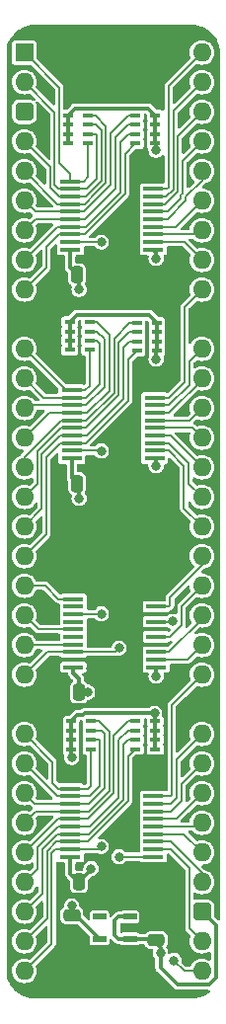
<source format=gbr>
%TF.GenerationSoftware,KiCad,Pcbnew,7.0.5*%
%TF.CreationDate,2024-01-10T18:20:37+02:00*%
%TF.ProjectId,Device Buffer,44657669-6365-4204-9275-666665722e6b,rev?*%
%TF.SameCoordinates,Original*%
%TF.FileFunction,Copper,L1,Top*%
%TF.FilePolarity,Positive*%
%FSLAX46Y46*%
G04 Gerber Fmt 4.6, Leading zero omitted, Abs format (unit mm)*
G04 Created by KiCad (PCBNEW 7.0.5) date 2024-01-10 18:20:37*
%MOMM*%
%LPD*%
G01*
G04 APERTURE LIST*
G04 Aperture macros list*
%AMRoundRect*
0 Rectangle with rounded corners*
0 $1 Rounding radius*
0 $2 $3 $4 $5 $6 $7 $8 $9 X,Y pos of 4 corners*
0 Add a 4 corners polygon primitive as box body*
4,1,4,$2,$3,$4,$5,$6,$7,$8,$9,$2,$3,0*
0 Add four circle primitives for the rounded corners*
1,1,$1+$1,$2,$3*
1,1,$1+$1,$4,$5*
1,1,$1+$1,$6,$7*
1,1,$1+$1,$8,$9*
0 Add four rect primitives between the rounded corners*
20,1,$1+$1,$2,$3,$4,$5,0*
20,1,$1+$1,$4,$5,$6,$7,0*
20,1,$1+$1,$6,$7,$8,$9,0*
20,1,$1+$1,$8,$9,$2,$3,0*%
G04 Aperture macros list end*
%TA.AperFunction,SMDPad,CuDef*%
%ADD10R,1.150000X0.600000*%
%TD*%
%TA.AperFunction,SMDPad,CuDef*%
%ADD11R,1.800000X0.450000*%
%TD*%
%TA.AperFunction,SMDPad,CuDef*%
%ADD12RoundRect,0.250000X0.475000X-0.250000X0.475000X0.250000X-0.475000X0.250000X-0.475000X-0.250000X0*%
%TD*%
%TA.AperFunction,SMDPad,CuDef*%
%ADD13RoundRect,0.250000X-0.250000X-0.475000X0.250000X-0.475000X0.250000X0.475000X-0.250000X0.475000X0*%
%TD*%
%TA.AperFunction,SMDPad,CuDef*%
%ADD14R,0.900000X0.450000*%
%TD*%
%TA.AperFunction,ComponentPad*%
%ADD15R,1.600000X1.600000*%
%TD*%
%TA.AperFunction,ComponentPad*%
%ADD16O,1.600000X1.600000*%
%TD*%
%TA.AperFunction,ComponentPad*%
%ADD17RoundRect,0.400000X-0.400000X-0.400000X0.400000X-0.400000X0.400000X0.400000X-0.400000X0.400000X0*%
%TD*%
%TA.AperFunction,SMDPad,CuDef*%
%ADD18RoundRect,0.250000X-0.475000X0.250000X-0.475000X-0.250000X0.475000X-0.250000X0.475000X0.250000X0*%
%TD*%
%TA.AperFunction,ViaPad*%
%ADD19C,0.800000*%
%TD*%
%TA.AperFunction,Conductor*%
%ADD20C,0.380000*%
%TD*%
%TA.AperFunction,Conductor*%
%ADD21C,0.200000*%
%TD*%
G04 APERTURE END LIST*
D10*
%TO.P,IC5,1,VIN*%
%TO.N,/5V*%
X97947000Y-134427000D03*
%TO.P,IC5,2,GND*%
%TO.N,/GND*%
X97947000Y-133477000D03*
%TO.P,IC5,3,EN*%
%TO.N,/5V*%
X97947000Y-132527000D03*
%TO.P,IC5,4,ADJ*%
%TO.N,unconnected-(IC5-ADJ-Pad4)*%
X95347000Y-132527000D03*
%TO.P,IC5,5,VOUT*%
%TO.N,/3.3V*%
X95347000Y-134427000D03*
%TD*%
D11*
%TO.P,IC4,1,DIR*%
%TO.N,/~{RD}*%
X99943000Y-127385000D03*
%TO.P,IC4,2,A0*%
%TO.N,/D7_{IN{slash}OUT}*%
X99943000Y-126735000D03*
%TO.P,IC4,3,A1*%
%TO.N,/D6_{IN{slash}OUT}*%
X99943000Y-126085000D03*
%TO.P,IC4,4,A2*%
%TO.N,/D5_{IN{slash}OUT}*%
X99943000Y-125435000D03*
%TO.P,IC4,5,A3*%
%TO.N,/D4_{IN{slash}OUT}*%
X99943000Y-124785000D03*
%TO.P,IC4,6,A4*%
%TO.N,/D3_{IN{slash}OUT}*%
X99943000Y-124135000D03*
%TO.P,IC4,7,A5*%
%TO.N,/D2_{IN{slash}OUT}*%
X99943000Y-123485000D03*
%TO.P,IC4,8,A6*%
%TO.N,/D1_{IN{slash}OUT}*%
X99943000Y-122835000D03*
%TO.P,IC4,9,A7*%
%TO.N,/D0_{IN{slash}OUT}*%
X99943000Y-122185000D03*
%TO.P,IC4,10,GND*%
%TO.N,/GND*%
X99943000Y-121535000D03*
%TO.P,IC4,11,B7*%
%TO.N,/D0*%
X92843000Y-121535000D03*
%TO.P,IC4,12,B6*%
%TO.N,/D1*%
X92843000Y-122185000D03*
%TO.P,IC4,13,B5*%
%TO.N,/D2*%
X92843000Y-122835000D03*
%TO.P,IC4,14,B4*%
%TO.N,/D3*%
X92843000Y-123485000D03*
%TO.P,IC4,15,B3*%
%TO.N,/D4*%
X92843000Y-124135000D03*
%TO.P,IC4,16,B2*%
%TO.N,/D5*%
X92843000Y-124785000D03*
%TO.P,IC4,17,B1*%
%TO.N,/D6*%
X92843000Y-125435000D03*
%TO.P,IC4,18,B0*%
%TO.N,/D7*%
X92843000Y-126085000D03*
%TO.P,IC4,19,~{OE}*%
%TO.N,/Device ~{CS}*%
X92843000Y-126735000D03*
%TO.P,IC4,20,5V*%
%TO.N,/5V*%
X92843000Y-127385000D03*
%TD*%
%TO.P,IC3,1,DIR*%
%TO.N,/3.3V*%
X100203000Y-111118000D03*
%TO.P,IC3,2,A0*%
%TO.N,/~{RD}_{IN}*%
X100203000Y-110468000D03*
%TO.P,IC3,3,A1*%
%TO.N,/~{WD}_{IN}*%
X100203000Y-109818000D03*
%TO.P,IC3,4,A2*%
%TO.N,/GND*%
X100203000Y-109168000D03*
%TO.P,IC3,5,A3*%
%TO.N,/S_{IN}*%
X100203000Y-108518000D03*
%TO.P,IC3,6,A4*%
%TO.N,/GND*%
X100203000Y-107868000D03*
%TO.P,IC3,7,A5*%
%TO.N,/Device ~{CS}_{IN}*%
X100203000Y-107218000D03*
%TO.P,IC3,8,A6*%
%TO.N,/GND*%
X100203000Y-106568000D03*
%TO.P,IC3,9,A7*%
%TO.N,/A16_{IN}*%
X100203000Y-105918000D03*
%TO.P,IC3,10,GND*%
%TO.N,/GND*%
X100203000Y-105268000D03*
%TO.P,IC3,11,B7*%
%TO.N,/A16*%
X93103000Y-105268000D03*
%TO.P,IC3,12,B6*%
%TO.N,unconnected-(IC3-B6-Pad12)*%
X93103000Y-105918000D03*
%TO.P,IC3,13,B5*%
%TO.N,/Device ~{CS}*%
X93103000Y-106568000D03*
%TO.P,IC3,14,B4*%
%TO.N,unconnected-(IC3-B4-Pad14)*%
X93103000Y-107218000D03*
%TO.P,IC3,15,B3*%
%TO.N,/S*%
X93103000Y-107868000D03*
%TO.P,IC3,16,B2*%
%TO.N,unconnected-(IC3-B2-Pad16)*%
X93103000Y-108518000D03*
%TO.P,IC3,17,B1*%
%TO.N,/~{WD}*%
X93103000Y-109168000D03*
%TO.P,IC3,18,B0*%
%TO.N,/~{RD}*%
X93103000Y-109818000D03*
%TO.P,IC3,19,~{OE}*%
%TO.N,/GND*%
X93103000Y-110468000D03*
%TO.P,IC3,20,5V*%
%TO.N,/5V*%
X93103000Y-111118000D03*
%TD*%
%TO.P,IC2,1,DIR*%
%TO.N,/3.3V*%
X100070000Y-93211000D03*
%TO.P,IC2,2,A0*%
%TO.N,/A15_{IN}*%
X100070000Y-92561000D03*
%TO.P,IC2,3,A1*%
%TO.N,/A14_{IN}*%
X100070000Y-91911000D03*
%TO.P,IC2,4,A2*%
%TO.N,/A13_{IN}*%
X100070000Y-91261000D03*
%TO.P,IC2,5,A3*%
%TO.N,/A12_{IN}*%
X100070000Y-90611000D03*
%TO.P,IC2,6,A4*%
%TO.N,/A11_{IN}*%
X100070000Y-89961000D03*
%TO.P,IC2,7,A5*%
%TO.N,/A10_{IN}*%
X100070000Y-89311000D03*
%TO.P,IC2,8,A6*%
%TO.N,/A9_{IN}*%
X100070000Y-88661000D03*
%TO.P,IC2,9,A7*%
%TO.N,/A8_{IN}*%
X100070000Y-88011000D03*
%TO.P,IC2,10,GND*%
%TO.N,/GND*%
X100070000Y-87361000D03*
%TO.P,IC2,11,B7*%
%TO.N,/A8*%
X92970000Y-87361000D03*
%TO.P,IC2,12,B6*%
%TO.N,/A9*%
X92970000Y-88011000D03*
%TO.P,IC2,13,B5*%
%TO.N,/A10*%
X92970000Y-88661000D03*
%TO.P,IC2,14,B4*%
%TO.N,/A11*%
X92970000Y-89311000D03*
%TO.P,IC2,15,B3*%
%TO.N,/A12*%
X92970000Y-89961000D03*
%TO.P,IC2,16,B2*%
%TO.N,/A13*%
X92970000Y-90611000D03*
%TO.P,IC2,17,B1*%
%TO.N,/A14*%
X92970000Y-91261000D03*
%TO.P,IC2,18,B0*%
%TO.N,/A15*%
X92970000Y-91911000D03*
%TO.P,IC2,19,~{OE}*%
%TO.N,/Device ~{CS}*%
X92970000Y-92561000D03*
%TO.P,IC2,20,5V*%
%TO.N,/5V*%
X92970000Y-93211000D03*
%TD*%
%TO.P,IC1,1,DIR*%
%TO.N,/3.3V*%
X99943000Y-75315000D03*
%TO.P,IC1,2,A0*%
%TO.N,/A7_{IN}*%
X99943000Y-74665000D03*
%TO.P,IC1,3,A1*%
%TO.N,/A6_{IN}*%
X99943000Y-74015000D03*
%TO.P,IC1,4,A2*%
%TO.N,/A5_{IN}*%
X99943000Y-73365000D03*
%TO.P,IC1,5,A3*%
%TO.N,/A4_{IN}*%
X99943000Y-72715000D03*
%TO.P,IC1,6,A4*%
%TO.N,/A3_{IN}*%
X99943000Y-72065000D03*
%TO.P,IC1,7,A5*%
%TO.N,/A2_{IN}*%
X99943000Y-71415000D03*
%TO.P,IC1,8,A6*%
%TO.N,/A1_{IN}*%
X99943000Y-70765000D03*
%TO.P,IC1,9,A7*%
%TO.N,/A0_{IN}*%
X99943000Y-70115000D03*
%TO.P,IC1,10,GND*%
%TO.N,/GND*%
X99943000Y-69465000D03*
%TO.P,IC1,11,B7*%
%TO.N,/A0*%
X92843000Y-69465000D03*
%TO.P,IC1,12,B6*%
%TO.N,/A1*%
X92843000Y-70115000D03*
%TO.P,IC1,13,B5*%
%TO.N,/A2*%
X92843000Y-70765000D03*
%TO.P,IC1,14,B4*%
%TO.N,/A3*%
X92843000Y-71415000D03*
%TO.P,IC1,15,B3*%
%TO.N,/A4*%
X92843000Y-72065000D03*
%TO.P,IC1,16,B2*%
%TO.N,/A5*%
X92843000Y-72715000D03*
%TO.P,IC1,17,B1*%
%TO.N,/A6*%
X92843000Y-73365000D03*
%TO.P,IC1,18,B0*%
%TO.N,/A7*%
X92843000Y-74015000D03*
%TO.P,IC1,19,~{OE}*%
%TO.N,/Device ~{CS}*%
X92843000Y-74665000D03*
%TO.P,IC1,20,5V*%
%TO.N,/5V*%
X92843000Y-75315000D03*
%TD*%
D12*
%TO.P,C8,1*%
%TO.N,/5V*%
X100203000Y-134538000D03*
%TO.P,C8,2*%
%TO.N,/GND*%
X100203000Y-132638000D03*
%TD*%
D13*
%TO.P,C4,1*%
%TO.N,/5V*%
X93559999Y-129529000D03*
%TO.P,C4,2*%
%TO.N,/GND*%
X95459999Y-129529000D03*
%TD*%
D14*
%TO.P,RN2,1,R1*%
%TO.N,/A0*%
X94351000Y-66224000D03*
%TO.P,RN2,2,R2*%
%TO.N,/A1*%
X94351000Y-65424000D03*
%TO.P,RN2,3,R3*%
%TO.N,/A2*%
X94351000Y-64624000D03*
%TO.P,RN2,4,R4*%
%TO.N,/A3*%
X94351000Y-63824000D03*
%TO.P,RN2,5,R4*%
%TO.N,/3.3V*%
X92651000Y-63824000D03*
%TO.P,RN2,6,R3*%
X92651000Y-64624000D03*
%TO.P,RN2,7,R2*%
X92651000Y-65424000D03*
%TO.P,RN2,8,R1*%
X92651000Y-66224000D03*
%TD*%
%TO.P,RN1,1,R1*%
%TO.N,/A4*%
X98435000Y-63824000D03*
%TO.P,RN1,2,R2*%
%TO.N,/A5*%
X98435000Y-64624000D03*
%TO.P,RN1,3,R3*%
%TO.N,/A6*%
X98435000Y-65424000D03*
%TO.P,RN1,4,R4*%
%TO.N,/A7*%
X98435000Y-66224000D03*
%TO.P,RN1,5,R4*%
%TO.N,/3.3V*%
X100135000Y-66224000D03*
%TO.P,RN1,6,R3*%
X100135000Y-65424000D03*
%TO.P,RN1,7,R2*%
X100135000Y-64624000D03*
%TO.P,RN1,8,R1*%
X100135000Y-63824000D03*
%TD*%
D15*
%TO.P,J2,1,Pin_1*%
%TO.N,/A0*%
X88900000Y-58420000D03*
D16*
%TO.P,J2,2,Pin_2*%
%TO.N,/A1*%
X88900000Y-60960000D03*
D17*
%TO.P,J2,3,Pin_3*%
%TO.N,/5V*%
X88900000Y-63500000D03*
D16*
%TO.P,J2,4,Pin_4*%
%TO.N,/A2*%
X88900000Y-66040000D03*
%TO.P,J2,5,Pin_5*%
%TO.N,/A3*%
X88900000Y-68580000D03*
%TO.P,J2,6,Pin_6*%
%TO.N,/A4*%
X88900000Y-71120000D03*
%TO.P,J2,7,Pin_7*%
%TO.N,/A5*%
X88900000Y-73660000D03*
%TO.P,J2,8,Pin_8*%
%TO.N,/A6*%
X88900000Y-76200000D03*
%TO.P,J2,9,Pin_9*%
%TO.N,/A7*%
X88900000Y-78740000D03*
D15*
%TO.P,J2,10,Pin_10*%
%TO.N,/GND*%
X88900000Y-81280000D03*
D16*
%TO.P,J2,11,Pin_11*%
%TO.N,/A8*%
X88900000Y-83820000D03*
%TO.P,J2,12,Pin_12*%
%TO.N,/A9*%
X88900000Y-86360000D03*
%TO.P,J2,13,Pin_13*%
%TO.N,/A10*%
X88900000Y-88900000D03*
%TO.P,J2,14,Pin_14*%
%TO.N,/A11*%
X88900000Y-91440000D03*
%TO.P,J2,15,Pin_15*%
%TO.N,/A12*%
X88900000Y-93980000D03*
%TO.P,J2,16,Pin_16*%
%TO.N,/A13*%
X88900000Y-96520000D03*
%TO.P,J2,17,Pin_17*%
%TO.N,/A14*%
X88900000Y-99060000D03*
%TO.P,J2,18,Pin_18*%
%TO.N,/A15*%
X88900000Y-101600000D03*
%TO.P,J2,19,Pin_19*%
%TO.N,/A16*%
X88900000Y-104140000D03*
%TO.P,J2,20,Pin_20*%
%TO.N,/S*%
X88900000Y-106680000D03*
%TO.P,J2,21,Pin_21*%
%TO.N,/~{WD}*%
X88900000Y-109220000D03*
%TO.P,J2,22,Pin_22*%
%TO.N,/~{RD}*%
X88900000Y-111760000D03*
D15*
%TO.P,J2,23,Pin_23*%
%TO.N,/GND*%
X88900000Y-114300000D03*
D16*
%TO.P,J2,24,Pin_24*%
%TO.N,/D0*%
X88900000Y-116840000D03*
%TO.P,J2,25,Pin_25*%
%TO.N,/D1*%
X88900000Y-119380000D03*
%TO.P,J2,26,Pin_26*%
%TO.N,/D2*%
X88900000Y-121920000D03*
%TO.P,J2,27,Pin_27*%
%TO.N,/D3*%
X88900000Y-124460000D03*
%TO.P,J2,28,Pin_28*%
%TO.N,/D4*%
X88900000Y-127000000D03*
%TO.P,J2,29,Pin_29*%
%TO.N,/D5*%
X88900000Y-129540000D03*
%TO.P,J2,30,Pin_30*%
%TO.N,/D6*%
X88900000Y-132080000D03*
%TO.P,J2,31,Pin_31*%
%TO.N,/D7*%
X88900000Y-134620000D03*
%TO.P,J2,32,Pin_32*%
%TO.N,/Device ~{CS}*%
X88900000Y-137160000D03*
%TO.P,J2,33,Pin_33*%
%TO.N,/Device ~{CS}_{IN}*%
X104140000Y-137160000D03*
%TO.P,J2,34,Pin_34*%
%TO.N,/D7_{IN{slash}OUT}*%
X104140000Y-134620000D03*
D17*
%TO.P,J2,35,Pin_35*%
%TO.N,/5V*%
X104140000Y-132080000D03*
D16*
%TO.P,J2,36,Pin_36*%
%TO.N,/D6_{IN{slash}OUT}*%
X104140000Y-129540000D03*
%TO.P,J2,37,Pin_37*%
%TO.N,/D5_{IN{slash}OUT}*%
X104140000Y-127000000D03*
%TO.P,J2,38,Pin_38*%
%TO.N,/D4_{IN{slash}OUT}*%
X104140000Y-124460000D03*
%TO.P,J2,39,Pin_39*%
%TO.N,/D3_{IN{slash}OUT}*%
X104140000Y-121920000D03*
%TO.P,J2,40,Pin_40*%
%TO.N,/D2_{IN{slash}OUT}*%
X104140000Y-119380000D03*
%TO.P,J2,41,Pin_41*%
%TO.N,/D1_{IN{slash}OUT}*%
X104140000Y-116840000D03*
D15*
%TO.P,J2,42,Pin_42*%
%TO.N,/GND*%
X104140000Y-114300000D03*
D16*
%TO.P,J2,43,Pin_43*%
%TO.N,/D0_{IN{slash}OUT}*%
X104140000Y-111760000D03*
%TO.P,J2,44,Pin_44*%
%TO.N,/~{RD}_{IN}*%
X104140000Y-109220000D03*
%TO.P,J2,45,Pin_45*%
%TO.N,/~{WD}_{IN}*%
X104140000Y-106680000D03*
%TO.P,J2,46,Pin_46*%
%TO.N,/S_{IN}*%
X104140000Y-104140000D03*
%TO.P,J2,47,Pin_47*%
%TO.N,/A16_{IN}*%
X104140000Y-101600000D03*
%TO.P,J2,48,Pin_48*%
%TO.N,/A15_{IN}*%
X104140000Y-99060000D03*
%TO.P,J2,49,Pin_49*%
%TO.N,/A14_{IN}*%
X104140000Y-96520000D03*
%TO.P,J2,50,Pin_50*%
%TO.N,/A13_{IN}*%
X104140000Y-93980000D03*
%TO.P,J2,51,Pin_51*%
%TO.N,/A12_{IN}*%
X104140000Y-91440000D03*
%TO.P,J2,52,Pin_52*%
%TO.N,/A11_{IN}*%
X104140000Y-88900000D03*
%TO.P,J2,53,Pin_53*%
%TO.N,/A10_{IN}*%
X104140000Y-86360000D03*
%TO.P,J2,54,Pin_54*%
%TO.N,/A9_{IN}*%
X104140000Y-83820000D03*
D15*
%TO.P,J2,55,Pin_55*%
%TO.N,/GND*%
X104140000Y-81280000D03*
D16*
%TO.P,J2,56,Pin_56*%
%TO.N,/A8_{IN}*%
X104140000Y-78740000D03*
%TO.P,J2,57,Pin_57*%
%TO.N,/A7_{IN}*%
X104140000Y-76200000D03*
%TO.P,J2,58,Pin_58*%
%TO.N,/A6_{IN}*%
X104140000Y-73660000D03*
%TO.P,J2,59,Pin_59*%
%TO.N,/A5_{IN}*%
X104140000Y-71120000D03*
%TO.P,J2,60,Pin_60*%
%TO.N,/A4_{IN}*%
X104140000Y-68580000D03*
%TO.P,J2,61,Pin_61*%
%TO.N,/A3_{IN}*%
X104140000Y-66040000D03*
%TO.P,J2,62,Pin_62*%
%TO.N,/A2_{IN}*%
X104140000Y-63500000D03*
%TO.P,J2,63,Pin_63*%
%TO.N,/A1_{IN}*%
X104140000Y-60960000D03*
%TO.P,J2,64,Pin_64*%
%TO.N,/A0_{IN}*%
X104140000Y-58420000D03*
%TD*%
D14*
%TO.P,RN3,1,R1*%
%TO.N,/A12*%
X98568000Y-81593000D03*
%TO.P,RN3,2,R2*%
%TO.N,/A13*%
X98568000Y-82393000D03*
%TO.P,RN3,3,R3*%
%TO.N,/A14*%
X98568000Y-83193000D03*
%TO.P,RN3,4,R4*%
%TO.N,/A15*%
X98568000Y-83993000D03*
%TO.P,RN3,5,R4*%
%TO.N,/3.3V*%
X100268000Y-83993000D03*
%TO.P,RN3,6,R3*%
X100268000Y-83193000D03*
%TO.P,RN3,7,R2*%
X100268000Y-82393000D03*
%TO.P,RN3,8,R1*%
X100268000Y-81593000D03*
%TD*%
D13*
%TO.P,C3,1*%
%TO.N,/5V*%
X93560000Y-113273001D03*
%TO.P,C3,2*%
%TO.N,/GND*%
X95460000Y-113273001D03*
%TD*%
D14*
%TO.P,RN4,1,R1*%
%TO.N,/A8*%
X94484000Y-83922999D03*
%TO.P,RN4,2,R2*%
%TO.N,/A9*%
X94484000Y-83122999D03*
%TO.P,RN4,3,R3*%
%TO.N,/A10*%
X94484000Y-82322999D03*
%TO.P,RN4,4,R4*%
%TO.N,/A11*%
X94484000Y-81522999D03*
%TO.P,RN4,5,R4*%
%TO.N,/3.3V*%
X92784000Y-81522999D03*
%TO.P,RN4,6,R3*%
X92784000Y-82322999D03*
%TO.P,RN4,7,R2*%
X92784000Y-83122999D03*
%TO.P,RN4,8,R1*%
X92784000Y-83922999D03*
%TD*%
D18*
%TO.P,C9,1*%
%TO.N,/3.3V*%
X92964000Y-132416000D03*
%TO.P,C9,2*%
%TO.N,/GND*%
X92964000Y-134316000D03*
%TD*%
D13*
%TO.P,C5,1*%
%TO.N,/5V*%
X93433000Y-95366000D03*
%TO.P,C5,2*%
%TO.N,/GND*%
X95333000Y-95366000D03*
%TD*%
D14*
%TO.P,RN7,1,R1*%
%TO.N,/D4*%
X98441000Y-115756000D03*
%TO.P,RN7,2,R2*%
%TO.N,/D5*%
X98441000Y-116556000D03*
%TO.P,RN7,3,R3*%
%TO.N,/D6*%
X98441000Y-117356000D03*
%TO.P,RN7,4,R4*%
%TO.N,/D7*%
X98441000Y-118156000D03*
%TO.P,RN7,5,R4*%
%TO.N,/3.3V*%
X100141000Y-118156000D03*
%TO.P,RN7,6,R3*%
X100141000Y-117356000D03*
%TO.P,RN7,7,R2*%
X100141000Y-116556000D03*
%TO.P,RN7,8,R1*%
X100141000Y-115756000D03*
%TD*%
%TO.P,RN8,1,R1*%
%TO.N,/D0*%
X94611000Y-118155999D03*
%TO.P,RN8,2,R2*%
%TO.N,/D1*%
X94611000Y-117355999D03*
%TO.P,RN8,3,R3*%
%TO.N,/D2*%
X94611000Y-116555999D03*
%TO.P,RN8,4,R4*%
%TO.N,/D3*%
X94611000Y-115755999D03*
%TO.P,RN8,5,R4*%
%TO.N,/3.3V*%
X92911000Y-115755999D03*
%TO.P,RN8,6,R3*%
X92911000Y-116555999D03*
%TO.P,RN8,7,R2*%
X92911000Y-117355999D03*
%TO.P,RN8,8,R1*%
X92911000Y-118155999D03*
%TD*%
D13*
%TO.P,C1,1*%
%TO.N,/5V*%
X93427000Y-77470000D03*
%TO.P,C1,2*%
%TO.N,/GND*%
X95327000Y-77470000D03*
%TD*%
D19*
%TO.N,/5V*%
X93599000Y-96647000D03*
X94615000Y-128397000D03*
X94350013Y-113273001D03*
X93599000Y-78740000D03*
X100584000Y-135636000D03*
%TO.N,/GND*%
X97790000Y-92837000D03*
X98298000Y-109728000D03*
X94615000Y-95377000D03*
X98171000Y-77470000D03*
X96012000Y-135890000D03*
X94615000Y-111252000D03*
X94742000Y-79375000D03*
%TO.N,/3.3V*%
X100203000Y-66802000D03*
X100076000Y-115062000D03*
X92963998Y-118872000D03*
X100203000Y-93853000D03*
X100203000Y-111887000D03*
X92963998Y-131571994D03*
X100203000Y-76073000D03*
X100203000Y-84709000D03*
%TO.N,/Device ~{CS}*%
X95504000Y-74676000D03*
X95504000Y-106553000D03*
X95504000Y-126492000D03*
X95504000Y-92583000D03*
%TO.N,/Device ~{CS}_{IN}*%
X101727000Y-136271000D03*
X101600000Y-107188000D03*
%TO.N,/~{RD}*%
X97028000Y-109474000D03*
X97028000Y-127381000D03*
%TD*%
D20*
%TO.N,/5V*%
X100584000Y-135173970D02*
X100075515Y-134665485D01*
X100584000Y-135636000D02*
X100584000Y-135173970D01*
X104728000Y-138350000D02*
X102040085Y-138350000D01*
X96992000Y-132527000D02*
X97947000Y-132527000D01*
X93560000Y-112102000D02*
X93560000Y-113273001D01*
X105330000Y-133270000D02*
X105330000Y-137748000D01*
X94615000Y-128473999D02*
X93559999Y-129529000D01*
X100584000Y-135636000D02*
X100584000Y-136893915D01*
X93103000Y-111645000D02*
X93560000Y-112102000D01*
X92843000Y-75315000D02*
X92843000Y-76886000D01*
X93560000Y-113273001D02*
X94350013Y-113273001D01*
X92843000Y-76886000D02*
X93427000Y-77470000D01*
X97947000Y-134427000D02*
X96992000Y-134427000D01*
X100101400Y-134436400D02*
X97956400Y-134436400D01*
X93599000Y-96647000D02*
X93599000Y-95532000D01*
X104140000Y-132080000D02*
X105330000Y-133270000D01*
X93103000Y-111118000D02*
X93103000Y-111645000D01*
X105330000Y-137748000D02*
X104728000Y-138350000D01*
X96671915Y-132847085D02*
X96992000Y-132527000D01*
X92970000Y-94903000D02*
X93433000Y-95366000D01*
X93599000Y-78740000D02*
X93599000Y-77642000D01*
X92970000Y-93211000D02*
X92970000Y-94903000D01*
X96671915Y-134106915D02*
X96671915Y-132847085D01*
X100584000Y-136893915D02*
X102040085Y-138350000D01*
X94615000Y-128397000D02*
X94615000Y-128473999D01*
X96992000Y-134427000D02*
X96671915Y-134106915D01*
X92843000Y-127385000D02*
X92843000Y-128812001D01*
X92843000Y-128812001D02*
X93559999Y-129529000D01*
%TO.N,/GND*%
X101854000Y-85725000D02*
X101854000Y-78105000D01*
X98858000Y-109168000D02*
X100203000Y-109168000D01*
X104552915Y-77470000D02*
X105410000Y-78327085D01*
X101854000Y-78105000D02*
X102489000Y-77470000D01*
X98948000Y-106568000D02*
X98913000Y-106533000D01*
X94383000Y-110468000D02*
X93103000Y-110468000D01*
X98552000Y-87630000D02*
X98821000Y-87361000D01*
X98913000Y-106533000D02*
X98913000Y-105278000D01*
X98923000Y-107868000D02*
X98913000Y-107858000D01*
X100944084Y-113273001D02*
X103647085Y-110570000D01*
X100203000Y-109168000D02*
X98923000Y-109168000D01*
X97704085Y-129529000D02*
X95459999Y-129529000D01*
X95327000Y-76758000D02*
X98425000Y-73660000D01*
X94383000Y-110468000D02*
X97558000Y-110468000D01*
X91821000Y-131470765D02*
X92636768Y-130654997D01*
X95460000Y-113273001D02*
X95460000Y-111545000D01*
X98913000Y-105278000D02*
X98923000Y-105268000D01*
X92964000Y-134316000D02*
X94538000Y-135890000D01*
X95333000Y-95366000D02*
X94626000Y-95366000D01*
X95167000Y-111252000D02*
X94615000Y-111252000D01*
X95333000Y-95366000D02*
X97790000Y-92909000D01*
X91821000Y-133173000D02*
X91821000Y-131470765D01*
X94742000Y-79375000D02*
X93980000Y-80137000D01*
X103647085Y-110570000D02*
X104669000Y-110570000D01*
X98913000Y-106603000D02*
X98948000Y-106568000D01*
X105330000Y-111231000D02*
X105330000Y-113110000D01*
X100203000Y-100236000D02*
X100203000Y-105268000D01*
X95333000Y-95366000D02*
X100203000Y-100236000D01*
X99364000Y-133477000D02*
X97947000Y-133477000D01*
X98948000Y-107868000D02*
X100203000Y-107868000D01*
X98552000Y-92147000D02*
X98552000Y-87630000D01*
X100203000Y-132638000D02*
X99364000Y-133477000D01*
X98923000Y-105268000D02*
X100203000Y-105268000D01*
X94626000Y-95366000D02*
X94615000Y-95377000D01*
X94615000Y-110700000D02*
X94615000Y-111252000D01*
X98923000Y-109168000D02*
X98913000Y-109158000D01*
X98821000Y-87361000D02*
X100070000Y-87361000D01*
X98913000Y-107903000D02*
X98948000Y-107868000D01*
X95327000Y-77470000D02*
X95327000Y-78790000D01*
X104669000Y-110570000D02*
X105330000Y-111231000D01*
X100203000Y-107868000D02*
X98923000Y-107868000D01*
X88988001Y-114388001D02*
X94526999Y-114388001D01*
X97862000Y-92837000D02*
X98552000Y-92147000D01*
X98556000Y-69465000D02*
X99943000Y-69465000D01*
X94334002Y-130654997D02*
X95459999Y-129529000D01*
X90043000Y-80137000D02*
X88900000Y-81280000D01*
X105330000Y-113110000D02*
X104140000Y-114300000D01*
X105410000Y-78327085D02*
X105410000Y-80010000D01*
X100203000Y-106568000D02*
X98948000Y-106568000D01*
X98913000Y-109158000D02*
X98913000Y-107903000D01*
X93980000Y-80137000D02*
X90043000Y-80137000D01*
X101854000Y-78105000D02*
X101219000Y-77470000D01*
X105410000Y-80010000D02*
X104140000Y-81280000D01*
X100218000Y-87361000D02*
X101854000Y-85725000D01*
X95327000Y-77470000D02*
X95327000Y-76758000D01*
X94526999Y-114388001D02*
X95460000Y-113455000D01*
X98913000Y-107858000D02*
X98913000Y-106603000D01*
X100203000Y-132027915D02*
X97704085Y-129529000D01*
X100203000Y-132638000D02*
X100203000Y-132027915D01*
X98298000Y-109728000D02*
X98858000Y-109168000D01*
X94538000Y-135890000D02*
X96012000Y-135890000D01*
X97790000Y-92837000D02*
X97862000Y-92837000D01*
X95460000Y-113273001D02*
X100944084Y-113273001D01*
X97790000Y-92909000D02*
X97790000Y-92837000D01*
X95327000Y-77470000D02*
X98171000Y-77470000D01*
X94383000Y-110468000D02*
X94615000Y-110700000D01*
X98425000Y-73660000D02*
X98425000Y-69596000D01*
X98425000Y-69596000D02*
X98556000Y-69465000D01*
X98171000Y-77470000D02*
X101219000Y-77470000D01*
X92964000Y-134316000D02*
X91821000Y-133173000D01*
X102489000Y-77470000D02*
X104552915Y-77470000D01*
X92636768Y-130654997D02*
X94334002Y-130654997D01*
X95327000Y-78790000D02*
X94742000Y-79375000D01*
X95460000Y-111545000D02*
X95167000Y-111252000D01*
X97558000Y-110468000D02*
X98298000Y-109728000D01*
%TO.N,/3.3V*%
X92911000Y-115755999D02*
X93449999Y-115217000D01*
X93926229Y-115217000D02*
X94081229Y-115062000D01*
X99582999Y-80907999D02*
X93399000Y-80907999D01*
X93336000Y-132416000D02*
X95347000Y-134427000D01*
X100203000Y-111887000D02*
X100203000Y-111118000D01*
X100141000Y-115756000D02*
X100141000Y-116556000D01*
X100203000Y-84058000D02*
X100268000Y-83993000D01*
X100203000Y-84709000D02*
X100203000Y-84058000D01*
X100268000Y-83193000D02*
X100268000Y-82393000D01*
X93266000Y-63209000D02*
X92651000Y-63824000D01*
X92651000Y-65424000D02*
X92651000Y-64624000D01*
X92651000Y-66224000D02*
X92651000Y-65424000D01*
X92911000Y-117355999D02*
X92911000Y-118155999D01*
X100203000Y-66292000D02*
X100135000Y-66224000D01*
X92911000Y-118155999D02*
X92911000Y-118819002D01*
X94081229Y-115062000D02*
X100076000Y-115062000D01*
X100268000Y-81593000D02*
X100268000Y-82393000D01*
X100135000Y-64624000D02*
X100135000Y-65424000D01*
X100135000Y-63824000D02*
X100135000Y-64624000D01*
X100141000Y-116556000D02*
X100141000Y-117356000D01*
X92784000Y-81522999D02*
X92784000Y-82322999D01*
X92784000Y-82322999D02*
X92784000Y-83122999D01*
X93399000Y-80907999D02*
X92784000Y-81522999D01*
X100268000Y-83193000D02*
X100268000Y-83993000D01*
X100135000Y-63824000D02*
X99520000Y-63209000D01*
X92911000Y-115755999D02*
X92911000Y-116555999D01*
X100203000Y-66802000D02*
X100203000Y-66292000D01*
X100141000Y-117356000D02*
X100141000Y-118156000D01*
X100141000Y-115127000D02*
X100076000Y-115062000D01*
X100135000Y-65424000D02*
X100135000Y-66224000D01*
X100203000Y-75575000D02*
X99943000Y-75315000D01*
X100268000Y-81593000D02*
X99582999Y-80907999D01*
X92911000Y-116555999D02*
X92911000Y-117355999D01*
X100141000Y-115756000D02*
X100141000Y-115127000D01*
X93449999Y-115217000D02*
X93926229Y-115217000D01*
X92964000Y-131571996D02*
X92963998Y-131571994D01*
X92784000Y-83122999D02*
X92784000Y-83922999D01*
X100203000Y-76073000D02*
X100203000Y-75575000D01*
X100203000Y-93853000D02*
X100203000Y-93344000D01*
X100203000Y-93344000D02*
X100070000Y-93211000D01*
X92964000Y-132416000D02*
X92964000Y-131571996D01*
X92651000Y-64624000D02*
X92651000Y-63824000D01*
X92911000Y-118819002D02*
X92963998Y-118872000D01*
X99520000Y-63209000D02*
X93266000Y-63209000D01*
D21*
%TO.N,/Device ~{CS}*%
X95504000Y-106553000D02*
X95489000Y-106568000D01*
X88900000Y-137160000D02*
X91243000Y-134817000D01*
X95489000Y-106568000D02*
X93103000Y-106568000D01*
X95261000Y-126735000D02*
X95504000Y-126492000D01*
X92843000Y-126735000D02*
X95261000Y-126735000D01*
X95482000Y-92561000D02*
X92970000Y-92561000D01*
X95493000Y-74665000D02*
X92843000Y-74665000D01*
X91243000Y-134817000D02*
X91243000Y-127070000D01*
X91578000Y-126735000D02*
X92843000Y-126735000D01*
X91243000Y-127070000D02*
X91578000Y-126735000D01*
X95504000Y-92583000D02*
X95482000Y-92561000D01*
X95504000Y-74676000D02*
X95493000Y-74665000D01*
%TO.N,/A7_{IN}*%
X104140000Y-76200000D02*
X102605000Y-74665000D01*
X102605000Y-74665000D02*
X99943000Y-74665000D01*
%TO.N,/A6_{IN}*%
X103785000Y-74015000D02*
X99943000Y-74015000D01*
%TO.N,/A5_{IN}*%
X104140000Y-71120000D02*
X101895000Y-73365000D01*
X101895000Y-73365000D02*
X99943000Y-73365000D01*
%TO.N,/A4_{IN}*%
X102743000Y-70779741D02*
X102743000Y-71142000D01*
X104140000Y-69382741D02*
X102743000Y-70779741D01*
X102743000Y-71142000D02*
X101170000Y-72715000D01*
X104140000Y-68580000D02*
X104140000Y-69382741D01*
X101170000Y-72715000D02*
X99943000Y-72715000D01*
%TO.N,/A3_{IN}*%
X102470000Y-67710000D02*
X102470000Y-70487055D01*
X102470000Y-70487055D02*
X102343000Y-70614056D01*
X102343000Y-70614056D02*
X102343000Y-70892000D01*
X104140000Y-66040000D02*
X102470000Y-67710000D01*
X101170000Y-72065000D02*
X99943000Y-72065000D01*
X102343000Y-70892000D02*
X101170000Y-72065000D01*
%TO.N,/A2_{IN}*%
X99943000Y-71415000D02*
X100976370Y-71415000D01*
X100976370Y-71415000D02*
X102070000Y-70321370D01*
X102070000Y-70321370D02*
X102070000Y-65570000D01*
X102070000Y-65570000D02*
X104140000Y-63500000D01*
%TO.N,/A1_{IN}*%
X101060685Y-70765000D02*
X99943000Y-70765000D01*
X101670000Y-70155685D02*
X101060685Y-70765000D01*
X104140000Y-60960000D02*
X101670000Y-63430000D01*
X101670000Y-63430000D02*
X101670000Y-70155685D01*
%TO.N,/A0_{IN}*%
X101270000Y-61290000D02*
X104140000Y-58420000D01*
X101145000Y-70115000D02*
X101270000Y-69990000D01*
X99943000Y-70115000D02*
X101145000Y-70115000D01*
X101270000Y-69990000D02*
X101270000Y-61290000D01*
%TO.N,/A0*%
X91901000Y-67909630D02*
X92843000Y-68851630D01*
X91901000Y-61421000D02*
X91901000Y-67909630D01*
X92843000Y-69465000D02*
X93984000Y-69465000D01*
X92843000Y-68851630D02*
X92843000Y-69465000D01*
X94351000Y-69098000D02*
X94351000Y-66224000D01*
X88900000Y-58420000D02*
X91901000Y-61421000D01*
X93984000Y-69465000D02*
X94351000Y-69098000D01*
%TO.N,/A1*%
X94223000Y-70115000D02*
X92843000Y-70115000D01*
X91832000Y-70115000D02*
X92843000Y-70115000D01*
X88900000Y-60960000D02*
X91501000Y-63561000D01*
X91501000Y-69784000D02*
X91832000Y-70115000D01*
X95001000Y-65424000D02*
X95101000Y-65524000D01*
X91501000Y-63561000D02*
X91501000Y-69784000D01*
X95101000Y-69237000D02*
X94223000Y-70115000D01*
X94351000Y-65424000D02*
X95001000Y-65424000D01*
X95101000Y-65524000D02*
X95101000Y-69237000D01*
%TO.N,/A2*%
X91101000Y-69996000D02*
X91870000Y-70765000D01*
X91101000Y-68241000D02*
X91101000Y-69996000D01*
X95001000Y-64624000D02*
X95501000Y-65124000D01*
X91870000Y-70765000D02*
X92843000Y-70765000D01*
X88900000Y-66040000D02*
X91101000Y-68241000D01*
X95501000Y-65124000D02*
X95501000Y-69402686D01*
X94351000Y-64624000D02*
X95001000Y-64624000D01*
X95501000Y-69402686D02*
X94138686Y-70765000D01*
X94138686Y-70765000D02*
X92843000Y-70765000D01*
%TO.N,/A3*%
X95901000Y-69568372D02*
X95047000Y-70422372D01*
X91735000Y-71415000D02*
X92843000Y-71415000D01*
X95047000Y-70422372D02*
X95047000Y-70422686D01*
X94054686Y-71415000D02*
X92843000Y-71415000D01*
X88900000Y-68580000D02*
X91735000Y-71415000D01*
X95047000Y-70422686D02*
X94054686Y-71415000D01*
X95901000Y-64724000D02*
X95901000Y-69568372D01*
X95001000Y-63824000D02*
X95901000Y-64724000D01*
X94351000Y-63824000D02*
X95001000Y-63824000D01*
%TO.N,/A4*%
X93970057Y-72065000D02*
X92843000Y-72065000D01*
X97785000Y-63824000D02*
X96301001Y-65307999D01*
X98435000Y-63824000D02*
X97785000Y-63824000D01*
X94220057Y-71815000D02*
X93970057Y-72065000D01*
X95447000Y-70588372D02*
X94220371Y-71815000D01*
X94220371Y-71815000D02*
X94220057Y-71815000D01*
X96301001Y-65307999D02*
X96301000Y-69734058D01*
X88900000Y-71120000D02*
X89845000Y-72065000D01*
X95447000Y-70588058D02*
X95447000Y-70588372D01*
X96301000Y-69734058D02*
X95447000Y-70588058D01*
X89845000Y-72065000D02*
X92843000Y-72065000D01*
%TO.N,/A5*%
X98435000Y-64624000D02*
X97785000Y-64624000D01*
X96701001Y-65707999D02*
X96701001Y-70083999D01*
X89845000Y-72715000D02*
X92843000Y-72715000D01*
X88900000Y-73660000D02*
X89845000Y-72715000D01*
X96701001Y-70083999D02*
X94070000Y-72715000D01*
X97785000Y-64624000D02*
X96701001Y-65707999D01*
X94070000Y-72715000D02*
X92843000Y-72715000D01*
%TO.N,/A6*%
X98435000Y-65424000D02*
X97785000Y-65424000D01*
X88900000Y-76200000D02*
X91735000Y-73365000D01*
X91735000Y-73365000D02*
X92843000Y-73365000D01*
X97785000Y-65424000D02*
X97101001Y-66107999D01*
X97101001Y-70418313D02*
X94154314Y-73365000D01*
X94154314Y-73365000D02*
X92843000Y-73365000D01*
X97101001Y-66107999D02*
X97101001Y-70418313D01*
%TO.N,/A7*%
X90805000Y-75080000D02*
X91870000Y-74015000D01*
X91870000Y-74015000D02*
X92843000Y-74015000D01*
X97536000Y-67123000D02*
X97536000Y-70549000D01*
X90805000Y-76835000D02*
X90805000Y-75080000D01*
X88900000Y-78740000D02*
X90805000Y-76835000D01*
X98435000Y-66224000D02*
X97536000Y-67123000D01*
X97536000Y-70549000D02*
X94070000Y-74015000D01*
X94070000Y-74015000D02*
X92843000Y-74015000D01*
%TO.N,/A15_{IN}*%
X101302999Y-92561000D02*
X102597000Y-93855001D01*
X102597000Y-93855001D02*
X102597000Y-97517000D01*
X102597000Y-97517000D02*
X104140000Y-99060000D01*
X100070000Y-92561000D02*
X101302999Y-92561000D01*
%TO.N,/A14_{IN}*%
X101302999Y-91911000D02*
X102997000Y-93605001D01*
X102997000Y-93605001D02*
X102997000Y-95377000D01*
X102997000Y-95377000D02*
X104140000Y-96520000D01*
X100070000Y-91911000D02*
X101302999Y-91911000D01*
%TO.N,/A13_{IN}*%
X100070000Y-91261000D02*
X101421000Y-91261000D01*
X101421000Y-91261000D02*
X104140000Y-93980000D01*
%TO.N,/A12_{IN}*%
X103311000Y-90611000D02*
X104140000Y-91440000D01*
X100070000Y-90611000D02*
X103311000Y-90611000D01*
%TO.N,/A11_{IN}*%
X100070000Y-89961000D02*
X103079000Y-89961000D01*
X103079000Y-89961000D02*
X104140000Y-88900000D01*
%TO.N,/A10_{IN}*%
X101302999Y-89311000D02*
X104140000Y-86473999D01*
X100070000Y-89311000D02*
X101302999Y-89311000D01*
%TO.N,/A9_{IN}*%
X103040000Y-84920000D02*
X104140000Y-83820000D01*
X103040000Y-86923999D02*
X103040000Y-84920000D01*
X100070000Y-88661000D02*
X101302999Y-88661000D01*
X101302999Y-88661000D02*
X103040000Y-86923999D01*
%TO.N,/A8_{IN}*%
X102640000Y-86673999D02*
X102640000Y-80240000D01*
X102640000Y-80240000D02*
X104140000Y-78740000D01*
X101302999Y-88011000D02*
X102640000Y-86673999D01*
X100070000Y-88011000D02*
X101302999Y-88011000D01*
%TO.N,/A8*%
X94484000Y-86999000D02*
X94122000Y-87361000D01*
X92308001Y-87228001D02*
X92308001Y-87361000D01*
X88900000Y-83820000D02*
X92308001Y-87228001D01*
X94484000Y-83922999D02*
X94484000Y-86999000D01*
X94122000Y-87361000D02*
X92970000Y-87361000D01*
%TO.N,/A9*%
X95134000Y-83122999D02*
X95390000Y-83378999D01*
X88900000Y-86360000D02*
X90551000Y-88011000D01*
X94202999Y-88011000D02*
X92970000Y-88011000D01*
X94484000Y-83122999D02*
X95134000Y-83122999D01*
X95390000Y-83378999D02*
X95390000Y-86823999D01*
X90551000Y-88011000D02*
X92970000Y-88011000D01*
X95390000Y-86823999D02*
X94202999Y-88011000D01*
%TO.N,/A10*%
X95134000Y-82322999D02*
X95790000Y-82978999D01*
X95790000Y-82978999D02*
X95790000Y-87073999D01*
X89139000Y-88661000D02*
X92970000Y-88661000D01*
X94202999Y-88661000D02*
X92970000Y-88661000D01*
X94484000Y-82322999D02*
X95134000Y-82322999D01*
X95790000Y-87073999D02*
X94202999Y-88661000D01*
%TO.N,/A11*%
X94484000Y-81522999D02*
X95134000Y-81522999D01*
X96190000Y-82578999D02*
X96190000Y-87408313D01*
X88900000Y-91440000D02*
X91029000Y-89311000D01*
X91029000Y-89311000D02*
X92970000Y-89311000D01*
X95134000Y-81522999D02*
X96190000Y-82578999D01*
X96190000Y-87408313D02*
X94287313Y-89311000D01*
X94287313Y-89311000D02*
X92970000Y-89311000D01*
%TO.N,/A12*%
X96590000Y-82921000D02*
X97918000Y-81593000D01*
X92027999Y-89961000D02*
X92970000Y-89961000D01*
X96590000Y-87573999D02*
X96590000Y-82921000D01*
X97918000Y-81593000D02*
X98568000Y-81593000D01*
X88900000Y-93088999D02*
X92027999Y-89961000D01*
X88900000Y-93980000D02*
X88900000Y-93088999D01*
X94202999Y-89961000D02*
X96590000Y-87573999D01*
X92970000Y-89961000D02*
X94202999Y-89961000D01*
%TO.N,/A13*%
X94179814Y-90611000D02*
X92970000Y-90611000D01*
X90000000Y-92638999D02*
X90000000Y-95420000D01*
X96990000Y-83321000D02*
X96990000Y-87800814D01*
X96990000Y-87800814D02*
X94179814Y-90611000D01*
X90000000Y-95420000D02*
X88900000Y-96520000D01*
X97918000Y-82393000D02*
X96990000Y-83321000D01*
X92970000Y-90611000D02*
X92027999Y-90611000D01*
X98568000Y-82393000D02*
X97918000Y-82393000D01*
X92027999Y-90611000D02*
X90000000Y-92638999D01*
%TO.N,/A14*%
X97918000Y-83193000D02*
X97390000Y-83721000D01*
X94228314Y-91261000D02*
X92970000Y-91261000D01*
X98568000Y-83193000D02*
X97918000Y-83193000D01*
X92970000Y-91261000D02*
X92002999Y-91261000D01*
X90400000Y-92863999D02*
X90400000Y-97560000D01*
X90400000Y-97560000D02*
X88900000Y-99060000D01*
X92002999Y-91261000D02*
X90400000Y-92863999D01*
X97390000Y-83721000D02*
X97390000Y-88099314D01*
X97390000Y-88099314D02*
X94228314Y-91261000D01*
%TO.N,/A15*%
X92002999Y-91911000D02*
X90799999Y-93114000D01*
X94144000Y-91911000D02*
X92970000Y-91911000D01*
X92970000Y-91911000D02*
X92002999Y-91911000D01*
X97790000Y-84771000D02*
X97790000Y-88265000D01*
X97790000Y-88265000D02*
X94144000Y-91911000D01*
X98568000Y-83993000D02*
X97790000Y-84771000D01*
X90799999Y-99700001D02*
X88900000Y-101600000D01*
X90799999Y-93114000D02*
X90799999Y-99700001D01*
%TO.N,/A16_{IN}*%
X101403000Y-105099000D02*
X101403000Y-105818000D01*
X101403000Y-105818000D02*
X101303000Y-105918000D01*
X104140000Y-101600000D02*
X104140000Y-102362000D01*
X101303000Y-105918000D02*
X100203000Y-105918000D01*
X104140000Y-102362000D02*
X101403000Y-105099000D01*
%TO.N,/A16*%
X91806000Y-105268000D02*
X93103000Y-105268000D01*
X88900000Y-104140000D02*
X90678000Y-104140000D01*
X90678000Y-104140000D02*
X91806000Y-105268000D01*
%TO.N,/~{WD}_{IN}*%
X104140000Y-106981000D02*
X101303000Y-109818000D01*
X101303000Y-109818000D02*
X100203000Y-109818000D01*
%TO.N,/~{RD}_{IN}*%
X102892000Y-110468000D02*
X100203000Y-110468000D01*
X104140000Y-109220000D02*
X102892000Y-110468000D01*
%TO.N,/D7_{IN{slash}OUT}*%
X103040000Y-128334000D02*
X103040000Y-133520000D01*
X99943000Y-126735000D02*
X101441000Y-126735000D01*
X103040000Y-133520000D02*
X104140000Y-134620000D01*
X101441000Y-126735000D02*
X103040000Y-128334000D01*
%TO.N,/D6_{IN{slash}OUT}*%
X101441000Y-126085000D02*
X104140000Y-128784000D01*
X99943000Y-126085000D02*
X101441000Y-126085000D01*
X104140000Y-128784000D02*
X104140000Y-129540000D01*
%TO.N,/D5_{IN{slash}OUT}*%
X99943000Y-125435000D02*
X102575000Y-125435000D01*
X102575000Y-125435000D02*
X104140000Y-127000000D01*
%TO.N,/D4_{IN{slash}OUT}*%
X99954000Y-124774000D02*
X103826000Y-124774000D01*
%TO.N,/D3_{IN{slash}OUT}*%
X99943000Y-124135000D02*
X101925000Y-124135000D01*
X101925000Y-124135000D02*
X104140000Y-121920000D01*
%TO.N,/D2_{IN{slash}OUT}*%
X102362000Y-122555000D02*
X102362000Y-121158000D01*
X102362000Y-121158000D02*
X104140000Y-119380000D01*
X99943000Y-123485000D02*
X101432000Y-123485000D01*
X101432000Y-123485000D02*
X102362000Y-122555000D01*
%TO.N,/D1_{IN{slash}OUT}*%
X104140000Y-116840000D02*
X101930000Y-119050000D01*
X101419000Y-122835000D02*
X99943000Y-122835000D01*
X101930000Y-119050000D02*
X101930000Y-122324000D01*
X101930000Y-122324000D02*
X101419000Y-122835000D01*
%TO.N,/D0_{IN{slash}OUT}*%
X101419000Y-122185000D02*
X101530000Y-122074000D01*
X101530000Y-122074000D02*
X101530000Y-114370000D01*
X99943000Y-122185000D02*
X101419000Y-122185000D01*
X101530000Y-114370000D02*
X104140000Y-111760000D01*
%TO.N,/D0*%
X91313000Y-119253000D02*
X88900000Y-116840000D01*
X92843000Y-121535000D02*
X91817000Y-121535000D01*
X94611000Y-121289000D02*
X94365000Y-121535000D01*
X91313000Y-121031000D02*
X91313000Y-119253000D01*
X91817000Y-121535000D02*
X91313000Y-121031000D01*
X94611000Y-118155999D02*
X94611000Y-121289000D01*
X94365000Y-121535000D02*
X92843000Y-121535000D01*
%TO.N,/D1*%
X91705000Y-122185000D02*
X92843000Y-122185000D01*
X95361000Y-117455999D02*
X95361000Y-121301000D01*
X88900000Y-119380000D02*
X91705000Y-122185000D01*
X95261000Y-117355999D02*
X95361000Y-117455999D01*
X94477000Y-122185000D02*
X92843000Y-122185000D01*
X95361000Y-121301000D02*
X94477000Y-122185000D01*
X94611000Y-117355999D02*
X95261000Y-117355999D01*
%TO.N,/D2*%
X95777000Y-116837685D02*
X95777000Y-121520000D01*
X92832000Y-122824000D02*
X89804000Y-122824000D01*
X94462000Y-122835000D02*
X92843000Y-122835000D01*
X95777000Y-121520000D02*
X94462000Y-122835000D01*
X95495314Y-116555999D02*
X95777000Y-116837685D01*
X94611000Y-116555999D02*
X95495314Y-116555999D01*
X89804000Y-122824000D02*
X88900000Y-121920000D01*
%TO.N,/D3*%
X92832000Y-123474000D02*
X89886000Y-123474000D01*
X89886000Y-123474000D02*
X88900000Y-124460000D01*
X95261000Y-115755999D02*
X96176999Y-116671998D01*
X94611000Y-115755999D02*
X95261000Y-115755999D01*
X96176999Y-121755001D02*
X94447000Y-123485000D01*
X96176999Y-116671998D02*
X96176999Y-121755001D01*
X94447000Y-123485000D02*
X92843000Y-123485000D01*
%TO.N,/D4*%
X97791000Y-115756000D02*
X96576994Y-116970006D01*
X94375000Y-124135000D02*
X92843000Y-124135000D01*
X96576994Y-116970006D02*
X96576994Y-121933006D01*
X91765000Y-124135000D02*
X88900000Y-127000000D01*
X92843000Y-124135000D02*
X91765000Y-124135000D01*
X96576994Y-121933006D02*
X94375000Y-124135000D01*
X98441000Y-115756000D02*
X97791000Y-115756000D01*
%TO.N,/D5*%
X96976989Y-122295639D02*
X94487628Y-124785000D01*
X90043000Y-126572945D02*
X90043000Y-128397000D01*
X91830945Y-124785000D02*
X90043000Y-126572945D01*
X98441000Y-116556000D02*
X97791000Y-116556000D01*
X96976989Y-117370011D02*
X96976989Y-122295639D01*
X90043000Y-128397000D02*
X88900000Y-129540000D01*
X97791000Y-116556000D02*
X96976989Y-117370011D01*
X92843000Y-124785000D02*
X91830945Y-124785000D01*
X94487628Y-124785000D02*
X92843000Y-124785000D01*
%TO.N,/D6*%
X94403314Y-125435000D02*
X92843000Y-125435000D01*
X97782000Y-117356000D02*
X97376984Y-117761016D01*
X97376984Y-117761016D02*
X97376984Y-122461330D01*
X98441000Y-117356000D02*
X97782000Y-117356000D01*
X92843000Y-125435000D02*
X91746630Y-125435000D01*
X97376984Y-122461330D02*
X94403314Y-125435000D01*
X91746630Y-125435000D02*
X90443000Y-126738630D01*
X90443000Y-130537000D02*
X88900000Y-132080000D01*
X90443000Y-126738630D02*
X90443000Y-130537000D01*
%TO.N,/D7*%
X91662315Y-126085000D02*
X90843000Y-126904315D01*
X97790000Y-118745000D02*
X97790000Y-122614000D01*
X97790000Y-122614000D02*
X94319000Y-126085000D01*
X92843000Y-126085000D02*
X91662315Y-126085000D01*
X90843000Y-126904315D02*
X90843000Y-132677000D01*
X94319000Y-126085000D02*
X92843000Y-126085000D01*
X98379000Y-118156000D02*
X97790000Y-118745000D01*
X90843000Y-132677000D02*
X88900000Y-134620000D01*
%TO.N,/S_{IN}*%
X102362000Y-107542950D02*
X101386950Y-108518000D01*
X101386950Y-108518000D02*
X100203000Y-108518000D01*
X104140000Y-104140000D02*
X102362000Y-105918000D01*
X102362000Y-105918000D02*
X102362000Y-107542950D01*
%TO.N,/Device ~{CS}_{IN}*%
X104140000Y-137160000D02*
X102616000Y-137160000D01*
X102616000Y-137160000D02*
X101727000Y-136271000D01*
X101570000Y-107218000D02*
X101600000Y-107188000D01*
X100203000Y-107218000D02*
X101570000Y-107218000D01*
%TO.N,/~{WD}*%
X88900000Y-109220000D02*
X93051000Y-109220000D01*
%TO.N,/~{RD}*%
X93103000Y-109818000D02*
X96684000Y-109818000D01*
X97028000Y-127381000D02*
X97035000Y-127374000D01*
X88900000Y-111760000D02*
X90842000Y-109818000D01*
X97035000Y-127374000D02*
X99932000Y-127374000D01*
X90842000Y-109818000D02*
X93103000Y-109818000D01*
X96684000Y-109818000D02*
X97028000Y-109474000D01*
%TO.N,/S*%
X90088000Y-107868000D02*
X93103000Y-107868000D01*
X88900000Y-106680000D02*
X90088000Y-107868000D01*
%TD*%
%TA.AperFunction,Conductor*%
%TO.N,/GND*%
G36*
X103306125Y-56056880D02*
G01*
X103585372Y-56073778D01*
X103592795Y-56074679D01*
X103866125Y-56124775D01*
X103873385Y-56126565D01*
X103980785Y-56160034D01*
X104138680Y-56209240D01*
X104145681Y-56211896D01*
X104399062Y-56325939D01*
X104405697Y-56329422D01*
X104643491Y-56473179D01*
X104649658Y-56477436D01*
X104745485Y-56552513D01*
X104868388Y-56648806D01*
X104873982Y-56653761D01*
X105070473Y-56850256D01*
X105075435Y-56855857D01*
X105246799Y-57074592D01*
X105251056Y-57080760D01*
X105394805Y-57318556D01*
X105398287Y-57325191D01*
X105452105Y-57444769D01*
X105496006Y-57542315D01*
X105512325Y-57578573D01*
X105514982Y-57585580D01*
X105597647Y-57850870D01*
X105599441Y-57858145D01*
X105649525Y-58131453D01*
X105650429Y-58138892D01*
X105657703Y-58259148D01*
X105665920Y-58394993D01*
X105667386Y-58419215D01*
X105667499Y-58422960D01*
X105667499Y-132685175D01*
X105647814Y-132752214D01*
X105595010Y-132797969D01*
X105525852Y-132807913D01*
X105462296Y-132778888D01*
X105455818Y-132772856D01*
X105226819Y-132543857D01*
X105193334Y-132482534D01*
X105190500Y-132456176D01*
X105190500Y-131614313D01*
X105190499Y-131614298D01*
X105189185Y-131597606D01*
X105187598Y-131577431D01*
X105186018Y-131571994D01*
X105141745Y-131419606D01*
X105141744Y-131419603D01*
X105141744Y-131419602D01*
X105058081Y-131278135D01*
X105058079Y-131278133D01*
X105058076Y-131278129D01*
X104941870Y-131161923D01*
X104941862Y-131161917D01*
X104845229Y-131104769D01*
X104800398Y-131078256D01*
X104800397Y-131078255D01*
X104800396Y-131078255D01*
X104800393Y-131078254D01*
X104642573Y-131032402D01*
X104642567Y-131032401D01*
X104605701Y-131029500D01*
X104605694Y-131029500D01*
X103674306Y-131029500D01*
X103674298Y-131029500D01*
X103637432Y-131032401D01*
X103549094Y-131058066D01*
X103479225Y-131057866D01*
X103420555Y-131019923D01*
X103391712Y-130956285D01*
X103390500Y-130938989D01*
X103390500Y-130537414D01*
X103410185Y-130470375D01*
X103462989Y-130424620D01*
X103532147Y-130414676D01*
X103572950Y-130428054D01*
X103736046Y-130515232D01*
X103934066Y-130575300D01*
X103934065Y-130575300D01*
X103952529Y-130577118D01*
X104140000Y-130595583D01*
X104345934Y-130575300D01*
X104543954Y-130515232D01*
X104726450Y-130417685D01*
X104886410Y-130286410D01*
X105017685Y-130126450D01*
X105115232Y-129943954D01*
X105175300Y-129745934D01*
X105195583Y-129540000D01*
X105175300Y-129334066D01*
X105115232Y-129136046D01*
X105017685Y-128953550D01*
X104927108Y-128843181D01*
X104886410Y-128793589D01*
X104726452Y-128662317D01*
X104726453Y-128662317D01*
X104726450Y-128662315D01*
X104543954Y-128564768D01*
X104390653Y-128518265D01*
X104338967Y-128487285D01*
X104113518Y-128261836D01*
X104080033Y-128200513D01*
X104085017Y-128130821D01*
X104126889Y-128074888D01*
X104189043Y-128050752D01*
X104345934Y-128035300D01*
X104543954Y-127975232D01*
X104726450Y-127877685D01*
X104886410Y-127746410D01*
X105017685Y-127586450D01*
X105115232Y-127403954D01*
X105175300Y-127205934D01*
X105195583Y-127000000D01*
X105175300Y-126794066D01*
X105115232Y-126596046D01*
X105017685Y-126413550D01*
X104965702Y-126350209D01*
X104886410Y-126253589D01*
X104726452Y-126122317D01*
X104726453Y-126122317D01*
X104726450Y-126122315D01*
X104543954Y-126024768D01*
X104345934Y-125964700D01*
X104345932Y-125964699D01*
X104345934Y-125964699D01*
X104140000Y-125944417D01*
X103934067Y-125964699D01*
X103749166Y-126020788D01*
X103679299Y-126021411D01*
X103625490Y-125989808D01*
X102971863Y-125336181D01*
X102938378Y-125274858D01*
X102943362Y-125205166D01*
X102985234Y-125149233D01*
X103050698Y-125124816D01*
X103059544Y-125124500D01*
X103267721Y-125124500D01*
X103334760Y-125144185D01*
X103363574Y-125169835D01*
X103393591Y-125206411D01*
X103433580Y-125239228D01*
X103553550Y-125337685D01*
X103736046Y-125435232D01*
X103934066Y-125495300D01*
X103934065Y-125495300D01*
X103952529Y-125497118D01*
X104140000Y-125515583D01*
X104345934Y-125495300D01*
X104543954Y-125435232D01*
X104726450Y-125337685D01*
X104886410Y-125206410D01*
X105017685Y-125046450D01*
X105115232Y-124863954D01*
X105175300Y-124665934D01*
X105195583Y-124460000D01*
X105175300Y-124254066D01*
X105115232Y-124056046D01*
X105017685Y-123873550D01*
X104944604Y-123784500D01*
X104886410Y-123713589D01*
X104726452Y-123582317D01*
X104726453Y-123582317D01*
X104726450Y-123582315D01*
X104543954Y-123484768D01*
X104345934Y-123424700D01*
X104345932Y-123424699D01*
X104345934Y-123424699D01*
X104140000Y-123404417D01*
X103934067Y-123424699D01*
X103758692Y-123477898D01*
X103740909Y-123483293D01*
X103736043Y-123484769D01*
X103625897Y-123543643D01*
X103553550Y-123582315D01*
X103553548Y-123582316D01*
X103553547Y-123582317D01*
X103393589Y-123713589D01*
X103262317Y-123873547D01*
X103262315Y-123873550D01*
X103223863Y-123945488D01*
X103164769Y-124056043D01*
X103104699Y-124254067D01*
X103099028Y-124311654D01*
X103072867Y-124376441D01*
X103015833Y-124416800D01*
X102975625Y-124423500D01*
X102431543Y-124423500D01*
X102364504Y-124403815D01*
X102318749Y-124351011D01*
X102308805Y-124281853D01*
X102337830Y-124218297D01*
X102343862Y-124211819D01*
X102973366Y-123582315D01*
X103625491Y-122930189D01*
X103686812Y-122896706D01*
X103749162Y-122899210D01*
X103934066Y-122955300D01*
X103934065Y-122955300D01*
X103952529Y-122957118D01*
X104140000Y-122975583D01*
X104345934Y-122955300D01*
X104543954Y-122895232D01*
X104726450Y-122797685D01*
X104886410Y-122666410D01*
X105017685Y-122506450D01*
X105115232Y-122323954D01*
X105175300Y-122125934D01*
X105195583Y-121920000D01*
X105175300Y-121714066D01*
X105115232Y-121516046D01*
X105017685Y-121333550D01*
X104962956Y-121266862D01*
X104886410Y-121173589D01*
X104765100Y-121074034D01*
X104726450Y-121042315D01*
X104543954Y-120944768D01*
X104345934Y-120884700D01*
X104345932Y-120884699D01*
X104345934Y-120884699D01*
X104140000Y-120864417D01*
X103934067Y-120884699D01*
X103736043Y-120944769D01*
X103625897Y-121003643D01*
X103553550Y-121042315D01*
X103553548Y-121042316D01*
X103553547Y-121042317D01*
X103393589Y-121173589D01*
X103262317Y-121333547D01*
X103164769Y-121516043D01*
X103104699Y-121714067D01*
X103084417Y-121919999D01*
X103084417Y-121920000D01*
X103086632Y-121942497D01*
X103104699Y-122125932D01*
X103160788Y-122310832D01*
X103161411Y-122380699D01*
X103129808Y-122434508D01*
X102924469Y-122639847D01*
X102863146Y-122673332D01*
X102793454Y-122668348D01*
X102737521Y-122626476D01*
X102713104Y-122561012D01*
X102712894Y-122557285D01*
X102712553Y-122549036D01*
X102712500Y-122546476D01*
X102712500Y-121354543D01*
X102732185Y-121287504D01*
X102748819Y-121266862D01*
X103181225Y-120834456D01*
X103625491Y-120390189D01*
X103686812Y-120356706D01*
X103749162Y-120359210D01*
X103934066Y-120415300D01*
X103934065Y-120415300D01*
X103952529Y-120417118D01*
X104140000Y-120435583D01*
X104345934Y-120415300D01*
X104543954Y-120355232D01*
X104726450Y-120257685D01*
X104886410Y-120126410D01*
X105017685Y-119966450D01*
X105115232Y-119783954D01*
X105175300Y-119585934D01*
X105195583Y-119380000D01*
X105175300Y-119174066D01*
X105115232Y-118976046D01*
X105017685Y-118793550D01*
X104953373Y-118715185D01*
X104886410Y-118633589D01*
X104768677Y-118536969D01*
X104726450Y-118502315D01*
X104556554Y-118411502D01*
X104543956Y-118404769D01*
X104543955Y-118404768D01*
X104543954Y-118404768D01*
X104345934Y-118344700D01*
X104345932Y-118344699D01*
X104345934Y-118344699D01*
X104140000Y-118324417D01*
X103934067Y-118344699D01*
X103736043Y-118404769D01*
X103625897Y-118463643D01*
X103553550Y-118502315D01*
X103553548Y-118502316D01*
X103553547Y-118502317D01*
X103393589Y-118633589D01*
X103262317Y-118793547D01*
X103164769Y-118976043D01*
X103104699Y-119174067D01*
X103084417Y-119380000D01*
X103104699Y-119585932D01*
X103160788Y-119770833D01*
X103161411Y-119840700D01*
X103129808Y-119894509D01*
X102492181Y-120532137D01*
X102430858Y-120565622D01*
X102361167Y-120560638D01*
X102305233Y-120518767D01*
X102280816Y-120453302D01*
X102280500Y-120444456D01*
X102280500Y-119246543D01*
X102300185Y-119179504D01*
X102316814Y-119158867D01*
X103625491Y-117850189D01*
X103686812Y-117816706D01*
X103749162Y-117819210D01*
X103934066Y-117875300D01*
X103934065Y-117875300D01*
X103952529Y-117877118D01*
X104140000Y-117895583D01*
X104345934Y-117875300D01*
X104543954Y-117815232D01*
X104726450Y-117717685D01*
X104886410Y-117586410D01*
X105017685Y-117426450D01*
X105115232Y-117243954D01*
X105175300Y-117045934D01*
X105195583Y-116840000D01*
X105175300Y-116634066D01*
X105115232Y-116436046D01*
X105017685Y-116253550D01*
X104939443Y-116158211D01*
X104886410Y-116093589D01*
X104726452Y-115962317D01*
X104726453Y-115962317D01*
X104726450Y-115962315D01*
X104543954Y-115864768D01*
X104345934Y-115804700D01*
X104345932Y-115804699D01*
X104345934Y-115804699D01*
X104140000Y-115784417D01*
X103934067Y-115804699D01*
X103736043Y-115864769D01*
X103625897Y-115923643D01*
X103553550Y-115962315D01*
X103553548Y-115962316D01*
X103553547Y-115962317D01*
X103393589Y-116093589D01*
X103278963Y-116233264D01*
X103262315Y-116253550D01*
X103223643Y-116325897D01*
X103164769Y-116436043D01*
X103104699Y-116634067D01*
X103084417Y-116840000D01*
X103104699Y-117045932D01*
X103160788Y-117230832D01*
X103161411Y-117300699D01*
X103129808Y-117354508D01*
X102092181Y-118392136D01*
X102030858Y-118425621D01*
X101961166Y-118420637D01*
X101905233Y-118378765D01*
X101880816Y-118313301D01*
X101880500Y-118304455D01*
X101880500Y-114566543D01*
X101900185Y-114499504D01*
X101916819Y-114478862D01*
X102688152Y-113707529D01*
X103625491Y-112770189D01*
X103686812Y-112736706D01*
X103749162Y-112739210D01*
X103934066Y-112795300D01*
X103934065Y-112795300D01*
X103952529Y-112797118D01*
X104140000Y-112815583D01*
X104345934Y-112795300D01*
X104543954Y-112735232D01*
X104726450Y-112637685D01*
X104886410Y-112506410D01*
X105017685Y-112346450D01*
X105115232Y-112163954D01*
X105175300Y-111965934D01*
X105195583Y-111760000D01*
X105175300Y-111554066D01*
X105115232Y-111356046D01*
X105017685Y-111173550D01*
X104965702Y-111110209D01*
X104886410Y-111013589D01*
X104726452Y-110882317D01*
X104726453Y-110882317D01*
X104726450Y-110882315D01*
X104543954Y-110784768D01*
X104345934Y-110724700D01*
X104345932Y-110724699D01*
X104345934Y-110724699D01*
X104140000Y-110704417D01*
X103934067Y-110724699D01*
X103788656Y-110768809D01*
X103740909Y-110783293D01*
X103736043Y-110784769D01*
X103625897Y-110843643D01*
X103553550Y-110882315D01*
X103553548Y-110882316D01*
X103553547Y-110882317D01*
X103393589Y-111013589D01*
X103262317Y-111173547D01*
X103164769Y-111356043D01*
X103104699Y-111554067D01*
X103084417Y-111759999D01*
X103104699Y-111965932D01*
X103123930Y-112029328D01*
X103154537Y-112130228D01*
X103160788Y-112150832D01*
X103161411Y-112220699D01*
X103129808Y-112274508D01*
X101316955Y-114087361D01*
X101297106Y-114103482D01*
X101289331Y-114108562D01*
X101269143Y-114134498D01*
X101264067Y-114140248D01*
X101261634Y-114142681D01*
X101261624Y-114142694D01*
X101249695Y-114159401D01*
X101248164Y-114161453D01*
X101217483Y-114200872D01*
X101213975Y-114207353D01*
X101210761Y-114213931D01*
X101196506Y-114261809D01*
X101195725Y-114264246D01*
X101179499Y-114311512D01*
X101178294Y-114318733D01*
X101177382Y-114326046D01*
X101179447Y-114375948D01*
X101179500Y-114378510D01*
X101179499Y-121651579D01*
X101159814Y-121718618D01*
X101107010Y-121764373D01*
X101037852Y-121774317D01*
X100986610Y-121754682D01*
X100940742Y-121724035D01*
X100940735Y-121724032D01*
X100867677Y-121709500D01*
X100867674Y-121709500D01*
X99018326Y-121709500D01*
X99018323Y-121709500D01*
X98945264Y-121724032D01*
X98945260Y-121724033D01*
X98862399Y-121779399D01*
X98807033Y-121862260D01*
X98807032Y-121862264D01*
X98792500Y-121935321D01*
X98792500Y-122434673D01*
X98802671Y-122485810D01*
X98802671Y-122534190D01*
X98797336Y-122561012D01*
X98792500Y-122585326D01*
X98792500Y-123084674D01*
X98794032Y-123092375D01*
X98802671Y-123135810D01*
X98802671Y-123184190D01*
X98792500Y-123235326D01*
X98792500Y-123734673D01*
X98802671Y-123785809D01*
X98802671Y-123834188D01*
X98792500Y-123885325D01*
X98792500Y-124384673D01*
X98802671Y-124435810D01*
X98802671Y-124484190D01*
X98792500Y-124535326D01*
X98792500Y-125034673D01*
X98802671Y-125085810D01*
X98802671Y-125134190D01*
X98792500Y-125185326D01*
X98792500Y-125684673D01*
X98802671Y-125735810D01*
X98802671Y-125784190D01*
X98792500Y-125835326D01*
X98792500Y-126334673D01*
X98802671Y-126385809D01*
X98802671Y-126434188D01*
X98792500Y-126485325D01*
X98792500Y-126899500D01*
X98772815Y-126966539D01*
X98720011Y-127012294D01*
X98668500Y-127023500D01*
X97636733Y-127023500D01*
X97569694Y-127003815D01*
X97534683Y-126969940D01*
X97518483Y-126946470D01*
X97400240Y-126841717D01*
X97400238Y-126841716D01*
X97400237Y-126841715D01*
X97260365Y-126768303D01*
X97106986Y-126730500D01*
X97106985Y-126730500D01*
X96949015Y-126730500D01*
X96949014Y-126730500D01*
X96795634Y-126768303D01*
X96655762Y-126841715D01*
X96537516Y-126946471D01*
X96447781Y-127076475D01*
X96447780Y-127076476D01*
X96391762Y-127224181D01*
X96372722Y-127380999D01*
X96372722Y-127381000D01*
X96391762Y-127537818D01*
X96428496Y-127634676D01*
X96447780Y-127685523D01*
X96537517Y-127815530D01*
X96655760Y-127920283D01*
X96655762Y-127920284D01*
X96795634Y-127993696D01*
X96949014Y-128031500D01*
X96949015Y-128031500D01*
X97106985Y-128031500D01*
X97260365Y-127993696D01*
X97277886Y-127984500D01*
X97400240Y-127920283D01*
X97518483Y-127815530D01*
X97544346Y-127778059D01*
X97598628Y-127734070D01*
X97646396Y-127724500D01*
X98751953Y-127724500D01*
X98818992Y-127744185D01*
X98855053Y-127779607D01*
X98862399Y-127790601D01*
X98945260Y-127845966D01*
X98945263Y-127845966D01*
X98945264Y-127845967D01*
X99018321Y-127860499D01*
X99018324Y-127860500D01*
X99018326Y-127860500D01*
X100867676Y-127860500D01*
X100867677Y-127860499D01*
X100940740Y-127845966D01*
X101023601Y-127790601D01*
X101078966Y-127707740D01*
X101093500Y-127634674D01*
X101093500Y-127209499D01*
X101113185Y-127142461D01*
X101165989Y-127096706D01*
X101217500Y-127085500D01*
X101244456Y-127085500D01*
X101311495Y-127105185D01*
X101332137Y-127121819D01*
X102653181Y-128442863D01*
X102686666Y-128504186D01*
X102689500Y-128530544D01*
X102689500Y-133470788D01*
X102686861Y-133496232D01*
X102684957Y-133505311D01*
X102684957Y-133505317D01*
X102689023Y-133537937D01*
X102689500Y-133545614D01*
X102689500Y-133549040D01*
X102692065Y-133564417D01*
X102692876Y-133569276D01*
X102693245Y-133571808D01*
X102699427Y-133621393D01*
X102701520Y-133628426D01*
X102703907Y-133635379D01*
X102703908Y-133635381D01*
X102708190Y-133643293D01*
X102727691Y-133679330D01*
X102728864Y-133681608D01*
X102750802Y-133726484D01*
X102750804Y-133726486D01*
X102755071Y-133732464D01*
X102759582Y-133738259D01*
X102796341Y-133772098D01*
X102798190Y-133773872D01*
X103129808Y-134105490D01*
X103163293Y-134166813D01*
X103160788Y-134229166D01*
X103104699Y-134414067D01*
X103084417Y-134619999D01*
X103104699Y-134825932D01*
X103129473Y-134907600D01*
X103164768Y-135023954D01*
X103262315Y-135206450D01*
X103262317Y-135206452D01*
X103393589Y-135366410D01*
X103471252Y-135430145D01*
X103553550Y-135497685D01*
X103736046Y-135595232D01*
X103934066Y-135655300D01*
X103934065Y-135655300D01*
X103952529Y-135657118D01*
X104140000Y-135675583D01*
X104345934Y-135655300D01*
X104543954Y-135595232D01*
X104707048Y-135508055D01*
X104775447Y-135493814D01*
X104840691Y-135518813D01*
X104882062Y-135575118D01*
X104889499Y-135617414D01*
X104889499Y-136162585D01*
X104869814Y-136229624D01*
X104817010Y-136275379D01*
X104747852Y-136285323D01*
X104707046Y-136271943D01*
X104543954Y-136184768D01*
X104345934Y-136124700D01*
X104345932Y-136124699D01*
X104345934Y-136124699D01*
X104140000Y-136104417D01*
X103934067Y-136124699D01*
X103809174Y-136162585D01*
X103740909Y-136183293D01*
X103736043Y-136184769D01*
X103652127Y-136229624D01*
X103553550Y-136282315D01*
X103553548Y-136282316D01*
X103553547Y-136282317D01*
X103393589Y-136413589D01*
X103262317Y-136573547D01*
X103262315Y-136573550D01*
X103214914Y-136662228D01*
X103171231Y-136743954D01*
X103122268Y-136793798D01*
X103061873Y-136809500D01*
X102812544Y-136809500D01*
X102745505Y-136789815D01*
X102724863Y-136773181D01*
X102407689Y-136456007D01*
X102374204Y-136394684D01*
X102372274Y-136353384D01*
X102382278Y-136271000D01*
X102363237Y-136114182D01*
X102307220Y-135966477D01*
X102217483Y-135836470D01*
X102099240Y-135731717D01*
X102099238Y-135731716D01*
X102099237Y-135731715D01*
X101959365Y-135658303D01*
X101805986Y-135620500D01*
X101805985Y-135620500D01*
X101648015Y-135620500D01*
X101648014Y-135620500D01*
X101494635Y-135658303D01*
X101416189Y-135699475D01*
X101347681Y-135713199D01*
X101282628Y-135687707D01*
X101241684Y-135631091D01*
X101235468Y-135604624D01*
X101234328Y-135595232D01*
X101220237Y-135479182D01*
X101164220Y-135331477D01*
X101086367Y-135218687D01*
X101064485Y-135152335D01*
X101081950Y-135084683D01*
X101089147Y-135073943D01*
X101121796Y-135030331D01*
X101172091Y-134895483D01*
X101178500Y-134835873D01*
X101178499Y-134240128D01*
X101172091Y-134180517D01*
X101166968Y-134166782D01*
X101121797Y-134045671D01*
X101121793Y-134045664D01*
X101035547Y-133930455D01*
X101035544Y-133930452D01*
X100920335Y-133844206D01*
X100920328Y-133844202D01*
X100785482Y-133793908D01*
X100785483Y-133793908D01*
X100725883Y-133787501D01*
X100725881Y-133787500D01*
X100725873Y-133787500D01*
X100725864Y-133787500D01*
X99680129Y-133787500D01*
X99680123Y-133787501D01*
X99620516Y-133793908D01*
X99485671Y-133844202D01*
X99485664Y-133844206D01*
X99370456Y-133930452D01*
X99370455Y-133930453D01*
X99370454Y-133930454D01*
X99358657Y-133946212D01*
X99302725Y-133988082D01*
X99259392Y-133995900D01*
X98801956Y-133995900D01*
X98734917Y-133976215D01*
X98712285Y-133953986D01*
X98711237Y-133955035D01*
X98702603Y-133946401D01*
X98702601Y-133946400D01*
X98702601Y-133946399D01*
X98619740Y-133891034D01*
X98619739Y-133891033D01*
X98619735Y-133891032D01*
X98546677Y-133876500D01*
X98546674Y-133876500D01*
X97347326Y-133876500D01*
X97347323Y-133876500D01*
X97262281Y-133893416D01*
X97261494Y-133889463D01*
X97214348Y-133894513D01*
X97151882Y-133863212D01*
X97116254Y-133803109D01*
X97112415Y-133772492D01*
X97112415Y-133181507D01*
X97132100Y-133114468D01*
X97184904Y-133068713D01*
X97254062Y-133058769D01*
X97262197Y-133061001D01*
X97262281Y-133060584D01*
X97347321Y-133077499D01*
X97347324Y-133077500D01*
X97347326Y-133077500D01*
X98546676Y-133077500D01*
X98546677Y-133077499D01*
X98619740Y-133062966D01*
X98702601Y-133007601D01*
X98757966Y-132924740D01*
X98772500Y-132851674D01*
X98772500Y-132202326D01*
X98772500Y-132202323D01*
X98772499Y-132202321D01*
X98757967Y-132129264D01*
X98757966Y-132129260D01*
X98750533Y-132118135D01*
X98702601Y-132046399D01*
X98619740Y-131991034D01*
X98619739Y-131991033D01*
X98619735Y-131991032D01*
X98546677Y-131976500D01*
X98546674Y-131976500D01*
X97347326Y-131976500D01*
X97347323Y-131976500D01*
X97274264Y-131991032D01*
X97274260Y-131991033D01*
X97191397Y-132046400D01*
X97187613Y-132050185D01*
X97126288Y-132083667D01*
X97099935Y-132086500D01*
X97020228Y-132086500D01*
X97013289Y-132086110D01*
X97000073Y-132084621D01*
X96975344Y-132081834D01*
X96919317Y-132092434D01*
X96917034Y-132092822D01*
X96860692Y-132101315D01*
X96852714Y-132103776D01*
X96844868Y-132106522D01*
X96794493Y-132133145D01*
X96792426Y-132134188D01*
X96741053Y-132158929D01*
X96734197Y-132163603D01*
X96727464Y-132168573D01*
X96687185Y-132208852D01*
X96685517Y-132210459D01*
X96643710Y-132249251D01*
X96637919Y-132256514D01*
X96637249Y-132255980D01*
X96627968Y-132268069D01*
X96384181Y-132511857D01*
X96322858Y-132545342D01*
X96253167Y-132540358D01*
X96197233Y-132498487D01*
X96172816Y-132433022D01*
X96172500Y-132424176D01*
X96172500Y-132202323D01*
X96172499Y-132202321D01*
X96157967Y-132129264D01*
X96157966Y-132129260D01*
X96150533Y-132118135D01*
X96102601Y-132046399D01*
X96019740Y-131991034D01*
X96019739Y-131991033D01*
X96019735Y-131991032D01*
X95946677Y-131976500D01*
X95946674Y-131976500D01*
X94747326Y-131976500D01*
X94747323Y-131976500D01*
X94674264Y-131991032D01*
X94674260Y-131991033D01*
X94591399Y-132046399D01*
X94536033Y-132129260D01*
X94536032Y-132129264D01*
X94521500Y-132202321D01*
X94521500Y-132679176D01*
X94501815Y-132746215D01*
X94449011Y-132791970D01*
X94379853Y-132801914D01*
X94316297Y-132772889D01*
X94309819Y-132766857D01*
X93975818Y-132432856D01*
X93942333Y-132371533D01*
X93939499Y-132345175D01*
X93939499Y-132118129D01*
X93939498Y-132118123D01*
X93937691Y-132101315D01*
X93933091Y-132058517D01*
X93929983Y-132050185D01*
X93882797Y-131923671D01*
X93882793Y-131923664D01*
X93796547Y-131808456D01*
X93796548Y-131808456D01*
X93796546Y-131808454D01*
X93681331Y-131722204D01*
X93681327Y-131722202D01*
X93679832Y-131721386D01*
X93678626Y-131720180D01*
X93674231Y-131716890D01*
X93674704Y-131716257D01*
X93630428Y-131671980D01*
X93615577Y-131603707D01*
X93616160Y-131597650D01*
X93619276Y-131571994D01*
X93600773Y-131419603D01*
X93600235Y-131415175D01*
X93578990Y-131359157D01*
X93544218Y-131267471D01*
X93454481Y-131137464D01*
X93336238Y-131032711D01*
X93336236Y-131032710D01*
X93336235Y-131032709D01*
X93196363Y-130959297D01*
X93042984Y-130921494D01*
X93042983Y-130921494D01*
X92885013Y-130921494D01*
X92885012Y-130921494D01*
X92731632Y-130959297D01*
X92591760Y-131032709D01*
X92473514Y-131137465D01*
X92383779Y-131267469D01*
X92383778Y-131267470D01*
X92327760Y-131415175D01*
X92308720Y-131571993D01*
X92308720Y-131571995D01*
X92311830Y-131597612D01*
X92300369Y-131666535D01*
X92253464Y-131718321D01*
X92248160Y-131721390D01*
X92246663Y-131722206D01*
X92131455Y-131808452D01*
X92131452Y-131808455D01*
X92045206Y-131923664D01*
X92045202Y-131923671D01*
X91994910Y-132058513D01*
X91994909Y-132058517D01*
X91988500Y-132118127D01*
X91988500Y-132118134D01*
X91988500Y-132118135D01*
X91988500Y-132713870D01*
X91988501Y-132713876D01*
X91994908Y-132773483D01*
X92045202Y-132908328D01*
X92045206Y-132908335D01*
X92131452Y-133023544D01*
X92131455Y-133023547D01*
X92246664Y-133109793D01*
X92246671Y-133109797D01*
X92381517Y-133160091D01*
X92381516Y-133160091D01*
X92388444Y-133160835D01*
X92441127Y-133166500D01*
X93412176Y-133166499D01*
X93479215Y-133186183D01*
X93499857Y-133202818D01*
X94485181Y-134188142D01*
X94518666Y-134249465D01*
X94521500Y-134275823D01*
X94521500Y-134751678D01*
X94536032Y-134824735D01*
X94536033Y-134824739D01*
X94543473Y-134835873D01*
X94591399Y-134907601D01*
X94666178Y-134957566D01*
X94674260Y-134962966D01*
X94674264Y-134962967D01*
X94747321Y-134977499D01*
X94747324Y-134977500D01*
X94747326Y-134977500D01*
X95946676Y-134977500D01*
X95946677Y-134977499D01*
X96019740Y-134962966D01*
X96102601Y-134907601D01*
X96157966Y-134824740D01*
X96172500Y-134751674D01*
X96172500Y-134532250D01*
X96192185Y-134465211D01*
X96244989Y-134419456D01*
X96314147Y-134409512D01*
X96377703Y-134438537D01*
X96387389Y-134447900D01*
X96394165Y-134455202D01*
X96394167Y-134455203D01*
X96401431Y-134460996D01*
X96400893Y-134461669D01*
X96412987Y-134470948D01*
X96660555Y-134718516D01*
X96665191Y-134723704D01*
X96681951Y-134744720D01*
X96688999Y-134753557D01*
X96736121Y-134785684D01*
X96737970Y-134786996D01*
X96758163Y-134801899D01*
X96783841Y-134820851D01*
X96791216Y-134824748D01*
X96798713Y-134828359D01*
X96798715Y-134828360D01*
X96853195Y-134845164D01*
X96855337Y-134845869D01*
X96909181Y-134864711D01*
X96909183Y-134864711D01*
X96917340Y-134866254D01*
X96925602Y-134867500D01*
X96925605Y-134867500D01*
X96982585Y-134867500D01*
X96984867Y-134867542D01*
X97041878Y-134869675D01*
X97051112Y-134868635D01*
X97051208Y-134869489D01*
X97066322Y-134867500D01*
X97099935Y-134867500D01*
X97166974Y-134887185D01*
X97187613Y-134903815D01*
X97191397Y-134907599D01*
X97191398Y-134907599D01*
X97191399Y-134907601D01*
X97217746Y-134925205D01*
X97274260Y-134962966D01*
X97274264Y-134962967D01*
X97347321Y-134977499D01*
X97347324Y-134977500D01*
X97347326Y-134977500D01*
X98546676Y-134977500D01*
X98546677Y-134977499D01*
X98619740Y-134962966D01*
X98702601Y-134907601D01*
X98702601Y-134907599D01*
X98712756Y-134900815D01*
X98714612Y-134903592D01*
X98758306Y-134879734D01*
X98784664Y-134876900D01*
X99140882Y-134876900D01*
X99207921Y-134896585D01*
X99253676Y-134949389D01*
X99257064Y-134957566D01*
X99284203Y-135030330D01*
X99284206Y-135030335D01*
X99370452Y-135145544D01*
X99370455Y-135145547D01*
X99485664Y-135231793D01*
X99485671Y-135231797D01*
X99530618Y-135248560D01*
X99620517Y-135282091D01*
X99680127Y-135288500D01*
X99840433Y-135288499D01*
X99907472Y-135308183D01*
X99953227Y-135360987D01*
X99963171Y-135430145D01*
X99956377Y-135456466D01*
X99947762Y-135479181D01*
X99928722Y-135635999D01*
X99928722Y-135636000D01*
X99947762Y-135792818D01*
X99964318Y-135836471D01*
X100003780Y-135940523D01*
X100093517Y-136070530D01*
X100101723Y-136077800D01*
X100138852Y-136136987D01*
X100143500Y-136170618D01*
X100143500Y-136865686D01*
X100143110Y-136872634D01*
X100138834Y-136910571D01*
X100144728Y-136941720D01*
X100149438Y-136966613D01*
X100149821Y-136968867D01*
X100158315Y-137025220D01*
X100160781Y-137033216D01*
X100163521Y-137041045D01*
X100190145Y-137091419D01*
X100191190Y-137093489D01*
X100215930Y-137144863D01*
X100220586Y-137151693D01*
X100225569Y-137158443D01*
X100225571Y-137158447D01*
X100265876Y-137198752D01*
X100267459Y-137200396D01*
X100306250Y-137242202D01*
X100313516Y-137247996D01*
X100312978Y-137248669D01*
X100325072Y-137257948D01*
X101708640Y-138641516D01*
X101713276Y-138646704D01*
X101729718Y-138667320D01*
X101737084Y-138676557D01*
X101784206Y-138708684D01*
X101786055Y-138709996D01*
X101789249Y-138712353D01*
X101831926Y-138743851D01*
X101839301Y-138747748D01*
X101846798Y-138751359D01*
X101846800Y-138751360D01*
X101901291Y-138768167D01*
X101903453Y-138768879D01*
X101957266Y-138787710D01*
X101957271Y-138787710D01*
X101965441Y-138789256D01*
X101973689Y-138790499D01*
X101973690Y-138790500D01*
X102030681Y-138790500D01*
X102032962Y-138790542D01*
X102089962Y-138792675D01*
X102099195Y-138791635D01*
X102099291Y-138792489D01*
X102114405Y-138790500D01*
X104688683Y-138790500D01*
X104755722Y-138810185D01*
X104801477Y-138862989D01*
X104811421Y-138932147D01*
X104782396Y-138995703D01*
X104765155Y-139012112D01*
X104649687Y-139102573D01*
X104643519Y-139106830D01*
X104405730Y-139250576D01*
X104399095Y-139254058D01*
X104145708Y-139368095D01*
X104138702Y-139370752D01*
X103873405Y-139453419D01*
X103866129Y-139455213D01*
X103592820Y-139505295D01*
X103585381Y-139506199D01*
X103305610Y-139523119D01*
X103301867Y-139523232D01*
X89737604Y-139523232D01*
X89733861Y-139523119D01*
X89454615Y-139506232D01*
X89447175Y-139505328D01*
X89173860Y-139455245D01*
X89166584Y-139453451D01*
X88901288Y-139370784D01*
X88894282Y-139368127D01*
X88640890Y-139254087D01*
X88634255Y-139250605D01*
X88396457Y-139106854D01*
X88390295Y-139102601D01*
X88171549Y-138931227D01*
X88165950Y-138926266D01*
X87969456Y-138729775D01*
X87964490Y-138724171D01*
X87793120Y-138505435D01*
X87788863Y-138499268D01*
X87765633Y-138460842D01*
X87645098Y-138261454D01*
X87641632Y-138254851D01*
X87527577Y-138001432D01*
X87524930Y-137994455D01*
X87442254Y-137729142D01*
X87440463Y-137721873D01*
X87390375Y-137448551D01*
X87389471Y-137441112D01*
X87377693Y-137246403D01*
X87372613Y-137162411D01*
X87372540Y-137160000D01*
X87844417Y-137160000D01*
X87864699Y-137365932D01*
X87881362Y-137420863D01*
X87924768Y-137563954D01*
X88022315Y-137746450D01*
X88022317Y-137746452D01*
X88153589Y-137906410D01*
X88250209Y-137985702D01*
X88313550Y-138037685D01*
X88496046Y-138135232D01*
X88694066Y-138195300D01*
X88694065Y-138195300D01*
X88712529Y-138197118D01*
X88900000Y-138215583D01*
X89105934Y-138195300D01*
X89303954Y-138135232D01*
X89486450Y-138037685D01*
X89646410Y-137906410D01*
X89777685Y-137746450D01*
X89875232Y-137563954D01*
X89935300Y-137365934D01*
X89955583Y-137160000D01*
X89935300Y-136954066D01*
X89879210Y-136769163D01*
X89878588Y-136699298D01*
X89910189Y-136645491D01*
X91456046Y-135099634D01*
X91475902Y-135083511D01*
X91483669Y-135078437D01*
X91503873Y-135052477D01*
X91508941Y-135046739D01*
X91511375Y-135044307D01*
X91523313Y-135027585D01*
X91524809Y-135025578D01*
X91555517Y-134986126D01*
X91555518Y-134986120D01*
X91559017Y-134979656D01*
X91562235Y-134973071D01*
X91562239Y-134973067D01*
X91576500Y-134925163D01*
X91577270Y-134922763D01*
X91593015Y-134876900D01*
X91593500Y-134875488D01*
X91593500Y-134875483D01*
X91594706Y-134868256D01*
X91595617Y-134860952D01*
X91593553Y-134811051D01*
X91593500Y-134808489D01*
X91593500Y-127909733D01*
X91613185Y-127842694D01*
X91665989Y-127796939D01*
X91735147Y-127786995D01*
X91786388Y-127806630D01*
X91845260Y-127845966D01*
X91845262Y-127845966D01*
X91845264Y-127845967D01*
X91918321Y-127860499D01*
X91918324Y-127860500D01*
X91918326Y-127860500D01*
X92278500Y-127860500D01*
X92345539Y-127880185D01*
X92391294Y-127932989D01*
X92402500Y-127984500D01*
X92402500Y-128783772D01*
X92402110Y-128790712D01*
X92401362Y-128797355D01*
X92397834Y-128828657D01*
X92403728Y-128859806D01*
X92408438Y-128884699D01*
X92408821Y-128886953D01*
X92416256Y-128936284D01*
X92417315Y-128943306D01*
X92419781Y-128951302D01*
X92422521Y-128959131D01*
X92449145Y-129009505D01*
X92450190Y-129011575D01*
X92474930Y-129062949D01*
X92479586Y-129069779D01*
X92484569Y-129076529D01*
X92484571Y-129076533D01*
X92524876Y-129116838D01*
X92526459Y-129118482D01*
X92565250Y-129160288D01*
X92572516Y-129166082D01*
X92571978Y-129166755D01*
X92584072Y-129176034D01*
X92773180Y-129365142D01*
X92806665Y-129426465D01*
X92809499Y-129452823D01*
X92809499Y-130051870D01*
X92809500Y-130051876D01*
X92815907Y-130111483D01*
X92866201Y-130246328D01*
X92866205Y-130246335D01*
X92952451Y-130361544D01*
X92952454Y-130361547D01*
X93067663Y-130447793D01*
X93067670Y-130447797D01*
X93112617Y-130464560D01*
X93202516Y-130498091D01*
X93262126Y-130504500D01*
X93857871Y-130504499D01*
X93917482Y-130498091D01*
X94052330Y-130447796D01*
X94167545Y-130361546D01*
X94253795Y-130246331D01*
X94304090Y-130111483D01*
X94310499Y-130051873D01*
X94310498Y-129452822D01*
X94330182Y-129385784D01*
X94346817Y-129365142D01*
X94377893Y-129334066D01*
X94630360Y-129081599D01*
X94688365Y-129048885D01*
X94693984Y-129047500D01*
X94693985Y-129047500D01*
X94847365Y-129009696D01*
X94987240Y-128936283D01*
X95105483Y-128831530D01*
X95195220Y-128701523D01*
X95251237Y-128553818D01*
X95270278Y-128397000D01*
X95251237Y-128240182D01*
X95195220Y-128092477D01*
X95105483Y-127962470D01*
X94987240Y-127857717D01*
X94987238Y-127857716D01*
X94987237Y-127857715D01*
X94847365Y-127784303D01*
X94693986Y-127746500D01*
X94693985Y-127746500D01*
X94536015Y-127746500D01*
X94536014Y-127746500D01*
X94382634Y-127784303D01*
X94242762Y-127857715D01*
X94124516Y-127962471D01*
X94034781Y-128092475D01*
X94034780Y-128092476D01*
X94034780Y-128092477D01*
X93978763Y-128240182D01*
X93959722Y-128397000D01*
X93961853Y-128414554D01*
X93950395Y-128483475D01*
X93903492Y-128535262D01*
X93838758Y-128553500D01*
X93407499Y-128553500D01*
X93340460Y-128533815D01*
X93294705Y-128481011D01*
X93283499Y-128429500D01*
X93283500Y-127984500D01*
X93303185Y-127917460D01*
X93355989Y-127871706D01*
X93407500Y-127860500D01*
X93767676Y-127860500D01*
X93767677Y-127860499D01*
X93840740Y-127845966D01*
X93923601Y-127790601D01*
X93978966Y-127707740D01*
X93993500Y-127634674D01*
X93993500Y-127209499D01*
X94013185Y-127142461D01*
X94065989Y-127096706D01*
X94117500Y-127085500D01*
X95204497Y-127085500D01*
X95262123Y-127099703D01*
X95271635Y-127104696D01*
X95341107Y-127121819D01*
X95425014Y-127142500D01*
X95425015Y-127142500D01*
X95582985Y-127142500D01*
X95736365Y-127104696D01*
X95751588Y-127096706D01*
X95876240Y-127031283D01*
X95994483Y-126926530D01*
X96084220Y-126796523D01*
X96140237Y-126648818D01*
X96159278Y-126492000D01*
X96152259Y-126434188D01*
X96140237Y-126335181D01*
X96109293Y-126253589D01*
X96084220Y-126187477D01*
X95994483Y-126057470D01*
X95876240Y-125952717D01*
X95876238Y-125952716D01*
X95876237Y-125952715D01*
X95736365Y-125879303D01*
X95582986Y-125841500D01*
X95582985Y-125841500D01*
X95425015Y-125841500D01*
X95425011Y-125841500D01*
X95370071Y-125855041D01*
X95300269Y-125851971D01*
X95243207Y-125811650D01*
X95217003Y-125746881D01*
X95229976Y-125678226D01*
X95252714Y-125646966D01*
X98003046Y-122896634D01*
X98022902Y-122880511D01*
X98030669Y-122875437D01*
X98050873Y-122849477D01*
X98055941Y-122843739D01*
X98058375Y-122841307D01*
X98070333Y-122824555D01*
X98071800Y-122822589D01*
X98102517Y-122783126D01*
X98102519Y-122783118D01*
X98106006Y-122776675D01*
X98109234Y-122770072D01*
X98109239Y-122770066D01*
X98123501Y-122722155D01*
X98124259Y-122719790D01*
X98140500Y-122672488D01*
X98140500Y-122672481D01*
X98141705Y-122665261D01*
X98142617Y-122657952D01*
X98140553Y-122608051D01*
X98140500Y-122605489D01*
X98140500Y-118941543D01*
X98160185Y-118874504D01*
X98176819Y-118853862D01*
X98362862Y-118667819D01*
X98424185Y-118634334D01*
X98450543Y-118631500D01*
X98915676Y-118631500D01*
X98915677Y-118631499D01*
X98988740Y-118616966D01*
X99071601Y-118561601D01*
X99126966Y-118478740D01*
X99141500Y-118405674D01*
X99141500Y-117906326D01*
X99141500Y-117906325D01*
X99141500Y-117906323D01*
X99141499Y-117906321D01*
X99126967Y-117833264D01*
X99126967Y-117833263D01*
X99126966Y-117833262D01*
X99126966Y-117833260D01*
X99121372Y-117824889D01*
X99100495Y-117758216D01*
X99118978Y-117690836D01*
X99121338Y-117687161D01*
X99126966Y-117678740D01*
X99141500Y-117605674D01*
X99141500Y-117106326D01*
X99141500Y-117106325D01*
X99141500Y-117106323D01*
X99141499Y-117106321D01*
X99126967Y-117033264D01*
X99126967Y-117033263D01*
X99126966Y-117033262D01*
X99126966Y-117033260D01*
X99121372Y-117024889D01*
X99100495Y-116958216D01*
X99118978Y-116890836D01*
X99121338Y-116887161D01*
X99126966Y-116878740D01*
X99141500Y-116805674D01*
X99141500Y-116306326D01*
X99141500Y-116306325D01*
X99141500Y-116306323D01*
X99141499Y-116306321D01*
X99126967Y-116233264D01*
X99126967Y-116233263D01*
X99126966Y-116233262D01*
X99126966Y-116233260D01*
X99121372Y-116224889D01*
X99100495Y-116158216D01*
X99118978Y-116090836D01*
X99121338Y-116087161D01*
X99126966Y-116078740D01*
X99141500Y-116005674D01*
X99141500Y-115626500D01*
X99161185Y-115559461D01*
X99213989Y-115513706D01*
X99265500Y-115502500D01*
X99316500Y-115502500D01*
X99383539Y-115522185D01*
X99429294Y-115574989D01*
X99440500Y-115626500D01*
X99440500Y-116005678D01*
X99455033Y-116078740D01*
X99455033Y-116078741D01*
X99460626Y-116087111D01*
X99481503Y-116153788D01*
X99463018Y-116221168D01*
X99460628Y-116224887D01*
X99455033Y-116233260D01*
X99440500Y-116306323D01*
X99440500Y-116805678D01*
X99455033Y-116878740D01*
X99455033Y-116878741D01*
X99460626Y-116887111D01*
X99481503Y-116953788D01*
X99463018Y-117021168D01*
X99460628Y-117024887D01*
X99455033Y-117033260D01*
X99440500Y-117106323D01*
X99440500Y-117106325D01*
X99440500Y-117106326D01*
X99440500Y-117605674D01*
X99440500Y-117605676D01*
X99440499Y-117605676D01*
X99455033Y-117678740D01*
X99460626Y-117687110D01*
X99481503Y-117753787D01*
X99463018Y-117821167D01*
X99460630Y-117824883D01*
X99455033Y-117833259D01*
X99440500Y-117906323D01*
X99440500Y-118405678D01*
X99455032Y-118478735D01*
X99455033Y-118478739D01*
X99455034Y-118478740D01*
X99510399Y-118561601D01*
X99592851Y-118616693D01*
X99593260Y-118616966D01*
X99593264Y-118616967D01*
X99666321Y-118631499D01*
X99666324Y-118631500D01*
X99666326Y-118631500D01*
X100615676Y-118631500D01*
X100615677Y-118631499D01*
X100688740Y-118616966D01*
X100771601Y-118561601D01*
X100826966Y-118478740D01*
X100841500Y-118405674D01*
X100841500Y-117906326D01*
X100841500Y-117906325D01*
X100841500Y-117906323D01*
X100841499Y-117906321D01*
X100826967Y-117833264D01*
X100826966Y-117833263D01*
X100826966Y-117833260D01*
X100821372Y-117824888D01*
X100800495Y-117758212D01*
X100818980Y-117690832D01*
X100821324Y-117687183D01*
X100826966Y-117678740D01*
X100841500Y-117605674D01*
X100841500Y-117106326D01*
X100841500Y-117106325D01*
X100841500Y-117106323D01*
X100841499Y-117106321D01*
X100826967Y-117033264D01*
X100826966Y-117033263D01*
X100826966Y-117033260D01*
X100821372Y-117024888D01*
X100800495Y-116958212D01*
X100818980Y-116890832D01*
X100821324Y-116887183D01*
X100826966Y-116878740D01*
X100841500Y-116805674D01*
X100841500Y-116306326D01*
X100841500Y-116306325D01*
X100841500Y-116306323D01*
X100841499Y-116306321D01*
X100826967Y-116233264D01*
X100826966Y-116233263D01*
X100826966Y-116233260D01*
X100821372Y-116224888D01*
X100800495Y-116158212D01*
X100818980Y-116090832D01*
X100821324Y-116087183D01*
X100826966Y-116078740D01*
X100841500Y-116005674D01*
X100841500Y-115506326D01*
X100841500Y-115506325D01*
X100841500Y-115506323D01*
X100841499Y-115506321D01*
X100826967Y-115433264D01*
X100826966Y-115433260D01*
X100826965Y-115433259D01*
X100771601Y-115350399D01*
X100765106Y-115346059D01*
X100720302Y-115292447D01*
X100711999Y-115226345D01*
X100711333Y-115226265D01*
X100711655Y-115223606D01*
X100711595Y-115223122D01*
X100711890Y-115221674D01*
X100731278Y-115062000D01*
X100731278Y-115061999D01*
X100712237Y-114905181D01*
X100681332Y-114823693D01*
X100656220Y-114757477D01*
X100566483Y-114627470D01*
X100448240Y-114522717D01*
X100448238Y-114522716D01*
X100448237Y-114522715D01*
X100308365Y-114449303D01*
X100154986Y-114411500D01*
X100154985Y-114411500D01*
X99997015Y-114411500D01*
X99997014Y-114411500D01*
X99843634Y-114449303D01*
X99703762Y-114522715D01*
X99627456Y-114590316D01*
X99564222Y-114620037D01*
X99545229Y-114621500D01*
X94109456Y-114621500D01*
X94102517Y-114621110D01*
X94088254Y-114619503D01*
X94064571Y-114616834D01*
X94008576Y-114627430D01*
X94006291Y-114627818D01*
X93949921Y-114636315D01*
X93941987Y-114638762D01*
X93934096Y-114641523D01*
X93883724Y-114668145D01*
X93881656Y-114669189D01*
X93830280Y-114693931D01*
X93823435Y-114698597D01*
X93816695Y-114703572D01*
X93780085Y-114740182D01*
X93718762Y-114773667D01*
X93692405Y-114776500D01*
X93478227Y-114776500D01*
X93471288Y-114776110D01*
X93458072Y-114774621D01*
X93433343Y-114771834D01*
X93377316Y-114782434D01*
X93375033Y-114782822D01*
X93318691Y-114791315D01*
X93310713Y-114793776D01*
X93302867Y-114796522D01*
X93252492Y-114823145D01*
X93250425Y-114824188D01*
X93199052Y-114848929D01*
X93192196Y-114853603D01*
X93185463Y-114858573D01*
X93145184Y-114898852D01*
X93143516Y-114900459D01*
X93101709Y-114939251D01*
X93095918Y-114946514D01*
X93095249Y-114945980D01*
X93085967Y-114958069D01*
X92799856Y-115244181D01*
X92738536Y-115277665D01*
X92712177Y-115280499D01*
X92436323Y-115280499D01*
X92363264Y-115295031D01*
X92363260Y-115295032D01*
X92280399Y-115350398D01*
X92225033Y-115433259D01*
X92225032Y-115433263D01*
X92210500Y-115506320D01*
X92210500Y-115506323D01*
X92210500Y-115506325D01*
X92210500Y-116005673D01*
X92210500Y-116005675D01*
X92210499Y-116005675D01*
X92225033Y-116078739D01*
X92230626Y-116087109D01*
X92251503Y-116153786D01*
X92233018Y-116221166D01*
X92230630Y-116224882D01*
X92225033Y-116233258D01*
X92210500Y-116306322D01*
X92210500Y-116306323D01*
X92210500Y-116306325D01*
X92210500Y-116805673D01*
X92210500Y-116805675D01*
X92210499Y-116805675D01*
X92225033Y-116878739D01*
X92230626Y-116887109D01*
X92251503Y-116953786D01*
X92233018Y-117021166D01*
X92230630Y-117024882D01*
X92225033Y-117033258D01*
X92210500Y-117106322D01*
X92210500Y-117106323D01*
X92210500Y-117106325D01*
X92210500Y-117605673D01*
X92210500Y-117605675D01*
X92210499Y-117605675D01*
X92225033Y-117678739D01*
X92230626Y-117687109D01*
X92251503Y-117753786D01*
X92233018Y-117821166D01*
X92230630Y-117824882D01*
X92225033Y-117833258D01*
X92210500Y-117906322D01*
X92210500Y-118405677D01*
X92225032Y-118478734D01*
X92225033Y-118478738D01*
X92240787Y-118502315D01*
X92280398Y-118561599D01*
X92280400Y-118561601D01*
X92282615Y-118563081D01*
X92286354Y-118567555D01*
X92289035Y-118570236D01*
X92288795Y-118570475D01*
X92327421Y-118616693D01*
X92336128Y-118686018D01*
X92329670Y-118710146D01*
X92327763Y-118715175D01*
X92327760Y-118715185D01*
X92308720Y-118871999D01*
X92308720Y-118872000D01*
X92327760Y-119028818D01*
X92377080Y-119158862D01*
X92383778Y-119176523D01*
X92473515Y-119306530D01*
X92591758Y-119411283D01*
X92591760Y-119411284D01*
X92731632Y-119484696D01*
X92885012Y-119522500D01*
X92885013Y-119522500D01*
X93042983Y-119522500D01*
X93196363Y-119484696D01*
X93196362Y-119484695D01*
X93336238Y-119411283D01*
X93454481Y-119306530D01*
X93544218Y-119176523D01*
X93600235Y-119028818D01*
X93619276Y-118872000D01*
X93600235Y-118715182D01*
X93564503Y-118620966D01*
X93559137Y-118551305D01*
X93577343Y-118508107D01*
X93596965Y-118478740D01*
X93596966Y-118478739D01*
X93611500Y-118405673D01*
X93611500Y-117906325D01*
X93611500Y-117906323D01*
X93611500Y-117906322D01*
X93611499Y-117906320D01*
X93596967Y-117833263D01*
X93596966Y-117833262D01*
X93596966Y-117833259D01*
X93591372Y-117824887D01*
X93570495Y-117758211D01*
X93588980Y-117690831D01*
X93591324Y-117687182D01*
X93596966Y-117678739D01*
X93611500Y-117605673D01*
X93611500Y-117106325D01*
X93611500Y-117106323D01*
X93611500Y-117106322D01*
X93611499Y-117106320D01*
X93596967Y-117033263D01*
X93596966Y-117033262D01*
X93596966Y-117033259D01*
X93591372Y-117024887D01*
X93570495Y-116958211D01*
X93588980Y-116890831D01*
X93591324Y-116887182D01*
X93596966Y-116878739D01*
X93611500Y-116805673D01*
X93611500Y-116306325D01*
X93611500Y-116306323D01*
X93611500Y-116306322D01*
X93611499Y-116306320D01*
X93596967Y-116233263D01*
X93596966Y-116233262D01*
X93596966Y-116233259D01*
X93591372Y-116224887D01*
X93570495Y-116158211D01*
X93588980Y-116090831D01*
X93591324Y-116087182D01*
X93596966Y-116078739D01*
X93611500Y-116005673D01*
X93611500Y-115781499D01*
X93631185Y-115714461D01*
X93683989Y-115668706D01*
X93735500Y-115657500D01*
X93786500Y-115657500D01*
X93853539Y-115677185D01*
X93899294Y-115729989D01*
X93910500Y-115781500D01*
X93910500Y-116005673D01*
X93910500Y-116005675D01*
X93910499Y-116005675D01*
X93925033Y-116078738D01*
X93930628Y-116087112D01*
X93951503Y-116153790D01*
X93933016Y-116221170D01*
X93930628Y-116224886D01*
X93925033Y-116233259D01*
X93910500Y-116306322D01*
X93910500Y-116306323D01*
X93910500Y-116306325D01*
X93910500Y-116805673D01*
X93910500Y-116805675D01*
X93910499Y-116805675D01*
X93925033Y-116878738D01*
X93930628Y-116887112D01*
X93951503Y-116953790D01*
X93933016Y-117021170D01*
X93930628Y-117024886D01*
X93925033Y-117033259D01*
X93910500Y-117106322D01*
X93910500Y-117106323D01*
X93910500Y-117106325D01*
X93910500Y-117605673D01*
X93910500Y-117605675D01*
X93910499Y-117605675D01*
X93925033Y-117678738D01*
X93930628Y-117687112D01*
X93951503Y-117753790D01*
X93933016Y-117821170D01*
X93930628Y-117824886D01*
X93925033Y-117833259D01*
X93910500Y-117906322D01*
X93910500Y-118405677D01*
X93925032Y-118478734D01*
X93925033Y-118478738D01*
X93940787Y-118502315D01*
X93980399Y-118561600D01*
X94043584Y-118603818D01*
X94063260Y-118616965D01*
X94063264Y-118616966D01*
X94136321Y-118631498D01*
X94136324Y-118631499D01*
X94136326Y-118631499D01*
X94136500Y-118631499D01*
X94136589Y-118631525D01*
X94142386Y-118632096D01*
X94142277Y-118633195D01*
X94203539Y-118651184D01*
X94249294Y-118703988D01*
X94260500Y-118755499D01*
X94260500Y-121060500D01*
X94240815Y-121127539D01*
X94188011Y-121173294D01*
X94136500Y-121184500D01*
X94026697Y-121184500D01*
X93959658Y-121164815D01*
X93932313Y-121137953D01*
X93932234Y-121138033D01*
X93923603Y-121129402D01*
X93923601Y-121129399D01*
X93840740Y-121074034D01*
X93840738Y-121074033D01*
X93840735Y-121074032D01*
X93767677Y-121059500D01*
X93767674Y-121059500D01*
X91918326Y-121059500D01*
X91918322Y-121059500D01*
X91915633Y-121060035D01*
X91914198Y-121059906D01*
X91912264Y-121060097D01*
X91912227Y-121059729D01*
X91846042Y-121053798D01*
X91803777Y-121026095D01*
X91699819Y-120922137D01*
X91666334Y-120860814D01*
X91663500Y-120834456D01*
X91663500Y-119302206D01*
X91666139Y-119276760D01*
X91668042Y-119267685D01*
X91665407Y-119246543D01*
X91663977Y-119235068D01*
X91663500Y-119227391D01*
X91663500Y-119223963D01*
X91663499Y-119223957D01*
X91660123Y-119203728D01*
X91659753Y-119201188D01*
X91657050Y-119179504D01*
X91653573Y-119151607D01*
X91653572Y-119151604D01*
X91651481Y-119144579D01*
X91649091Y-119137616D01*
X91625317Y-119093688D01*
X91624157Y-119091437D01*
X91610949Y-119064418D01*
X91602200Y-119046519D01*
X91597919Y-119040524D01*
X91593420Y-119034744D01*
X91586983Y-119028818D01*
X91556642Y-119000887D01*
X91554820Y-118999138D01*
X89910191Y-117354509D01*
X89876706Y-117293186D01*
X89879210Y-117230837D01*
X89935300Y-117045934D01*
X89955583Y-116840000D01*
X89935300Y-116634066D01*
X89875232Y-116436046D01*
X89777685Y-116253550D01*
X89699443Y-116158211D01*
X89646410Y-116093589D01*
X89486452Y-115962317D01*
X89486453Y-115962317D01*
X89486450Y-115962315D01*
X89303954Y-115864768D01*
X89105934Y-115804700D01*
X89105932Y-115804699D01*
X89105934Y-115804699D01*
X88900000Y-115784417D01*
X88694067Y-115804699D01*
X88496043Y-115864769D01*
X88385897Y-115923643D01*
X88313550Y-115962315D01*
X88313548Y-115962316D01*
X88313547Y-115962317D01*
X88153589Y-116093589D01*
X88038963Y-116233264D01*
X88022315Y-116253550D01*
X87983643Y-116325897D01*
X87924769Y-116436043D01*
X87864699Y-116634067D01*
X87844417Y-116839999D01*
X87864699Y-117045932D01*
X87883019Y-117106325D01*
X87924768Y-117243954D01*
X88022315Y-117426450D01*
X88022317Y-117426452D01*
X88153589Y-117586410D01*
X88177068Y-117605678D01*
X88313550Y-117717685D01*
X88496046Y-117815232D01*
X88694066Y-117875300D01*
X88694065Y-117875300D01*
X88712529Y-117877118D01*
X88900000Y-117895583D01*
X89105934Y-117875300D01*
X89290836Y-117819210D01*
X89360699Y-117818588D01*
X89414508Y-117850190D01*
X90926182Y-119361864D01*
X90959666Y-119423185D01*
X90962500Y-119449543D01*
X90962500Y-120647455D01*
X90942815Y-120714494D01*
X90890011Y-120760249D01*
X90820853Y-120770193D01*
X90757297Y-120741168D01*
X90750819Y-120735136D01*
X89910191Y-119894509D01*
X89876706Y-119833186D01*
X89879210Y-119770837D01*
X89935300Y-119585934D01*
X89955583Y-119380000D01*
X89935300Y-119174066D01*
X89875232Y-118976046D01*
X89777685Y-118793550D01*
X89713373Y-118715185D01*
X89646410Y-118633589D01*
X89528677Y-118536969D01*
X89486450Y-118502315D01*
X89316553Y-118411502D01*
X89303956Y-118404769D01*
X89303955Y-118404768D01*
X89303954Y-118404768D01*
X89105934Y-118344700D01*
X89105932Y-118344699D01*
X89105934Y-118344699D01*
X88900000Y-118324417D01*
X88694067Y-118344699D01*
X88496043Y-118404769D01*
X88385897Y-118463643D01*
X88313550Y-118502315D01*
X88313548Y-118502316D01*
X88313547Y-118502317D01*
X88153589Y-118633589D01*
X88022317Y-118793547D01*
X87924769Y-118976043D01*
X87864699Y-119174067D01*
X87844417Y-119379999D01*
X87864699Y-119585932D01*
X87864700Y-119585934D01*
X87924768Y-119783954D01*
X88022315Y-119966450D01*
X88022317Y-119966452D01*
X88153589Y-120126410D01*
X88250209Y-120205702D01*
X88313550Y-120257685D01*
X88496046Y-120355232D01*
X88694066Y-120415300D01*
X88694065Y-120415300D01*
X88712529Y-120417118D01*
X88900000Y-120435583D01*
X89105934Y-120415300D01*
X89290836Y-120359210D01*
X89360699Y-120358588D01*
X89414509Y-120390191D01*
X91286137Y-122261819D01*
X91319622Y-122323142D01*
X91314638Y-122392834D01*
X91272766Y-122448767D01*
X91207302Y-122473184D01*
X91198456Y-122473500D01*
X90000544Y-122473500D01*
X89933505Y-122453815D01*
X89912863Y-122437181D01*
X89910191Y-122434509D01*
X89876706Y-122373186D01*
X89879210Y-122310837D01*
X89935300Y-122125934D01*
X89955583Y-121920000D01*
X89935300Y-121714066D01*
X89875232Y-121516046D01*
X89777685Y-121333550D01*
X89722956Y-121266862D01*
X89646410Y-121173589D01*
X89525100Y-121074034D01*
X89486450Y-121042315D01*
X89303954Y-120944768D01*
X89105934Y-120884700D01*
X89105932Y-120884699D01*
X89105934Y-120884699D01*
X88918463Y-120866235D01*
X88900000Y-120864417D01*
X88899999Y-120864417D01*
X88694067Y-120884699D01*
X88496043Y-120944769D01*
X88385897Y-121003643D01*
X88313550Y-121042315D01*
X88313548Y-121042316D01*
X88313547Y-121042317D01*
X88153589Y-121173589D01*
X88022317Y-121333547D01*
X87924769Y-121516043D01*
X87864699Y-121714067D01*
X87844417Y-121920000D01*
X87864699Y-122125932D01*
X87864700Y-122125934D01*
X87924768Y-122323954D01*
X88022315Y-122506450D01*
X88055163Y-122546476D01*
X88153589Y-122666410D01*
X88250209Y-122745702D01*
X88313550Y-122797685D01*
X88496046Y-122895232D01*
X88694066Y-122955300D01*
X88694065Y-122955300D01*
X88714348Y-122957297D01*
X88900000Y-122975583D01*
X89105934Y-122955300D01*
X89290836Y-122899210D01*
X89360699Y-122898588D01*
X89414509Y-122930191D01*
X89521362Y-123037044D01*
X89537486Y-123056899D01*
X89542563Y-123064669D01*
X89568508Y-123084862D01*
X89574260Y-123089942D01*
X89576693Y-123092375D01*
X89576703Y-123092385D01*
X89579632Y-123094866D01*
X89618059Y-123153220D01*
X89618837Y-123223085D01*
X89587159Y-123277158D01*
X89414509Y-123449808D01*
X89353186Y-123483293D01*
X89290833Y-123480788D01*
X89105934Y-123424700D01*
X89105932Y-123424699D01*
X89105934Y-123424699D01*
X88900000Y-123404417D01*
X88694067Y-123424699D01*
X88518692Y-123477898D01*
X88500909Y-123483293D01*
X88496043Y-123484769D01*
X88385897Y-123543643D01*
X88313550Y-123582315D01*
X88313548Y-123582316D01*
X88313547Y-123582317D01*
X88153589Y-123713589D01*
X88022317Y-123873547D01*
X88022315Y-123873550D01*
X87983863Y-123945488D01*
X87924769Y-124056043D01*
X87864699Y-124254067D01*
X87844417Y-124460000D01*
X87864699Y-124665932D01*
X87864700Y-124665934D01*
X87924768Y-124863954D01*
X88022315Y-125046450D01*
X88022317Y-125046452D01*
X88153589Y-125206410D01*
X88250209Y-125285702D01*
X88313550Y-125337685D01*
X88496046Y-125435232D01*
X88694066Y-125495300D01*
X88694065Y-125495300D01*
X88712529Y-125497118D01*
X88900000Y-125515583D01*
X89105934Y-125495300D01*
X89303954Y-125435232D01*
X89486450Y-125337685D01*
X89646410Y-125206410D01*
X89777685Y-125046450D01*
X89875232Y-124863954D01*
X89935300Y-124665934D01*
X89955583Y-124460000D01*
X89935300Y-124254066D01*
X89879210Y-124069163D01*
X89878588Y-123999298D01*
X89910190Y-123945491D01*
X89994863Y-123860818D01*
X90056187Y-123827333D01*
X90082544Y-123824500D01*
X91280455Y-123824500D01*
X91347494Y-123844185D01*
X91393249Y-123896989D01*
X91403193Y-123966147D01*
X91374168Y-124029703D01*
X91368136Y-124036181D01*
X89414508Y-125989808D01*
X89353185Y-126023293D01*
X89290833Y-126020788D01*
X89105934Y-125964700D01*
X89105932Y-125964699D01*
X89105934Y-125964699D01*
X88900000Y-125944417D01*
X88694067Y-125964699D01*
X88518692Y-126017898D01*
X88500909Y-126023293D01*
X88496043Y-126024769D01*
X88385897Y-126083643D01*
X88313550Y-126122315D01*
X88313548Y-126122316D01*
X88313547Y-126122317D01*
X88153589Y-126253589D01*
X88022317Y-126413547D01*
X87924769Y-126596043D01*
X87864699Y-126794067D01*
X87844417Y-127000000D01*
X87864699Y-127205932D01*
X87867505Y-127215182D01*
X87924768Y-127403954D01*
X88022315Y-127586450D01*
X88022317Y-127586452D01*
X88153589Y-127746410D01*
X88199763Y-127784303D01*
X88313550Y-127877685D01*
X88496046Y-127975232D01*
X88694066Y-128035300D01*
X88694065Y-128035300D01*
X88712529Y-128037118D01*
X88900000Y-128055583D01*
X89105934Y-128035300D01*
X89303954Y-127975232D01*
X89486450Y-127877685D01*
X89489833Y-127874908D01*
X89554141Y-127847594D01*
X89623009Y-127859383D01*
X89674571Y-127906534D01*
X89692500Y-127970760D01*
X89692500Y-128200455D01*
X89672815Y-128267494D01*
X89656181Y-128288136D01*
X89414508Y-128529808D01*
X89353185Y-128563293D01*
X89290833Y-128560788D01*
X89105934Y-128504700D01*
X89105932Y-128504699D01*
X89105934Y-128504699D01*
X88918463Y-128486235D01*
X88900000Y-128484417D01*
X88899999Y-128484417D01*
X88694067Y-128504699D01*
X88533192Y-128553500D01*
X88500909Y-128563293D01*
X88496043Y-128564769D01*
X88385897Y-128623643D01*
X88313550Y-128662315D01*
X88313548Y-128662316D01*
X88313547Y-128662317D01*
X88153589Y-128793589D01*
X88022317Y-128953547D01*
X88022315Y-128953550D01*
X87992406Y-129009505D01*
X87924769Y-129136043D01*
X87864699Y-129334067D01*
X87844417Y-129539999D01*
X87864699Y-129745932D01*
X87864700Y-129745934D01*
X87924768Y-129943954D01*
X88022315Y-130126450D01*
X88022317Y-130126452D01*
X88153589Y-130286410D01*
X88219444Y-130340455D01*
X88313550Y-130417685D01*
X88496046Y-130515232D01*
X88694066Y-130575300D01*
X88694065Y-130575300D01*
X88712529Y-130577118D01*
X88900000Y-130595583D01*
X89105934Y-130575300D01*
X89303954Y-130515232D01*
X89486450Y-130417685D01*
X89646410Y-130286410D01*
X89777685Y-130126450D01*
X89859143Y-129974053D01*
X89908105Y-129924211D01*
X89976242Y-129908751D01*
X90041922Y-129932583D01*
X90084291Y-129988141D01*
X90092500Y-130032509D01*
X90092500Y-130340455D01*
X90072815Y-130407494D01*
X90056181Y-130428136D01*
X89414508Y-131069808D01*
X89353185Y-131103293D01*
X89290833Y-131100788D01*
X89105934Y-131044700D01*
X89105932Y-131044699D01*
X89105934Y-131044699D01*
X88900000Y-131024417D01*
X88694067Y-131044699D01*
X88583445Y-131078256D01*
X88500909Y-131103293D01*
X88496043Y-131104769D01*
X88390139Y-131161377D01*
X88313550Y-131202315D01*
X88313548Y-131202316D01*
X88313547Y-131202317D01*
X88153589Y-131333589D01*
X88022317Y-131493547D01*
X87924769Y-131676043D01*
X87864699Y-131874067D01*
X87844417Y-132079999D01*
X87864699Y-132285932D01*
X87864700Y-132285934D01*
X87924768Y-132483954D01*
X88022315Y-132666450D01*
X88022317Y-132666452D01*
X88153589Y-132826410D01*
X88184379Y-132851678D01*
X88313550Y-132957685D01*
X88496046Y-133055232D01*
X88694066Y-133115300D01*
X88694065Y-133115300D01*
X88714348Y-133117297D01*
X88900000Y-133135583D01*
X89105934Y-133115300D01*
X89303954Y-133055232D01*
X89486450Y-132957685D01*
X89646410Y-132826410D01*
X89777685Y-132666450D01*
X89875232Y-132483954D01*
X89935300Y-132285934D01*
X89955583Y-132080000D01*
X89935300Y-131874066D01*
X89879210Y-131689163D01*
X89878588Y-131619298D01*
X89910189Y-131565491D01*
X90280820Y-131194861D01*
X90342142Y-131161377D01*
X90411834Y-131166361D01*
X90467767Y-131208233D01*
X90492184Y-131273697D01*
X90492500Y-131282543D01*
X90492500Y-132480455D01*
X90472815Y-132547494D01*
X90456181Y-132568136D01*
X89414508Y-133609808D01*
X89353185Y-133643293D01*
X89290833Y-133640788D01*
X89105934Y-133584700D01*
X89105932Y-133584699D01*
X89105934Y-133584699D01*
X88900000Y-133564417D01*
X88694067Y-133584699D01*
X88549919Y-133628426D01*
X88500909Y-133643293D01*
X88496043Y-133644769D01*
X88412127Y-133689624D01*
X88313550Y-133742315D01*
X88313548Y-133742316D01*
X88313547Y-133742317D01*
X88153589Y-133873589D01*
X88022317Y-134033547D01*
X88022315Y-134033550D01*
X87985553Y-134102326D01*
X87924769Y-134216043D01*
X87864699Y-134414067D01*
X87844417Y-134620000D01*
X87864699Y-134825932D01*
X87889473Y-134907600D01*
X87924768Y-135023954D01*
X88022315Y-135206450D01*
X88022317Y-135206452D01*
X88153589Y-135366410D01*
X88231252Y-135430145D01*
X88313550Y-135497685D01*
X88496046Y-135595232D01*
X88694066Y-135655300D01*
X88694065Y-135655300D01*
X88712529Y-135657118D01*
X88900000Y-135675583D01*
X89105934Y-135655300D01*
X89303954Y-135595232D01*
X89486450Y-135497685D01*
X89646410Y-135366410D01*
X89777685Y-135206450D01*
X89875232Y-135023954D01*
X89935300Y-134825934D01*
X89955583Y-134620000D01*
X89935300Y-134414066D01*
X89879210Y-134229163D01*
X89878588Y-134159298D01*
X89910189Y-134105491D01*
X90680820Y-133334861D01*
X90742142Y-133301377D01*
X90811834Y-133306361D01*
X90867767Y-133348233D01*
X90892184Y-133413697D01*
X90892500Y-133422543D01*
X90892500Y-134620455D01*
X90872815Y-134687494D01*
X90856181Y-134708136D01*
X89414508Y-136149808D01*
X89353185Y-136183293D01*
X89290833Y-136180788D01*
X89105934Y-136124700D01*
X89105932Y-136124699D01*
X89105934Y-136124699D01*
X88900000Y-136104417D01*
X88694067Y-136124699D01*
X88569174Y-136162585D01*
X88500909Y-136183293D01*
X88496043Y-136184769D01*
X88412127Y-136229624D01*
X88313550Y-136282315D01*
X88313548Y-136282316D01*
X88313547Y-136282317D01*
X88153589Y-136413589D01*
X88022317Y-136573547D01*
X88022315Y-136573550D01*
X87983862Y-136645489D01*
X87924769Y-136756043D01*
X87864699Y-136954067D01*
X87844417Y-137160000D01*
X87372540Y-137160000D01*
X87372500Y-137158667D01*
X87372500Y-111760000D01*
X87844417Y-111760000D01*
X87864699Y-111965932D01*
X87894734Y-112064944D01*
X87924768Y-112163954D01*
X88022315Y-112346450D01*
X88056343Y-112387914D01*
X88153589Y-112506410D01*
X88219420Y-112560435D01*
X88313550Y-112637685D01*
X88496046Y-112735232D01*
X88694066Y-112795300D01*
X88694065Y-112795300D01*
X88712529Y-112797118D01*
X88900000Y-112815583D01*
X89105934Y-112795300D01*
X89303954Y-112735232D01*
X89486450Y-112637685D01*
X89646410Y-112506410D01*
X89777685Y-112346450D01*
X89875232Y-112163954D01*
X89935300Y-111965934D01*
X89955583Y-111760000D01*
X89935300Y-111554066D01*
X89879210Y-111369163D01*
X89879197Y-111367678D01*
X91952500Y-111367678D01*
X91967032Y-111440735D01*
X91967033Y-111440739D01*
X91967034Y-111440740D01*
X92022399Y-111523601D01*
X92105260Y-111578966D01*
X92105264Y-111578967D01*
X92178321Y-111593499D01*
X92178324Y-111593500D01*
X92178326Y-111593500D01*
X92542201Y-111593500D01*
X92609240Y-111613185D01*
X92654995Y-111665989D01*
X92664039Y-111694446D01*
X92668438Y-111717698D01*
X92668821Y-111719952D01*
X92677315Y-111776305D01*
X92679781Y-111784301D01*
X92682521Y-111792130D01*
X92709145Y-111842504D01*
X92710190Y-111844574D01*
X92734930Y-111895948D01*
X92739586Y-111902778D01*
X92744569Y-111909528D01*
X92744571Y-111909532D01*
X92784876Y-111949837D01*
X92786459Y-111951481D01*
X92825250Y-111993287D01*
X92832516Y-111999081D01*
X92831978Y-111999754D01*
X92844072Y-112009033D01*
X92965267Y-112130228D01*
X93036007Y-112200967D01*
X93069492Y-112262290D01*
X93064508Y-112331981D01*
X93022638Y-112387914D01*
X92952452Y-112440456D01*
X92866206Y-112555665D01*
X92866202Y-112555672D01*
X92815908Y-112690518D01*
X92809501Y-112750117D01*
X92809500Y-112750136D01*
X92809500Y-113795871D01*
X92809501Y-113795877D01*
X92815908Y-113855484D01*
X92866202Y-113990329D01*
X92866206Y-113990336D01*
X92952452Y-114105545D01*
X92952455Y-114105548D01*
X93067664Y-114191794D01*
X93067671Y-114191798D01*
X93109377Y-114207353D01*
X93202517Y-114242092D01*
X93262127Y-114248501D01*
X93857872Y-114248500D01*
X93917483Y-114242092D01*
X94052331Y-114191797D01*
X94167546Y-114105547D01*
X94253796Y-113990332D01*
X94253798Y-113990324D01*
X94255027Y-113988077D01*
X94256849Y-113986254D01*
X94259112Y-113983232D01*
X94259546Y-113983557D01*
X94304431Y-113938670D01*
X94363861Y-113923501D01*
X94428998Y-113923501D01*
X94582378Y-113885697D01*
X94639943Y-113855484D01*
X94722253Y-113812284D01*
X94840496Y-113707531D01*
X94930233Y-113577524D01*
X94986250Y-113429819D01*
X95005291Y-113273001D01*
X94986250Y-113116183D01*
X94930233Y-112968478D01*
X94840496Y-112838471D01*
X94722253Y-112733718D01*
X94722251Y-112733717D01*
X94722250Y-112733716D01*
X94582378Y-112660304D01*
X94428999Y-112622501D01*
X94428998Y-112622501D01*
X94363861Y-112622501D01*
X94296822Y-112602816D01*
X94259362Y-112562582D01*
X94259112Y-112562770D01*
X94257364Y-112560435D01*
X94255027Y-112557925D01*
X94253797Y-112555674D01*
X94253796Y-112555670D01*
X94253793Y-112555666D01*
X94253792Y-112555664D01*
X94167547Y-112440456D01*
X94050188Y-112352600D01*
X94008318Y-112296666D01*
X94000500Y-112253334D01*
X94000500Y-112130228D01*
X94000889Y-112123289D01*
X94005165Y-112085344D01*
X93994556Y-112029279D01*
X93994177Y-112027040D01*
X93991463Y-112009033D01*
X93985685Y-111970694D01*
X93985684Y-111970691D01*
X93983231Y-111962738D01*
X93980479Y-111954875D01*
X93980478Y-111954869D01*
X93953841Y-111904470D01*
X93952808Y-111902423D01*
X93928068Y-111851050D01*
X93923403Y-111844207D01*
X93918428Y-111837467D01*
X93886142Y-111805181D01*
X93852657Y-111743858D01*
X93857641Y-111674166D01*
X93899513Y-111618233D01*
X93964977Y-111593816D01*
X93973823Y-111593500D01*
X94027676Y-111593500D01*
X94027677Y-111593499D01*
X94100740Y-111578966D01*
X94183601Y-111523601D01*
X94238966Y-111440740D01*
X94253499Y-111367678D01*
X99052500Y-111367678D01*
X99067032Y-111440735D01*
X99067033Y-111440739D01*
X99067034Y-111440740D01*
X99122399Y-111523601D01*
X99205260Y-111578966D01*
X99205264Y-111578967D01*
X99278321Y-111593499D01*
X99278324Y-111593500D01*
X99278326Y-111593500D01*
X99443392Y-111593500D01*
X99510431Y-111613185D01*
X99556186Y-111665989D01*
X99566488Y-111732446D01*
X99547722Y-111886999D01*
X99547722Y-111887000D01*
X99566762Y-112043818D01*
X99598213Y-112126746D01*
X99622780Y-112191523D01*
X99712517Y-112321530D01*
X99830760Y-112426283D01*
X99830762Y-112426284D01*
X99970634Y-112499696D01*
X100124014Y-112537500D01*
X100124015Y-112537500D01*
X100281985Y-112537500D01*
X100435365Y-112499696D01*
X100435364Y-112499695D01*
X100575240Y-112426283D01*
X100693483Y-112321530D01*
X100783220Y-112191523D01*
X100839237Y-112043818D01*
X100858278Y-111887000D01*
X100853913Y-111851054D01*
X100839512Y-111732446D01*
X100850973Y-111663523D01*
X100897876Y-111611737D01*
X100962608Y-111593500D01*
X101127676Y-111593500D01*
X101127677Y-111593499D01*
X101200740Y-111578966D01*
X101283601Y-111523601D01*
X101338966Y-111440740D01*
X101353500Y-111367674D01*
X101353500Y-110942500D01*
X101373185Y-110875461D01*
X101425989Y-110829706D01*
X101477500Y-110818500D01*
X102842789Y-110818500D01*
X102868234Y-110821138D01*
X102877315Y-110823043D01*
X102893005Y-110821087D01*
X102909939Y-110818977D01*
X102917615Y-110818500D01*
X102921035Y-110818500D01*
X102921040Y-110818500D01*
X102930303Y-110816954D01*
X102941278Y-110815123D01*
X102943811Y-110814753D01*
X102993393Y-110808573D01*
X102993399Y-110808569D01*
X103000451Y-110806470D01*
X103007377Y-110804092D01*
X103007381Y-110804092D01*
X103036266Y-110788459D01*
X103051329Y-110780308D01*
X103053590Y-110779143D01*
X103098484Y-110757198D01*
X103098487Y-110757194D01*
X103104453Y-110752935D01*
X103110254Y-110748419D01*
X103110258Y-110748418D01*
X103144101Y-110711653D01*
X103145826Y-110709854D01*
X103625491Y-110230189D01*
X103686812Y-110196706D01*
X103749162Y-110199210D01*
X103934066Y-110255300D01*
X103934065Y-110255300D01*
X103952529Y-110257118D01*
X104140000Y-110275583D01*
X104345934Y-110255300D01*
X104543954Y-110195232D01*
X104726450Y-110097685D01*
X104886410Y-109966410D01*
X105017685Y-109806450D01*
X105115232Y-109623954D01*
X105175300Y-109425934D01*
X105195583Y-109220000D01*
X105175300Y-109014066D01*
X105115232Y-108816046D01*
X105017685Y-108633550D01*
X104965702Y-108570209D01*
X104886410Y-108473589D01*
X104726452Y-108342317D01*
X104726453Y-108342317D01*
X104726450Y-108342315D01*
X104543954Y-108244768D01*
X104345934Y-108184700D01*
X104345932Y-108184699D01*
X104345934Y-108184699D01*
X104140000Y-108164417D01*
X103934067Y-108184699D01*
X103758692Y-108237898D01*
X103757748Y-108238185D01*
X103736043Y-108244769D01*
X103691015Y-108268837D01*
X103622613Y-108283078D01*
X103557369Y-108258077D01*
X103515999Y-108201772D01*
X103511637Y-108132039D01*
X103544880Y-108071799D01*
X103862842Y-107753837D01*
X103924163Y-107720354D01*
X103962670Y-107718117D01*
X104140000Y-107735583D01*
X104345934Y-107715300D01*
X104543954Y-107655232D01*
X104726450Y-107557685D01*
X104886410Y-107426410D01*
X105017685Y-107266450D01*
X105115232Y-107083954D01*
X105175300Y-106885934D01*
X105195583Y-106680000D01*
X105175300Y-106474066D01*
X105115232Y-106276046D01*
X105017685Y-106093550D01*
X104952168Y-106013717D01*
X104886410Y-105933589D01*
X104738313Y-105812051D01*
X104726450Y-105802315D01*
X104543954Y-105704768D01*
X104345934Y-105644700D01*
X104345932Y-105644699D01*
X104345934Y-105644699D01*
X104140000Y-105624417D01*
X103934067Y-105644699D01*
X103736043Y-105704769D01*
X103629102Y-105761931D01*
X103553550Y-105802315D01*
X103553548Y-105802316D01*
X103553547Y-105802317D01*
X103393589Y-105933589D01*
X103273897Y-106079437D01*
X103262315Y-106093550D01*
X103234808Y-106145011D01*
X103164769Y-106276043D01*
X103104699Y-106474067D01*
X103084417Y-106680000D01*
X103104699Y-106885932D01*
X103164769Y-107083958D01*
X103252594Y-107248265D01*
X103266836Y-107316667D01*
X103241836Y-107381911D01*
X103230917Y-107394399D01*
X102923832Y-107701484D01*
X102862509Y-107734969D01*
X102792817Y-107729985D01*
X102736884Y-107688113D01*
X102712467Y-107622649D01*
X102712981Y-107611713D01*
X102712500Y-107611713D01*
X102712500Y-107607735D01*
X102712977Y-107600056D01*
X102713336Y-107597174D01*
X102713523Y-107595648D01*
X102713548Y-107595471D01*
X102714617Y-107586903D01*
X102714542Y-107585102D01*
X102712550Y-107536948D01*
X102712499Y-107534486D01*
X102712499Y-106114542D01*
X102732184Y-106047504D01*
X102748813Y-106026867D01*
X103625491Y-105150189D01*
X103686812Y-105116706D01*
X103749162Y-105119210D01*
X103934066Y-105175300D01*
X103934065Y-105175300D01*
X103952529Y-105177118D01*
X104140000Y-105195583D01*
X104345934Y-105175300D01*
X104543954Y-105115232D01*
X104726450Y-105017685D01*
X104886410Y-104886410D01*
X105017685Y-104726450D01*
X105115232Y-104543954D01*
X105175300Y-104345934D01*
X105195583Y-104140000D01*
X105175300Y-103934066D01*
X105115232Y-103736046D01*
X105017685Y-103553550D01*
X104965702Y-103490209D01*
X104886410Y-103393589D01*
X104726452Y-103262317D01*
X104726453Y-103262317D01*
X104726450Y-103262315D01*
X104543954Y-103164768D01*
X104404907Y-103122589D01*
X104345932Y-103104699D01*
X104194505Y-103089785D01*
X104129718Y-103063624D01*
X104089360Y-103006589D01*
X104086243Y-102936789D01*
X104118977Y-102878703D01*
X104347582Y-102650098D01*
X104399266Y-102619121D01*
X104543954Y-102575232D01*
X104726450Y-102477685D01*
X104886410Y-102346410D01*
X105017685Y-102186450D01*
X105115232Y-102003954D01*
X105175300Y-101805934D01*
X105195583Y-101600000D01*
X105175300Y-101394066D01*
X105115232Y-101196046D01*
X105017685Y-101013550D01*
X104965702Y-100950209D01*
X104886410Y-100853589D01*
X104726452Y-100722317D01*
X104726453Y-100722317D01*
X104726450Y-100722315D01*
X104543954Y-100624768D01*
X104345934Y-100564700D01*
X104345932Y-100564699D01*
X104345934Y-100564699D01*
X104140000Y-100544417D01*
X103934067Y-100564699D01*
X103758692Y-100617898D01*
X103740909Y-100623293D01*
X103736043Y-100624769D01*
X103625897Y-100683643D01*
X103553550Y-100722315D01*
X103553548Y-100722316D01*
X103553547Y-100722317D01*
X103393589Y-100853589D01*
X103262317Y-101013547D01*
X103164769Y-101196043D01*
X103104699Y-101394067D01*
X103084417Y-101600000D01*
X103104699Y-101805932D01*
X103104700Y-101805934D01*
X103164768Y-102003954D01*
X103262315Y-102186450D01*
X103393590Y-102346410D01*
X103434105Y-102379659D01*
X103473440Y-102437404D01*
X103475311Y-102507248D01*
X103443122Y-102563194D01*
X101189955Y-104816361D01*
X101170106Y-104832482D01*
X101162331Y-104837562D01*
X101142143Y-104863498D01*
X101137067Y-104869248D01*
X101134634Y-104871681D01*
X101134624Y-104871694D01*
X101122695Y-104888401D01*
X101121164Y-104890453D01*
X101090483Y-104929872D01*
X101086975Y-104936353D01*
X101083761Y-104942931D01*
X101083760Y-104942933D01*
X101083760Y-104942934D01*
X101083066Y-104945264D01*
X101069506Y-104990809D01*
X101068725Y-104993246D01*
X101052499Y-105040512D01*
X101051294Y-105047733D01*
X101050382Y-105055046D01*
X101052447Y-105104948D01*
X101052500Y-105107510D01*
X101052500Y-105318500D01*
X101032815Y-105385539D01*
X100980011Y-105431294D01*
X100928500Y-105442500D01*
X99278323Y-105442500D01*
X99205264Y-105457032D01*
X99205260Y-105457033D01*
X99122399Y-105512399D01*
X99067033Y-105595260D01*
X99067032Y-105595264D01*
X99052500Y-105668321D01*
X99052500Y-106167678D01*
X99067032Y-106240735D01*
X99067033Y-106240739D01*
X99075955Y-106254092D01*
X99122399Y-106323601D01*
X99205260Y-106378966D01*
X99205264Y-106378967D01*
X99278321Y-106393499D01*
X99278324Y-106393500D01*
X99278326Y-106393500D01*
X101127676Y-106393500D01*
X101127677Y-106393499D01*
X101200740Y-106378966D01*
X101283601Y-106323601D01*
X101287126Y-106318326D01*
X101288522Y-106316237D01*
X101342132Y-106271430D01*
X101376283Y-106262076D01*
X101404393Y-106258573D01*
X101404398Y-106258570D01*
X101411451Y-106256470D01*
X101418377Y-106254092D01*
X101418381Y-106254092D01*
X101447266Y-106238459D01*
X101462329Y-106230308D01*
X101464590Y-106229143D01*
X101509484Y-106207198D01*
X101509487Y-106207194D01*
X101515453Y-106202935D01*
X101521254Y-106198419D01*
X101521258Y-106198418D01*
X101555101Y-106161653D01*
X101556826Y-106159854D01*
X101616046Y-106100634D01*
X101635902Y-106084511D01*
X101643669Y-106079437D01*
X101663873Y-106053477D01*
X101668941Y-106047739D01*
X101671375Y-106045307D01*
X101683333Y-106028555D01*
X101684800Y-106026589D01*
X101715517Y-105987126D01*
X101715519Y-105987118D01*
X101719006Y-105980675D01*
X101722234Y-105974072D01*
X101722239Y-105974066D01*
X101736501Y-105926155D01*
X101737259Y-105923790D01*
X101753500Y-105876488D01*
X101753500Y-105876481D01*
X101754705Y-105869261D01*
X101755617Y-105861952D01*
X101753553Y-105812051D01*
X101753500Y-105809489D01*
X101753500Y-105568807D01*
X101753500Y-105295539D01*
X101773183Y-105228504D01*
X101789809Y-105207872D01*
X102878703Y-104118977D01*
X102940024Y-104085494D01*
X103009716Y-104090478D01*
X103065649Y-104132350D01*
X103089785Y-104194505D01*
X103104699Y-104345932D01*
X103104700Y-104345934D01*
X103154524Y-104510185D01*
X103160788Y-104530833D01*
X103161411Y-104600700D01*
X103129808Y-104654509D01*
X102148955Y-105635361D01*
X102129106Y-105651482D01*
X102121331Y-105656562D01*
X102101143Y-105682498D01*
X102096067Y-105688248D01*
X102093634Y-105690681D01*
X102093624Y-105690694D01*
X102081695Y-105707401D01*
X102080164Y-105709453D01*
X102049483Y-105748872D01*
X102045975Y-105755353D01*
X102042761Y-105761931D01*
X102028506Y-105809809D01*
X102027725Y-105812246D01*
X102011499Y-105859512D01*
X102010294Y-105866733D01*
X102009382Y-105874048D01*
X102011446Y-105923949D01*
X102011499Y-105926511D01*
X102011500Y-106464200D01*
X101991816Y-106531239D01*
X101939012Y-106576994D01*
X101869853Y-106586938D01*
X101839677Y-106577170D01*
X101839377Y-106577963D01*
X101832365Y-106575303D01*
X101678986Y-106537500D01*
X101678985Y-106537500D01*
X101521015Y-106537500D01*
X101521014Y-106537500D01*
X101367634Y-106575303D01*
X101227762Y-106648715D01*
X101157100Y-106711316D01*
X101093866Y-106741037D01*
X101074873Y-106742500D01*
X99278323Y-106742500D01*
X99205264Y-106757032D01*
X99205260Y-106757033D01*
X99122399Y-106812399D01*
X99067033Y-106895260D01*
X99067032Y-106895264D01*
X99052500Y-106968321D01*
X99052500Y-107467678D01*
X99067032Y-107540735D01*
X99067033Y-107540739D01*
X99067034Y-107540740D01*
X99122399Y-107623601D01*
X99205260Y-107678966D01*
X99205264Y-107678967D01*
X99278321Y-107693499D01*
X99278324Y-107693500D01*
X99278326Y-107693500D01*
X101127673Y-107693500D01*
X101127674Y-107693500D01*
X101127674Y-107693499D01*
X101129562Y-107693314D01*
X101130543Y-107693500D01*
X101133766Y-107693500D01*
X101133766Y-107694111D01*
X101198208Y-107706333D01*
X101223943Y-107723902D01*
X101227756Y-107727280D01*
X101227758Y-107727281D01*
X101227760Y-107727283D01*
X101227764Y-107727285D01*
X101374276Y-107804182D01*
X101373038Y-107806540D01*
X101418697Y-107841111D01*
X101442756Y-107906708D01*
X101427532Y-107974899D01*
X101406706Y-108002561D01*
X101363510Y-108045756D01*
X101302187Y-108079241D01*
X101232495Y-108074255D01*
X101206940Y-108061176D01*
X101200743Y-108057035D01*
X101200735Y-108057032D01*
X101127677Y-108042500D01*
X101127674Y-108042500D01*
X99278326Y-108042500D01*
X99278323Y-108042500D01*
X99205264Y-108057032D01*
X99205260Y-108057033D01*
X99122399Y-108112399D01*
X99067033Y-108195260D01*
X99067032Y-108195264D01*
X99052500Y-108268321D01*
X99052500Y-108767678D01*
X99067032Y-108840735D01*
X99067033Y-108840739D01*
X99080774Y-108861304D01*
X99122399Y-108923601D01*
X99205259Y-108978965D01*
X99205260Y-108978966D01*
X99205264Y-108978967D01*
X99278321Y-108993499D01*
X99278324Y-108993500D01*
X99278326Y-108993500D01*
X101127676Y-108993500D01*
X101127677Y-108993499D01*
X101200740Y-108978966D01*
X101283601Y-108923601D01*
X101283605Y-108923594D01*
X101292234Y-108914967D01*
X101293981Y-108916714D01*
X101334495Y-108882849D01*
X101368661Y-108873492D01*
X101372264Y-108873042D01*
X101372265Y-108873043D01*
X101404891Y-108868975D01*
X101412566Y-108868500D01*
X101415985Y-108868500D01*
X101415990Y-108868500D01*
X101425253Y-108866954D01*
X101436228Y-108865123D01*
X101438748Y-108864755D01*
X101447958Y-108863607D01*
X101516918Y-108874846D01*
X101568854Y-108921583D01*
X101587278Y-108988980D01*
X101566340Y-109055638D01*
X101550981Y-109074335D01*
X101303943Y-109321373D01*
X101242620Y-109354858D01*
X101192070Y-109355309D01*
X101127676Y-109342500D01*
X101127674Y-109342500D01*
X99278326Y-109342500D01*
X99278323Y-109342500D01*
X99205264Y-109357032D01*
X99205260Y-109357033D01*
X99122399Y-109412399D01*
X99067033Y-109495260D01*
X99067032Y-109495264D01*
X99052500Y-109568321D01*
X99052500Y-110067673D01*
X99062671Y-110118810D01*
X99062671Y-110167190D01*
X99052500Y-110218326D01*
X99052500Y-110717673D01*
X99062671Y-110768809D01*
X99062671Y-110817188D01*
X99052500Y-110868325D01*
X99052500Y-111367678D01*
X94253499Y-111367678D01*
X94253500Y-111367674D01*
X94253500Y-110868326D01*
X94253500Y-110868325D01*
X94253500Y-110868323D01*
X94253499Y-110868321D01*
X94238967Y-110795264D01*
X94238966Y-110795260D01*
X94231956Y-110784769D01*
X94183601Y-110712399D01*
X94100740Y-110657034D01*
X94100739Y-110657033D01*
X94100735Y-110657032D01*
X94027677Y-110642500D01*
X94027674Y-110642500D01*
X92178326Y-110642500D01*
X92178323Y-110642500D01*
X92105264Y-110657032D01*
X92105260Y-110657033D01*
X92022399Y-110712399D01*
X91967033Y-110795260D01*
X91967032Y-110795264D01*
X91952500Y-110868321D01*
X91952500Y-111367678D01*
X89879197Y-111367678D01*
X89878588Y-111299298D01*
X89910189Y-111245491D01*
X90950862Y-110204819D01*
X91012185Y-110171334D01*
X91038543Y-110168500D01*
X91919303Y-110168500D01*
X91986342Y-110188185D01*
X92013686Y-110215046D01*
X92013766Y-110214967D01*
X92022396Y-110223597D01*
X92022399Y-110223601D01*
X92105260Y-110278966D01*
X92105263Y-110278966D01*
X92105264Y-110278967D01*
X92178321Y-110293499D01*
X92178324Y-110293500D01*
X92178326Y-110293500D01*
X94027676Y-110293500D01*
X94027677Y-110293499D01*
X94100740Y-110278966D01*
X94183601Y-110223601D01*
X94183605Y-110223594D01*
X94192234Y-110214967D01*
X94193009Y-110215742D01*
X94237204Y-110178805D01*
X94286697Y-110168500D01*
X96634789Y-110168500D01*
X96660234Y-110171138D01*
X96669315Y-110173043D01*
X96685005Y-110171087D01*
X96701939Y-110168977D01*
X96709615Y-110168500D01*
X96713035Y-110168500D01*
X96713040Y-110168500D01*
X96722303Y-110166954D01*
X96733278Y-110165123D01*
X96735811Y-110164753D01*
X96785393Y-110158573D01*
X96785399Y-110158569D01*
X96792451Y-110156470D01*
X96799375Y-110154092D01*
X96799381Y-110154092D01*
X96841619Y-110131232D01*
X96909946Y-110116637D01*
X96930315Y-110119891D01*
X96939735Y-110122212D01*
X96949012Y-110124499D01*
X96949013Y-110124500D01*
X96949015Y-110124500D01*
X97106985Y-110124500D01*
X97260365Y-110086696D01*
X97296610Y-110067673D01*
X97400240Y-110013283D01*
X97518483Y-109908530D01*
X97608220Y-109778523D01*
X97664237Y-109630818D01*
X97683278Y-109474000D01*
X97668867Y-109355309D01*
X97664237Y-109317181D01*
X97627380Y-109219999D01*
X97608220Y-109169477D01*
X97518483Y-109039470D01*
X97400240Y-108934717D01*
X97400238Y-108934716D01*
X97400237Y-108934715D01*
X97260365Y-108861303D01*
X97106986Y-108823500D01*
X97106985Y-108823500D01*
X96949015Y-108823500D01*
X96949014Y-108823500D01*
X96795634Y-108861303D01*
X96655762Y-108934715D01*
X96537516Y-109039471D01*
X96447781Y-109169475D01*
X96447780Y-109169476D01*
X96391763Y-109317178D01*
X96391762Y-109317183D01*
X96386752Y-109358448D01*
X96359129Y-109422625D01*
X96301195Y-109461681D01*
X96263656Y-109467500D01*
X94377500Y-109467500D01*
X94310461Y-109447815D01*
X94264706Y-109395011D01*
X94253500Y-109343500D01*
X94253500Y-108918326D01*
X94252832Y-108914967D01*
X94243328Y-108867188D01*
X94243328Y-108818811D01*
X94253500Y-108767674D01*
X94253500Y-108268326D01*
X94243328Y-108217188D01*
X94243328Y-108168811D01*
X94253500Y-108117674D01*
X94253500Y-107618326D01*
X94243328Y-107567188D01*
X94243328Y-107518811D01*
X94253500Y-107467674D01*
X94253500Y-107042499D01*
X94273185Y-106975461D01*
X94325989Y-106929706D01*
X94377500Y-106918500D01*
X94900789Y-106918500D01*
X94967828Y-106938185D01*
X95002838Y-106972059D01*
X95013517Y-106987530D01*
X95131760Y-107092283D01*
X95131762Y-107092284D01*
X95271634Y-107165696D01*
X95425014Y-107203500D01*
X95425015Y-107203500D01*
X95582985Y-107203500D01*
X95736365Y-107165696D01*
X95736364Y-107165696D01*
X95876240Y-107092283D01*
X95994483Y-106987530D01*
X96084220Y-106857523D01*
X96140237Y-106709818D01*
X96159278Y-106553000D01*
X96140237Y-106396182D01*
X96139219Y-106393499D01*
X96109918Y-106316237D01*
X96084220Y-106248477D01*
X95994483Y-106118470D01*
X95876240Y-106013717D01*
X95876238Y-106013716D01*
X95876237Y-106013715D01*
X95736365Y-105940303D01*
X95582986Y-105902500D01*
X95582985Y-105902500D01*
X95425015Y-105902500D01*
X95425014Y-105902500D01*
X95271634Y-105940303D01*
X95131762Y-106013715D01*
X95086856Y-106053498D01*
X95013517Y-106118470D01*
X94982131Y-106163940D01*
X94927850Y-106207930D01*
X94880082Y-106217500D01*
X94377500Y-106217500D01*
X94310461Y-106197815D01*
X94264706Y-106145011D01*
X94253500Y-106093500D01*
X94253500Y-105668323D01*
X94253499Y-105668321D01*
X94243329Y-105617190D01*
X94243329Y-105568807D01*
X94253500Y-105517676D01*
X94253500Y-105018323D01*
X94253499Y-105018321D01*
X94238967Y-104945264D01*
X94238966Y-104945260D01*
X94233015Y-104936353D01*
X94183601Y-104862399D01*
X94114699Y-104816361D01*
X94100739Y-104807033D01*
X94100735Y-104807032D01*
X94027677Y-104792500D01*
X94027674Y-104792500D01*
X92178326Y-104792500D01*
X92178323Y-104792500D01*
X92105264Y-104807032D01*
X92105257Y-104807035D01*
X92031288Y-104856458D01*
X91964610Y-104877335D01*
X91897230Y-104858849D01*
X91874718Y-104841036D01*
X90960637Y-103926955D01*
X90944511Y-103907098D01*
X90939437Y-103899331D01*
X90913487Y-103879133D01*
X90907741Y-103874059D01*
X90905307Y-103871625D01*
X90888609Y-103859703D01*
X90886555Y-103858171D01*
X90861275Y-103838496D01*
X90847126Y-103827483D01*
X90847124Y-103827482D01*
X90840648Y-103823977D01*
X90834066Y-103820759D01*
X90786182Y-103806503D01*
X90783743Y-103805722D01*
X90736484Y-103789498D01*
X90729269Y-103788294D01*
X90721953Y-103787382D01*
X90673139Y-103789401D01*
X90672049Y-103789447D01*
X90669489Y-103789500D01*
X89978127Y-103789500D01*
X89911088Y-103769815D01*
X89868769Y-103723954D01*
X89849879Y-103688615D01*
X89777685Y-103553550D01*
X89725702Y-103490209D01*
X89646410Y-103393589D01*
X89486452Y-103262317D01*
X89486453Y-103262317D01*
X89486450Y-103262315D01*
X89303954Y-103164768D01*
X89105934Y-103104700D01*
X89105932Y-103104699D01*
X89105934Y-103104699D01*
X88918463Y-103086235D01*
X88900000Y-103084417D01*
X88899999Y-103084417D01*
X88694067Y-103104699D01*
X88496043Y-103164769D01*
X88385897Y-103223643D01*
X88313550Y-103262315D01*
X88313548Y-103262316D01*
X88313547Y-103262317D01*
X88153589Y-103393589D01*
X88022317Y-103553547D01*
X87924769Y-103736043D01*
X87864699Y-103934067D01*
X87844417Y-104140000D01*
X87864699Y-104345932D01*
X87864700Y-104345934D01*
X87924768Y-104543954D01*
X88022315Y-104726450D01*
X88022317Y-104726452D01*
X88153589Y-104886410D01*
X88222461Y-104942931D01*
X88313550Y-105017685D01*
X88496046Y-105115232D01*
X88694066Y-105175300D01*
X88694065Y-105175300D01*
X88714347Y-105177297D01*
X88900000Y-105195583D01*
X89105934Y-105175300D01*
X89303954Y-105115232D01*
X89486450Y-105017685D01*
X89646410Y-104886410D01*
X89777685Y-104726450D01*
X89868768Y-104556046D01*
X89917732Y-104506202D01*
X89978127Y-104490500D01*
X90481456Y-104490500D01*
X90548495Y-104510185D01*
X90569137Y-104526819D01*
X91523360Y-105481041D01*
X91539484Y-105500896D01*
X91544563Y-105508669D01*
X91570509Y-105528863D01*
X91576272Y-105533953D01*
X91578694Y-105536375D01*
X91595391Y-105548296D01*
X91597429Y-105549816D01*
X91636874Y-105580517D01*
X91636875Y-105580517D01*
X91636876Y-105580518D01*
X91643342Y-105584017D01*
X91649933Y-105587240D01*
X91697822Y-105601497D01*
X91700242Y-105602272D01*
X91747512Y-105618500D01*
X91747514Y-105618500D01*
X91754751Y-105619707D01*
X91762046Y-105620617D01*
X91811950Y-105618552D01*
X91814511Y-105618500D01*
X91828500Y-105618500D01*
X91895539Y-105638185D01*
X91941294Y-105690989D01*
X91952500Y-105742500D01*
X91952500Y-106167673D01*
X91962671Y-106218809D01*
X91962671Y-106267188D01*
X91952500Y-106318325D01*
X91952500Y-106817673D01*
X91962671Y-106868810D01*
X91962671Y-106917190D01*
X91952500Y-106968326D01*
X91952500Y-107393500D01*
X91932815Y-107460539D01*
X91880011Y-107506294D01*
X91828500Y-107517500D01*
X90284543Y-107517500D01*
X90217504Y-107497815D01*
X90196862Y-107481181D01*
X89910191Y-107194510D01*
X89876706Y-107133187D01*
X89879210Y-107070837D01*
X89935300Y-106885934D01*
X89955583Y-106680000D01*
X89935300Y-106474066D01*
X89875232Y-106276046D01*
X89777685Y-106093550D01*
X89712168Y-106013717D01*
X89646410Y-105933589D01*
X89498313Y-105812051D01*
X89486450Y-105802315D01*
X89303954Y-105704768D01*
X89105934Y-105644700D01*
X89105932Y-105644699D01*
X89105934Y-105644699D01*
X88900000Y-105624417D01*
X88694067Y-105644699D01*
X88496043Y-105704769D01*
X88389102Y-105761931D01*
X88313550Y-105802315D01*
X88313548Y-105802316D01*
X88313547Y-105802317D01*
X88153589Y-105933589D01*
X88033897Y-106079437D01*
X88022315Y-106093550D01*
X87994808Y-106145011D01*
X87924769Y-106276043D01*
X87864699Y-106474067D01*
X87847498Y-106648715D01*
X87844417Y-106680000D01*
X87846632Y-106702497D01*
X87864699Y-106885932D01*
X87924769Y-107083956D01*
X87931502Y-107096554D01*
X88022315Y-107266450D01*
X88022317Y-107266452D01*
X88153589Y-107426410D01*
X88220329Y-107481181D01*
X88313550Y-107557685D01*
X88496046Y-107655232D01*
X88694066Y-107715300D01*
X88694065Y-107715300D01*
X88712529Y-107717118D01*
X88900000Y-107735583D01*
X89105934Y-107715300D01*
X89290836Y-107659210D01*
X89360699Y-107658588D01*
X89414509Y-107690191D01*
X89805362Y-108081044D01*
X89821489Y-108100902D01*
X89826563Y-108108669D01*
X89826565Y-108108671D01*
X89852505Y-108128860D01*
X89858268Y-108133950D01*
X89860694Y-108136376D01*
X89877399Y-108148303D01*
X89879432Y-108149818D01*
X89918874Y-108180517D01*
X89918875Y-108180517D01*
X89918876Y-108180518D01*
X89925318Y-108184004D01*
X89931936Y-108187241D01*
X89979822Y-108201497D01*
X89982242Y-108202272D01*
X90029512Y-108218500D01*
X90029517Y-108218500D01*
X90036768Y-108219710D01*
X90044046Y-108220617D01*
X90093962Y-108218552D01*
X90096521Y-108218500D01*
X91828500Y-108218500D01*
X91895539Y-108238185D01*
X91941294Y-108290989D01*
X91952500Y-108342500D01*
X91952500Y-108745500D01*
X91932815Y-108812539D01*
X91880011Y-108858294D01*
X91828500Y-108869500D01*
X89978127Y-108869500D01*
X89911088Y-108849815D01*
X89868769Y-108803954D01*
X89849376Y-108767673D01*
X89777685Y-108633550D01*
X89725702Y-108570209D01*
X89646410Y-108473589D01*
X89486452Y-108342317D01*
X89486453Y-108342317D01*
X89486450Y-108342315D01*
X89303954Y-108244768D01*
X89105934Y-108184700D01*
X89105932Y-108184699D01*
X89105934Y-108184699D01*
X88900000Y-108164417D01*
X88694067Y-108184699D01*
X88518692Y-108237898D01*
X88517748Y-108238185D01*
X88496043Y-108244769D01*
X88409573Y-108290989D01*
X88313550Y-108342315D01*
X88313548Y-108342316D01*
X88313547Y-108342317D01*
X88153589Y-108473589D01*
X88022317Y-108633547D01*
X87924769Y-108816043D01*
X87864699Y-109014067D01*
X87844417Y-109219999D01*
X87864699Y-109425932D01*
X87885731Y-109495264D01*
X87924768Y-109623954D01*
X88022315Y-109806450D01*
X88022317Y-109806452D01*
X88153589Y-109966410D01*
X88165096Y-109975853D01*
X88313550Y-110097685D01*
X88496046Y-110195232D01*
X88694066Y-110255300D01*
X88694065Y-110255300D01*
X88712529Y-110257118D01*
X88900000Y-110275583D01*
X89105934Y-110255300D01*
X89303954Y-110195232D01*
X89486450Y-110097685D01*
X89646410Y-109966410D01*
X89777685Y-109806450D01*
X89854276Y-109663158D01*
X89868769Y-109636046D01*
X89917732Y-109586202D01*
X89978127Y-109570500D01*
X90294456Y-109570500D01*
X90361495Y-109590185D01*
X90407250Y-109642989D01*
X90417194Y-109712147D01*
X90388169Y-109775703D01*
X90382137Y-109782181D01*
X89414508Y-110749808D01*
X89353185Y-110783293D01*
X89290833Y-110780788D01*
X89105934Y-110724700D01*
X89105932Y-110724699D01*
X89105934Y-110724699D01*
X88918463Y-110706235D01*
X88900000Y-110704417D01*
X88899999Y-110704417D01*
X88694067Y-110724699D01*
X88548656Y-110768809D01*
X88500909Y-110783293D01*
X88496043Y-110784769D01*
X88385897Y-110843643D01*
X88313550Y-110882315D01*
X88313548Y-110882316D01*
X88313547Y-110882317D01*
X88153589Y-111013589D01*
X88022317Y-111173547D01*
X87924769Y-111356043D01*
X87864699Y-111554067D01*
X87844417Y-111760000D01*
X87372500Y-111760000D01*
X87372500Y-101600000D01*
X87844417Y-101600000D01*
X87864699Y-101805932D01*
X87864700Y-101805934D01*
X87924768Y-102003954D01*
X88022315Y-102186450D01*
X88022317Y-102186452D01*
X88153589Y-102346410D01*
X88250209Y-102425702D01*
X88313550Y-102477685D01*
X88496046Y-102575232D01*
X88694066Y-102635300D01*
X88694065Y-102635300D01*
X88712529Y-102637118D01*
X88900000Y-102655583D01*
X89105934Y-102635300D01*
X89303954Y-102575232D01*
X89486450Y-102477685D01*
X89646410Y-102346410D01*
X89777685Y-102186450D01*
X89875232Y-102003954D01*
X89935300Y-101805934D01*
X89955583Y-101600000D01*
X89935300Y-101394066D01*
X89879210Y-101209163D01*
X89878588Y-101139298D01*
X89910189Y-101085491D01*
X91013045Y-99982635D01*
X91032901Y-99966512D01*
X91040668Y-99961438D01*
X91060872Y-99935478D01*
X91065940Y-99929740D01*
X91068374Y-99927308D01*
X91080332Y-99910556D01*
X91081799Y-99908590D01*
X91112516Y-99869127D01*
X91112518Y-99869119D01*
X91116005Y-99862676D01*
X91119233Y-99856073D01*
X91119238Y-99856067D01*
X91133500Y-99808156D01*
X91134258Y-99805791D01*
X91150499Y-99758489D01*
X91150499Y-99758482D01*
X91151704Y-99751262D01*
X91152616Y-99743953D01*
X91150552Y-99694052D01*
X91150499Y-99691490D01*
X91150499Y-93310542D01*
X91170184Y-93243503D01*
X91186813Y-93222866D01*
X91618879Y-92790800D01*
X91680200Y-92757317D01*
X91749892Y-92762301D01*
X91805825Y-92804173D01*
X91828175Y-92854292D01*
X91829670Y-92861808D01*
X91829671Y-92910188D01*
X91819500Y-92961325D01*
X91819500Y-93460678D01*
X91834032Y-93533735D01*
X91834033Y-93533739D01*
X91834034Y-93533740D01*
X91889399Y-93616601D01*
X91972259Y-93671965D01*
X91972260Y-93671966D01*
X91972264Y-93671967D01*
X92045321Y-93686499D01*
X92045324Y-93686500D01*
X92045326Y-93686500D01*
X92405500Y-93686500D01*
X92472539Y-93706185D01*
X92518294Y-93758989D01*
X92529500Y-93810500D01*
X92529500Y-94874771D01*
X92529110Y-94881719D01*
X92524834Y-94919656D01*
X92527760Y-94935118D01*
X92535438Y-94975698D01*
X92535821Y-94977952D01*
X92544315Y-95034305D01*
X92546781Y-95042301D01*
X92549521Y-95050130D01*
X92576145Y-95100504D01*
X92577190Y-95102574D01*
X92601930Y-95153948D01*
X92606586Y-95160778D01*
X92611568Y-95167527D01*
X92611571Y-95167532D01*
X92611575Y-95167536D01*
X92646181Y-95202142D01*
X92679666Y-95263465D01*
X92682500Y-95289823D01*
X92682500Y-95888870D01*
X92682501Y-95888876D01*
X92688908Y-95948483D01*
X92739202Y-96083328D01*
X92739206Y-96083335D01*
X92825452Y-96198544D01*
X92825453Y-96198544D01*
X92825454Y-96198546D01*
X92844054Y-96212470D01*
X92943810Y-96287148D01*
X92985680Y-96343082D01*
X92990664Y-96412774D01*
X92985440Y-96430384D01*
X92962763Y-96490178D01*
X92962763Y-96490180D01*
X92943722Y-96646999D01*
X92943722Y-96647000D01*
X92962762Y-96803818D01*
X92999132Y-96899715D01*
X93018780Y-96951523D01*
X93108517Y-97081530D01*
X93226760Y-97186283D01*
X93226762Y-97186284D01*
X93366634Y-97259696D01*
X93520014Y-97297500D01*
X93520015Y-97297500D01*
X93677985Y-97297500D01*
X93831365Y-97259696D01*
X93831364Y-97259695D01*
X93971240Y-97186283D01*
X94089483Y-97081530D01*
X94179220Y-96951523D01*
X94235237Y-96803818D01*
X94254278Y-96647000D01*
X94238858Y-96519999D01*
X94235237Y-96490181D01*
X94179449Y-96343082D01*
X94179220Y-96342477D01*
X94111654Y-96244590D01*
X94089771Y-96178235D01*
X94107237Y-96110584D01*
X94114428Y-96099852D01*
X94126796Y-96083331D01*
X94177091Y-95948483D01*
X94183500Y-95888873D01*
X94183499Y-94843128D01*
X94177091Y-94783517D01*
X94155791Y-94726410D01*
X94126797Y-94648671D01*
X94126793Y-94648664D01*
X94040547Y-94533455D01*
X94040544Y-94533452D01*
X93925335Y-94447206D01*
X93925328Y-94447202D01*
X93790482Y-94396908D01*
X93790483Y-94396908D01*
X93730883Y-94390501D01*
X93730881Y-94390500D01*
X93730873Y-94390500D01*
X93730865Y-94390500D01*
X93534500Y-94390500D01*
X93467461Y-94370815D01*
X93421706Y-94318011D01*
X93410500Y-94266500D01*
X93410500Y-93810500D01*
X93430185Y-93743461D01*
X93482989Y-93697706D01*
X93534500Y-93686500D01*
X93894676Y-93686500D01*
X93894677Y-93686499D01*
X93967740Y-93671966D01*
X94050601Y-93616601D01*
X94105966Y-93533740D01*
X94120499Y-93460678D01*
X98919500Y-93460678D01*
X98934032Y-93533735D01*
X98934033Y-93533739D01*
X98934034Y-93533740D01*
X98989399Y-93616601D01*
X99072259Y-93671966D01*
X99072260Y-93671966D01*
X99072264Y-93671967D01*
X99145321Y-93686499D01*
X99145324Y-93686500D01*
X99145326Y-93686500D01*
X99427972Y-93686500D01*
X99495011Y-93706185D01*
X99540766Y-93758989D01*
X99551067Y-93825445D01*
X99547722Y-93853000D01*
X99547722Y-93853001D01*
X99566762Y-94009818D01*
X99622779Y-94157523D01*
X99622780Y-94157523D01*
X99712517Y-94287530D01*
X99830760Y-94392283D01*
X99830762Y-94392284D01*
X99970634Y-94465696D01*
X100124014Y-94503500D01*
X100124015Y-94503500D01*
X100281985Y-94503500D01*
X100435365Y-94465696D01*
X100470602Y-94447202D01*
X100575240Y-94392283D01*
X100693483Y-94287530D01*
X100783220Y-94157523D01*
X100839237Y-94009818D01*
X100858278Y-93853000D01*
X100854932Y-93825445D01*
X100866392Y-93756524D01*
X100913295Y-93704738D01*
X100978028Y-93686500D01*
X100994676Y-93686500D01*
X100994677Y-93686499D01*
X101067740Y-93671966D01*
X101150601Y-93616601D01*
X101205966Y-93533740D01*
X101220500Y-93460674D01*
X101220500Y-93273544D01*
X101240185Y-93206505D01*
X101292989Y-93160750D01*
X101362147Y-93150806D01*
X101425703Y-93179831D01*
X101432181Y-93185863D01*
X102210181Y-93963863D01*
X102243666Y-94025186D01*
X102246500Y-94051544D01*
X102246500Y-97467788D01*
X102243861Y-97493232D01*
X102241957Y-97502311D01*
X102241957Y-97502317D01*
X102246023Y-97534937D01*
X102246500Y-97542614D01*
X102246500Y-97546040D01*
X102248045Y-97555300D01*
X102249876Y-97566276D01*
X102250245Y-97568808D01*
X102256427Y-97618393D01*
X102258520Y-97625426D01*
X102260907Y-97632379D01*
X102260908Y-97632381D01*
X102268608Y-97646609D01*
X102284691Y-97676330D01*
X102285864Y-97678608D01*
X102307802Y-97723484D01*
X102307804Y-97723486D01*
X102312071Y-97729464D01*
X102316582Y-97735259D01*
X102353341Y-97769098D01*
X102355190Y-97770872D01*
X103129808Y-98545490D01*
X103163293Y-98606813D01*
X103160788Y-98669166D01*
X103104699Y-98854067D01*
X103084417Y-99059999D01*
X103104699Y-99265932D01*
X103104700Y-99265934D01*
X103164768Y-99463954D01*
X103262315Y-99646450D01*
X103262317Y-99646452D01*
X103393589Y-99806410D01*
X103470010Y-99869126D01*
X103553550Y-99937685D01*
X103736046Y-100035232D01*
X103934066Y-100095300D01*
X103934065Y-100095300D01*
X103952529Y-100097118D01*
X104140000Y-100115583D01*
X104345934Y-100095300D01*
X104543954Y-100035232D01*
X104726450Y-99937685D01*
X104886410Y-99806410D01*
X105017685Y-99646450D01*
X105115232Y-99463954D01*
X105175300Y-99265934D01*
X105195583Y-99060000D01*
X105175300Y-98854066D01*
X105115232Y-98656046D01*
X105017685Y-98473550D01*
X104965702Y-98410209D01*
X104886410Y-98313589D01*
X104768677Y-98216969D01*
X104726450Y-98182315D01*
X104543954Y-98084768D01*
X104345934Y-98024700D01*
X104345932Y-98024699D01*
X104345934Y-98024699D01*
X104157930Y-98006183D01*
X104140000Y-98004417D01*
X104139999Y-98004417D01*
X103934067Y-98024699D01*
X103749166Y-98080788D01*
X103679299Y-98081411D01*
X103625490Y-98049808D01*
X102983819Y-97408137D01*
X102950334Y-97346814D01*
X102947500Y-97320456D01*
X102947500Y-97012509D01*
X102967185Y-96945470D01*
X103019989Y-96899715D01*
X103089147Y-96889771D01*
X103152703Y-96918796D01*
X103180856Y-96954052D01*
X103262315Y-97106450D01*
X103262317Y-97106452D01*
X103393589Y-97266410D01*
X103490209Y-97345702D01*
X103553550Y-97397685D01*
X103736046Y-97495232D01*
X103934066Y-97555300D01*
X103934065Y-97555300D01*
X103952529Y-97557118D01*
X104140000Y-97575583D01*
X104345934Y-97555300D01*
X104543954Y-97495232D01*
X104726450Y-97397685D01*
X104886410Y-97266410D01*
X105017685Y-97106450D01*
X105115232Y-96923954D01*
X105175300Y-96725934D01*
X105195583Y-96520000D01*
X105175300Y-96314066D01*
X105115232Y-96116046D01*
X105017685Y-95933550D01*
X104927108Y-95823181D01*
X104886410Y-95773589D01*
X104726452Y-95642317D01*
X104726453Y-95642317D01*
X104726450Y-95642315D01*
X104543954Y-95544768D01*
X104345934Y-95484700D01*
X104345932Y-95484699D01*
X104345934Y-95484699D01*
X104140000Y-95464417D01*
X103934067Y-95484699D01*
X103749166Y-95540788D01*
X103679299Y-95541411D01*
X103625490Y-95509808D01*
X103383819Y-95268136D01*
X103350334Y-95206813D01*
X103347500Y-95180455D01*
X103347500Y-94950760D01*
X103367185Y-94883721D01*
X103419989Y-94837966D01*
X103489147Y-94828022D01*
X103550166Y-94854908D01*
X103553550Y-94857685D01*
X103736046Y-94955232D01*
X103934066Y-95015300D01*
X103934065Y-95015300D01*
X103952529Y-95017118D01*
X104140000Y-95035583D01*
X104345934Y-95015300D01*
X104543954Y-94955232D01*
X104726450Y-94857685D01*
X104886410Y-94726410D01*
X105017685Y-94566450D01*
X105115232Y-94383954D01*
X105175300Y-94185934D01*
X105195583Y-93980000D01*
X105175300Y-93774066D01*
X105115232Y-93576046D01*
X105017685Y-93393550D01*
X104965702Y-93330209D01*
X104886410Y-93233589D01*
X104726452Y-93102317D01*
X104726453Y-93102317D01*
X104726450Y-93102315D01*
X104543954Y-93004768D01*
X104345934Y-92944700D01*
X104345932Y-92944699D01*
X104345934Y-92944699D01*
X104140000Y-92924417D01*
X103934067Y-92944699D01*
X103749165Y-93000788D01*
X103679298Y-93001411D01*
X103625489Y-92969808D01*
X101828863Y-91173181D01*
X101795378Y-91111858D01*
X101800362Y-91042166D01*
X101842234Y-90986233D01*
X101907698Y-90961816D01*
X101916544Y-90961500D01*
X103020187Y-90961500D01*
X103087226Y-90981185D01*
X103132981Y-91033989D01*
X103142925Y-91103147D01*
X103138848Y-91121495D01*
X103104699Y-91234067D01*
X103084417Y-91440000D01*
X103104699Y-91645932D01*
X103104700Y-91645934D01*
X103164768Y-91843954D01*
X103262315Y-92026450D01*
X103262317Y-92026452D01*
X103393589Y-92186410D01*
X103483492Y-92260190D01*
X103553550Y-92317685D01*
X103736046Y-92415232D01*
X103934066Y-92475300D01*
X103934065Y-92475300D01*
X103952529Y-92477118D01*
X104140000Y-92495583D01*
X104345934Y-92475300D01*
X104543954Y-92415232D01*
X104726450Y-92317685D01*
X104886410Y-92186410D01*
X105017685Y-92026450D01*
X105115232Y-91843954D01*
X105175300Y-91645934D01*
X105195583Y-91440000D01*
X105175300Y-91234066D01*
X105115232Y-91036046D01*
X105017685Y-90853550D01*
X104965702Y-90790209D01*
X104886410Y-90693589D01*
X104726452Y-90562317D01*
X104726453Y-90562317D01*
X104726450Y-90562315D01*
X104543954Y-90464768D01*
X104345934Y-90404700D01*
X104345932Y-90404699D01*
X104345934Y-90404699D01*
X104140000Y-90384417D01*
X103934067Y-90404699D01*
X103749166Y-90460788D01*
X103679299Y-90461411D01*
X103625490Y-90429808D01*
X103593637Y-90397955D01*
X103577511Y-90378098D01*
X103572437Y-90370331D01*
X103546487Y-90350133D01*
X103540741Y-90345059D01*
X103538307Y-90342625D01*
X103521609Y-90330703D01*
X103519555Y-90329171D01*
X103494275Y-90309496D01*
X103480126Y-90298483D01*
X103480124Y-90298482D01*
X103473659Y-90294983D01*
X103473223Y-90294770D01*
X103473161Y-90294713D01*
X103468445Y-90292161D01*
X103461913Y-90288083D01*
X103458682Y-90285775D01*
X103460535Y-90283179D01*
X103421637Y-90247645D01*
X103403719Y-90180112D01*
X103425156Y-90113612D01*
X103439990Y-90095690D01*
X103625491Y-89910189D01*
X103686812Y-89876706D01*
X103749162Y-89879210D01*
X103934066Y-89935300D01*
X103934065Y-89935300D01*
X103952529Y-89937118D01*
X104140000Y-89955583D01*
X104345934Y-89935300D01*
X104543954Y-89875232D01*
X104726450Y-89777685D01*
X104886410Y-89646410D01*
X105017685Y-89486450D01*
X105115232Y-89303954D01*
X105175300Y-89105934D01*
X105195583Y-88900000D01*
X105175300Y-88694066D01*
X105115232Y-88496046D01*
X105017685Y-88313550D01*
X104951693Y-88233138D01*
X104886410Y-88153589D01*
X104726452Y-88022317D01*
X104726453Y-88022317D01*
X104726450Y-88022315D01*
X104543954Y-87924768D01*
X104345934Y-87864700D01*
X104345932Y-87864699D01*
X104345934Y-87864699D01*
X104140000Y-87844417D01*
X103934067Y-87864699D01*
X103736043Y-87924769D01*
X103625897Y-87983643D01*
X103553550Y-88022315D01*
X103553548Y-88022316D01*
X103553547Y-88022317D01*
X103393589Y-88153589D01*
X103262317Y-88313547D01*
X103262315Y-88313550D01*
X103223643Y-88385897D01*
X103164769Y-88496043D01*
X103104699Y-88694067D01*
X103084417Y-88899999D01*
X103104699Y-89105932D01*
X103160788Y-89290832D01*
X103161411Y-89360699D01*
X103129808Y-89414508D01*
X102970135Y-89574182D01*
X102908815Y-89607666D01*
X102882456Y-89610500D01*
X101798542Y-89610500D01*
X101731503Y-89590815D01*
X101685748Y-89538011D01*
X101675804Y-89468853D01*
X101704829Y-89405297D01*
X101710861Y-89398819D01*
X102698354Y-88411326D01*
X103712957Y-87396722D01*
X103774278Y-87363239D01*
X103836630Y-87365744D01*
X103889851Y-87381887D01*
X103934066Y-87395300D01*
X104140000Y-87415583D01*
X104345934Y-87395300D01*
X104543954Y-87335232D01*
X104726450Y-87237685D01*
X104886410Y-87106410D01*
X105017685Y-86946450D01*
X105115232Y-86763954D01*
X105175300Y-86565934D01*
X105195583Y-86360000D01*
X105175300Y-86154066D01*
X105115232Y-85956046D01*
X105017685Y-85773550D01*
X104965702Y-85710209D01*
X104886410Y-85613589D01*
X104768677Y-85516969D01*
X104726450Y-85482315D01*
X104543954Y-85384768D01*
X104345934Y-85324700D01*
X104345932Y-85324699D01*
X104345934Y-85324699D01*
X104140000Y-85304417D01*
X103934067Y-85324699D01*
X103736041Y-85384769D01*
X103572952Y-85471943D01*
X103504549Y-85486185D01*
X103439306Y-85461185D01*
X103397935Y-85404880D01*
X103390499Y-85362589D01*
X103390500Y-85116542D01*
X103410185Y-85049503D01*
X103426819Y-85028862D01*
X103488137Y-84967544D01*
X103625491Y-84830189D01*
X103686812Y-84796706D01*
X103749162Y-84799210D01*
X103934066Y-84855300D01*
X103934065Y-84855300D01*
X103952529Y-84857118D01*
X104140000Y-84875583D01*
X104345934Y-84855300D01*
X104543954Y-84795232D01*
X104726450Y-84697685D01*
X104886410Y-84566410D01*
X105017685Y-84406450D01*
X105115232Y-84223954D01*
X105175300Y-84025934D01*
X105195583Y-83820000D01*
X105175300Y-83614066D01*
X105115232Y-83416046D01*
X105017685Y-83233550D01*
X104965702Y-83170209D01*
X104886410Y-83073589D01*
X104768677Y-82976969D01*
X104726450Y-82942315D01*
X104543954Y-82844768D01*
X104345934Y-82784700D01*
X104345932Y-82784699D01*
X104345934Y-82784699D01*
X104140000Y-82764417D01*
X103934067Y-82784699D01*
X103736043Y-82844769D01*
X103625898Y-82903643D01*
X103553550Y-82942315D01*
X103553548Y-82942316D01*
X103553547Y-82942317D01*
X103393589Y-83073589D01*
X103262317Y-83233547D01*
X103223858Y-83305497D01*
X103174895Y-83355341D01*
X103106757Y-83370801D01*
X103041077Y-83346969D01*
X102998709Y-83291410D01*
X102990500Y-83247043D01*
X102990500Y-80436543D01*
X103010185Y-80369504D01*
X103026819Y-80348862D01*
X103304809Y-80070872D01*
X103625491Y-79750189D01*
X103686812Y-79716706D01*
X103749162Y-79719210D01*
X103934066Y-79775300D01*
X103934065Y-79775300D01*
X103952529Y-79777118D01*
X104140000Y-79795583D01*
X104345934Y-79775300D01*
X104543954Y-79715232D01*
X104726450Y-79617685D01*
X104886410Y-79486410D01*
X105017685Y-79326450D01*
X105115232Y-79143954D01*
X105175300Y-78945934D01*
X105195583Y-78740000D01*
X105175300Y-78534066D01*
X105115232Y-78336046D01*
X105017685Y-78153550D01*
X104934741Y-78052482D01*
X104886410Y-77993589D01*
X104726452Y-77862317D01*
X104726453Y-77862317D01*
X104726450Y-77862315D01*
X104543954Y-77764768D01*
X104345934Y-77704700D01*
X104345932Y-77704699D01*
X104345934Y-77704699D01*
X104140000Y-77684417D01*
X103934067Y-77704699D01*
X103758692Y-77757898D01*
X103740909Y-77763293D01*
X103736043Y-77764769D01*
X103625898Y-77823643D01*
X103553550Y-77862315D01*
X103553548Y-77862316D01*
X103553547Y-77862317D01*
X103393589Y-77993589D01*
X103262317Y-78153547D01*
X103262315Y-78153550D01*
X103234741Y-78205137D01*
X103164769Y-78336043D01*
X103104699Y-78534067D01*
X103084417Y-78740000D01*
X103104699Y-78945932D01*
X103160788Y-79130832D01*
X103161411Y-79200699D01*
X103129808Y-79254508D01*
X102426955Y-79957361D01*
X102407106Y-79973482D01*
X102399331Y-79978562D01*
X102379143Y-80004498D01*
X102374067Y-80010248D01*
X102371634Y-80012681D01*
X102371624Y-80012694D01*
X102359695Y-80029401D01*
X102358164Y-80031453D01*
X102327483Y-80070872D01*
X102323975Y-80077353D01*
X102320761Y-80083931D01*
X102306506Y-80131809D01*
X102305725Y-80134246D01*
X102289499Y-80181512D01*
X102288294Y-80188733D01*
X102287382Y-80196046D01*
X102289447Y-80245948D01*
X102289500Y-80248510D01*
X102289500Y-86477454D01*
X102269815Y-86544493D01*
X102253181Y-86565135D01*
X101259914Y-87558401D01*
X101198591Y-87591886D01*
X101128899Y-87586902D01*
X101103343Y-87573823D01*
X101067739Y-87550033D01*
X101067735Y-87550032D01*
X100994677Y-87535500D01*
X100994674Y-87535500D01*
X99145326Y-87535500D01*
X99145323Y-87535500D01*
X99072264Y-87550032D01*
X99072260Y-87550033D01*
X98989399Y-87605399D01*
X98934033Y-87688260D01*
X98934032Y-87688264D01*
X98919500Y-87761321D01*
X98919500Y-88260673D01*
X98929671Y-88311810D01*
X98929671Y-88360190D01*
X98919500Y-88411326D01*
X98919500Y-88910673D01*
X98929671Y-88961810D01*
X98929671Y-89010190D01*
X98919500Y-89061326D01*
X98919500Y-89560673D01*
X98929671Y-89611810D01*
X98929671Y-89660190D01*
X98919500Y-89711326D01*
X98919500Y-90210673D01*
X98929671Y-90261809D01*
X98929671Y-90310188D01*
X98919500Y-90361325D01*
X98919500Y-90860673D01*
X98929671Y-90911810D01*
X98929671Y-90960190D01*
X98919500Y-91011326D01*
X98919500Y-91510673D01*
X98929671Y-91561810D01*
X98929671Y-91610190D01*
X98919500Y-91661326D01*
X98919500Y-92160673D01*
X98929671Y-92211810D01*
X98929671Y-92260190D01*
X98919500Y-92311326D01*
X98919500Y-92810673D01*
X98929671Y-92861809D01*
X98929671Y-92910188D01*
X98919500Y-92961325D01*
X98919500Y-93460678D01*
X94120499Y-93460678D01*
X94120500Y-93460674D01*
X94120500Y-93035500D01*
X94140185Y-92968461D01*
X94192989Y-92922706D01*
X94244500Y-92911500D01*
X94875250Y-92911500D01*
X94942289Y-92931185D01*
X94977300Y-92965060D01*
X95013515Y-93017528D01*
X95013517Y-93017530D01*
X95131760Y-93122283D01*
X95131762Y-93122284D01*
X95271634Y-93195696D01*
X95425014Y-93233500D01*
X95425015Y-93233500D01*
X95582985Y-93233500D01*
X95736365Y-93195696D01*
X95802948Y-93160750D01*
X95876240Y-93122283D01*
X95994483Y-93017530D01*
X96084220Y-92887523D01*
X96140237Y-92739818D01*
X96159278Y-92583000D01*
X96140237Y-92426182D01*
X96136084Y-92415232D01*
X96118992Y-92370164D01*
X96084220Y-92278477D01*
X95994483Y-92148470D01*
X95876240Y-92043717D01*
X95876238Y-92043716D01*
X95876237Y-92043715D01*
X95736365Y-91970303D01*
X95582986Y-91932500D01*
X95582985Y-91932500D01*
X95425015Y-91932500D01*
X95425014Y-91932500D01*
X95271634Y-91970303D01*
X95131762Y-92043715D01*
X95013515Y-92148471D01*
X95007672Y-92156938D01*
X94953390Y-92200930D01*
X94905621Y-92210500D01*
X94639543Y-92210500D01*
X94572504Y-92190815D01*
X94526749Y-92138011D01*
X94516805Y-92068853D01*
X94545830Y-92005297D01*
X94551862Y-91998819D01*
X96273543Y-90277138D01*
X98003046Y-88547634D01*
X98022902Y-88531511D01*
X98030669Y-88526437D01*
X98050873Y-88500477D01*
X98055941Y-88494739D01*
X98058376Y-88492306D01*
X98070334Y-88475555D01*
X98071799Y-88473591D01*
X98102517Y-88434126D01*
X98102519Y-88434119D01*
X98106026Y-88427638D01*
X98109241Y-88421063D01*
X98112140Y-88411326D01*
X98123506Y-88373144D01*
X98124264Y-88370777D01*
X98140500Y-88323488D01*
X98140500Y-88323481D01*
X98141706Y-88316258D01*
X98142617Y-88308951D01*
X98140621Y-88260674D01*
X98140552Y-88259038D01*
X98140500Y-88256478D01*
X98140500Y-84967544D01*
X98160185Y-84900505D01*
X98176819Y-84879863D01*
X98551863Y-84504819D01*
X98613186Y-84471334D01*
X98639544Y-84468500D01*
X99042676Y-84468500D01*
X99042677Y-84468499D01*
X99115740Y-84453966D01*
X99198601Y-84398601D01*
X99253966Y-84315740D01*
X99268500Y-84242674D01*
X99268500Y-83743326D01*
X99268499Y-83743326D01*
X99268500Y-83743323D01*
X99268499Y-83743321D01*
X99253967Y-83670264D01*
X99253967Y-83670263D01*
X99253966Y-83670262D01*
X99253966Y-83670260D01*
X99248372Y-83661889D01*
X99227495Y-83595216D01*
X99245978Y-83527836D01*
X99248338Y-83524161D01*
X99253966Y-83515740D01*
X99268500Y-83442674D01*
X99268500Y-82943326D01*
X99268499Y-82943326D01*
X99268500Y-82943323D01*
X99268499Y-82943321D01*
X99253967Y-82870264D01*
X99253967Y-82870263D01*
X99253966Y-82870262D01*
X99253966Y-82870260D01*
X99248372Y-82861889D01*
X99227495Y-82795216D01*
X99245978Y-82727836D01*
X99248338Y-82724161D01*
X99253966Y-82715740D01*
X99268500Y-82642674D01*
X99268500Y-82143326D01*
X99268499Y-82143326D01*
X99268500Y-82143323D01*
X99268499Y-82143321D01*
X99253967Y-82070264D01*
X99253967Y-82070263D01*
X99253966Y-82070262D01*
X99253966Y-82070260D01*
X99248372Y-82061889D01*
X99227495Y-81995216D01*
X99245978Y-81927836D01*
X99248338Y-81924161D01*
X99253966Y-81915740D01*
X99268500Y-81842674D01*
X99268500Y-81515823D01*
X99288185Y-81448784D01*
X99340989Y-81403029D01*
X99410147Y-81393085D01*
X99473703Y-81422110D01*
X99480182Y-81428143D01*
X99531181Y-81479143D01*
X99564665Y-81540466D01*
X99567499Y-81566823D01*
X99567499Y-81842676D01*
X99567500Y-81842678D01*
X99582033Y-81915740D01*
X99582033Y-81915741D01*
X99587626Y-81924111D01*
X99608503Y-81990788D01*
X99590018Y-82058168D01*
X99587628Y-82061887D01*
X99582033Y-82070260D01*
X99567500Y-82143323D01*
X99567500Y-82642678D01*
X99582033Y-82715740D01*
X99582033Y-82715741D01*
X99587626Y-82724111D01*
X99608503Y-82790788D01*
X99590018Y-82858168D01*
X99587628Y-82861887D01*
X99582033Y-82870260D01*
X99567500Y-82943323D01*
X99567500Y-83442678D01*
X99582033Y-83515740D01*
X99582033Y-83515741D01*
X99587626Y-83524111D01*
X99608503Y-83590788D01*
X99590018Y-83658168D01*
X99587628Y-83661887D01*
X99582033Y-83670260D01*
X99567500Y-83743323D01*
X99567500Y-84242678D01*
X99582033Y-84315739D01*
X99593999Y-84333648D01*
X99614876Y-84400326D01*
X99606838Y-84446508D01*
X99566763Y-84552178D01*
X99566763Y-84552180D01*
X99547722Y-84708999D01*
X99547722Y-84709000D01*
X99566762Y-84865818D01*
X99622779Y-85013522D01*
X99622780Y-85013523D01*
X99712517Y-85143530D01*
X99830760Y-85248283D01*
X99830762Y-85248284D01*
X99970634Y-85321696D01*
X100124014Y-85359500D01*
X100124015Y-85359500D01*
X100281985Y-85359500D01*
X100435365Y-85321696D01*
X100468287Y-85304417D01*
X100575240Y-85248283D01*
X100693483Y-85143530D01*
X100783220Y-85013523D01*
X100839237Y-84865818D01*
X100858278Y-84709000D01*
X100839237Y-84552182D01*
X100839235Y-84552178D01*
X100837442Y-84544898D01*
X100839060Y-84544499D01*
X100834389Y-84483895D01*
X100867534Y-84422387D01*
X100886807Y-84406480D01*
X100898601Y-84398601D01*
X100953966Y-84315740D01*
X100968500Y-84242674D01*
X100968500Y-83743326D01*
X100968500Y-83743323D01*
X100953966Y-83670260D01*
X100948372Y-83661887D01*
X100927496Y-83595209D01*
X100945982Y-83527829D01*
X100948366Y-83524120D01*
X100953966Y-83515740D01*
X100968500Y-83442674D01*
X100968500Y-82943326D01*
X100968500Y-82943323D01*
X100953966Y-82870260D01*
X100948372Y-82861887D01*
X100927496Y-82795209D01*
X100945982Y-82727829D01*
X100948366Y-82724120D01*
X100953966Y-82715740D01*
X100968500Y-82642674D01*
X100968500Y-82143326D01*
X100968500Y-82143323D01*
X100953966Y-82070260D01*
X100948372Y-82061887D01*
X100927496Y-81995209D01*
X100945982Y-81927829D01*
X100948366Y-81924120D01*
X100953966Y-81915740D01*
X100968500Y-81842674D01*
X100968500Y-81343326D01*
X100968500Y-81343323D01*
X100968499Y-81343321D01*
X100953967Y-81270264D01*
X100953966Y-81270260D01*
X100953965Y-81270260D01*
X100898601Y-81187399D01*
X100815740Y-81132034D01*
X100815739Y-81132033D01*
X100815735Y-81132032D01*
X100742677Y-81117500D01*
X100742674Y-81117500D01*
X100466823Y-81117500D01*
X100399784Y-81097815D01*
X100379142Y-81081181D01*
X99914442Y-80616481D01*
X99909805Y-80611293D01*
X99893365Y-80590678D01*
X99886000Y-80581442D01*
X99885999Y-80581441D01*
X99885998Y-80581440D01*
X99838892Y-80549323D01*
X99837002Y-80547982D01*
X99808604Y-80527024D01*
X99791156Y-80514147D01*
X99791154Y-80514146D01*
X99783793Y-80510255D01*
X99776283Y-80506638D01*
X99721817Y-80489838D01*
X99719614Y-80489113D01*
X99665818Y-80470288D01*
X99657639Y-80468740D01*
X99649398Y-80467499D01*
X99649394Y-80467499D01*
X99592403Y-80467499D01*
X99590121Y-80467456D01*
X99566060Y-80466556D01*
X99533121Y-80465323D01*
X99523889Y-80466364D01*
X99523792Y-80465509D01*
X99508679Y-80467499D01*
X93427221Y-80467499D01*
X93420281Y-80467109D01*
X93407513Y-80465670D01*
X93382343Y-80462834D01*
X93338024Y-80471220D01*
X93326344Y-80473430D01*
X93324073Y-80473816D01*
X93267692Y-80482314D01*
X93259746Y-80484765D01*
X93251867Y-80487522D01*
X93201495Y-80514144D01*
X93199427Y-80515188D01*
X93148051Y-80539930D01*
X93141206Y-80544596D01*
X93134466Y-80549571D01*
X93094185Y-80589852D01*
X93092517Y-80591458D01*
X93050710Y-80630250D01*
X93044919Y-80637513D01*
X93044249Y-80636979D01*
X93034968Y-80649068D01*
X92672858Y-81011180D01*
X92611535Y-81044665D01*
X92585177Y-81047499D01*
X92309323Y-81047499D01*
X92236264Y-81062031D01*
X92236260Y-81062032D01*
X92153399Y-81117398D01*
X92098033Y-81200259D01*
X92098032Y-81200263D01*
X92083500Y-81273320D01*
X92083500Y-81273324D01*
X92083500Y-81273325D01*
X92083500Y-81772673D01*
X92083500Y-81772675D01*
X92083499Y-81772675D01*
X92098033Y-81845738D01*
X92103628Y-81854112D01*
X92124503Y-81920790D01*
X92106016Y-81988170D01*
X92103628Y-81991886D01*
X92098033Y-82000259D01*
X92083500Y-82073322D01*
X92083500Y-82073325D01*
X92083500Y-82572673D01*
X92083500Y-82572675D01*
X92083499Y-82572675D01*
X92098033Y-82645738D01*
X92103628Y-82654112D01*
X92124503Y-82720790D01*
X92106016Y-82788170D01*
X92103628Y-82791886D01*
X92098033Y-82800259D01*
X92083500Y-82873322D01*
X92083500Y-82873325D01*
X92083500Y-83372673D01*
X92083500Y-83372675D01*
X92083499Y-83372675D01*
X92098033Y-83445738D01*
X92103628Y-83454112D01*
X92124503Y-83520790D01*
X92106016Y-83588170D01*
X92103628Y-83591886D01*
X92098033Y-83600259D01*
X92083500Y-83673322D01*
X92083500Y-84172677D01*
X92098032Y-84245734D01*
X92098033Y-84245738D01*
X92098034Y-84245739D01*
X92153399Y-84328600D01*
X92228500Y-84378780D01*
X92236260Y-84383965D01*
X92236264Y-84383966D01*
X92309321Y-84398498D01*
X92309324Y-84398499D01*
X92309326Y-84398499D01*
X93258676Y-84398499D01*
X93258677Y-84398498D01*
X93331740Y-84383965D01*
X93414601Y-84328600D01*
X93469966Y-84245739D01*
X93484500Y-84172673D01*
X93484500Y-83673325D01*
X93484499Y-83673325D01*
X93484500Y-83673322D01*
X93484499Y-83673320D01*
X93469967Y-83600263D01*
X93469967Y-83600262D01*
X93469966Y-83600261D01*
X93469966Y-83600259D01*
X93464372Y-83591888D01*
X93443495Y-83525215D01*
X93461978Y-83457835D01*
X93464338Y-83454160D01*
X93469966Y-83445739D01*
X93484500Y-83372673D01*
X93484500Y-82873325D01*
X93484499Y-82873325D01*
X93484500Y-82873322D01*
X93484499Y-82873320D01*
X93469967Y-82800263D01*
X93469967Y-82800262D01*
X93469966Y-82800261D01*
X93469966Y-82800259D01*
X93464372Y-82791888D01*
X93443495Y-82725215D01*
X93461978Y-82657835D01*
X93464338Y-82654160D01*
X93469966Y-82645739D01*
X93484500Y-82572673D01*
X93484500Y-82073325D01*
X93484499Y-82073325D01*
X93484500Y-82073322D01*
X93484499Y-82073320D01*
X93469967Y-82000263D01*
X93469967Y-82000262D01*
X93469966Y-82000261D01*
X93469966Y-82000259D01*
X93464372Y-81991888D01*
X93443495Y-81925215D01*
X93461978Y-81857835D01*
X93464338Y-81854160D01*
X93469966Y-81845739D01*
X93484500Y-81772673D01*
X93484500Y-81496822D01*
X93504185Y-81429783D01*
X93520819Y-81409141D01*
X93545142Y-81384818D01*
X93606465Y-81351333D01*
X93632823Y-81348499D01*
X93659500Y-81348499D01*
X93726539Y-81368184D01*
X93772294Y-81420988D01*
X93783500Y-81472499D01*
X93783500Y-81772673D01*
X93783500Y-81772675D01*
X93783499Y-81772675D01*
X93798033Y-81845739D01*
X93803626Y-81854109D01*
X93824503Y-81920786D01*
X93806018Y-81988166D01*
X93803630Y-81991882D01*
X93798033Y-82000258D01*
X93783500Y-82073322D01*
X93783500Y-82073325D01*
X93783500Y-82572673D01*
X93783500Y-82572675D01*
X93783499Y-82572675D01*
X93798033Y-82645739D01*
X93803626Y-82654109D01*
X93824503Y-82720786D01*
X93806018Y-82788166D01*
X93803630Y-82791882D01*
X93798033Y-82800258D01*
X93783500Y-82873322D01*
X93783500Y-82873325D01*
X93783500Y-83372673D01*
X93783500Y-83372675D01*
X93783499Y-83372675D01*
X93798033Y-83445739D01*
X93803626Y-83454109D01*
X93824503Y-83520786D01*
X93806018Y-83588166D01*
X93803630Y-83591882D01*
X93798033Y-83600258D01*
X93783500Y-83673322D01*
X93783500Y-84172677D01*
X93798032Y-84245734D01*
X93798033Y-84245738D01*
X93798034Y-84245739D01*
X93853399Y-84328600D01*
X93928500Y-84378780D01*
X93936260Y-84383965D01*
X93936264Y-84383966D01*
X94009321Y-84398498D01*
X94009324Y-84398499D01*
X94009326Y-84398499D01*
X94009500Y-84398499D01*
X94009589Y-84398525D01*
X94015386Y-84399096D01*
X94015277Y-84400195D01*
X94076539Y-84418184D01*
X94122294Y-84470988D01*
X94133500Y-84522499D01*
X94133500Y-86783114D01*
X94113815Y-86850153D01*
X94061011Y-86895908D01*
X93991853Y-86905852D01*
X93978293Y-86902132D01*
X93894677Y-86885500D01*
X93894674Y-86885500D01*
X92512544Y-86885500D01*
X92445505Y-86865815D01*
X92424863Y-86849181D01*
X89910191Y-84334509D01*
X89876706Y-84273186D01*
X89879210Y-84210837D01*
X89935300Y-84025934D01*
X89955583Y-83820000D01*
X89935300Y-83614066D01*
X89875232Y-83416046D01*
X89777685Y-83233550D01*
X89725702Y-83170209D01*
X89646410Y-83073589D01*
X89528677Y-82976969D01*
X89486450Y-82942315D01*
X89303954Y-82844768D01*
X89105934Y-82784700D01*
X89105932Y-82784699D01*
X89105934Y-82784699D01*
X88918463Y-82766235D01*
X88900000Y-82764417D01*
X88899999Y-82764417D01*
X88694067Y-82784699D01*
X88496043Y-82844769D01*
X88385898Y-82903643D01*
X88313550Y-82942315D01*
X88313548Y-82942316D01*
X88313547Y-82942317D01*
X88153589Y-83073589D01*
X88022317Y-83233547D01*
X87924769Y-83416043D01*
X87864699Y-83614067D01*
X87844417Y-83820000D01*
X87864699Y-84025932D01*
X87864700Y-84025934D01*
X87924768Y-84223954D01*
X88022315Y-84406450D01*
X88022317Y-84406452D01*
X88153589Y-84566410D01*
X88250209Y-84645702D01*
X88313550Y-84697685D01*
X88496046Y-84795232D01*
X88694066Y-84855300D01*
X88694065Y-84855300D01*
X88714347Y-84857297D01*
X88900000Y-84875583D01*
X89105934Y-84855300D01*
X89290836Y-84799210D01*
X89360699Y-84798588D01*
X89414509Y-84830191D01*
X91783181Y-87198863D01*
X91816666Y-87260186D01*
X91819500Y-87286544D01*
X91819500Y-87536500D01*
X91799815Y-87603539D01*
X91747011Y-87649294D01*
X91695500Y-87660500D01*
X90747543Y-87660500D01*
X90680504Y-87640815D01*
X90659862Y-87624181D01*
X89910191Y-86874510D01*
X89876706Y-86813187D01*
X89879210Y-86750837D01*
X89935300Y-86565934D01*
X89955583Y-86360000D01*
X89935300Y-86154066D01*
X89875232Y-85956046D01*
X89777685Y-85773550D01*
X89725702Y-85710209D01*
X89646410Y-85613589D01*
X89528677Y-85516969D01*
X89486450Y-85482315D01*
X89303954Y-85384768D01*
X89105934Y-85324700D01*
X89105932Y-85324699D01*
X89105934Y-85324699D01*
X88918463Y-85306235D01*
X88900000Y-85304417D01*
X88899999Y-85304417D01*
X88694067Y-85324699D01*
X88496043Y-85384769D01*
X88458419Y-85404880D01*
X88313550Y-85482315D01*
X88313548Y-85482316D01*
X88313547Y-85482317D01*
X88153589Y-85613589D01*
X88022317Y-85773547D01*
X87924769Y-85956043D01*
X87864699Y-86154067D01*
X87844417Y-86359999D01*
X87864699Y-86565932D01*
X87864700Y-86565934D01*
X87924768Y-86763954D01*
X88022315Y-86946450D01*
X88022317Y-86946452D01*
X88153589Y-87106410D01*
X88250209Y-87185702D01*
X88313550Y-87237685D01*
X88496046Y-87335232D01*
X88694066Y-87395300D01*
X88694065Y-87395300D01*
X88708524Y-87396724D01*
X88900000Y-87415583D01*
X89105934Y-87395300D01*
X89290836Y-87339210D01*
X89360699Y-87338588D01*
X89414509Y-87370191D01*
X90143137Y-88098819D01*
X90176622Y-88160142D01*
X90171638Y-88229834D01*
X90129766Y-88285767D01*
X90064302Y-88310184D01*
X90055456Y-88310500D01*
X89833831Y-88310500D01*
X89766792Y-88290815D01*
X89737978Y-88265165D01*
X89646410Y-88153590D01*
X89486452Y-88022317D01*
X89486453Y-88022317D01*
X89486450Y-88022315D01*
X89303954Y-87924768D01*
X89105934Y-87864700D01*
X89105932Y-87864699D01*
X89105934Y-87864699D01*
X88900000Y-87844417D01*
X88694067Y-87864699D01*
X88496043Y-87924769D01*
X88385898Y-87983643D01*
X88313550Y-88022315D01*
X88313548Y-88022316D01*
X88313547Y-88022317D01*
X88153589Y-88153589D01*
X88022317Y-88313547D01*
X88022315Y-88313550D01*
X87983643Y-88385898D01*
X87924769Y-88496043D01*
X87864699Y-88694067D01*
X87844417Y-88900000D01*
X87864699Y-89105932D01*
X87864700Y-89105934D01*
X87924768Y-89303954D01*
X88022315Y-89486450D01*
X88022317Y-89486452D01*
X88153589Y-89646410D01*
X88216232Y-89697819D01*
X88313550Y-89777685D01*
X88496046Y-89875232D01*
X88694066Y-89935300D01*
X88694065Y-89935300D01*
X88714347Y-89937297D01*
X88900000Y-89955583D01*
X89105934Y-89935300D01*
X89303954Y-89875232D01*
X89486450Y-89777685D01*
X89646410Y-89646410D01*
X89777685Y-89486450D01*
X89875232Y-89303954D01*
X89935300Y-89105934D01*
X89935300Y-89105932D01*
X89937068Y-89100105D01*
X89939689Y-89100900D01*
X89966568Y-89049447D01*
X90027264Y-89014839D01*
X90055848Y-89011500D01*
X90533456Y-89011500D01*
X90600495Y-89031185D01*
X90646250Y-89083989D01*
X90656194Y-89153147D01*
X90627169Y-89216703D01*
X90621137Y-89223181D01*
X89414508Y-90429808D01*
X89353185Y-90463293D01*
X89290833Y-90460788D01*
X89105934Y-90404700D01*
X89105932Y-90404699D01*
X89105934Y-90404699D01*
X88900000Y-90384417D01*
X88694067Y-90404699D01*
X88518692Y-90457898D01*
X88500909Y-90463293D01*
X88496043Y-90464769D01*
X88385898Y-90523643D01*
X88313550Y-90562315D01*
X88313548Y-90562316D01*
X88313547Y-90562317D01*
X88153589Y-90693589D01*
X88022317Y-90853547D01*
X87924769Y-91036043D01*
X87864699Y-91234067D01*
X87844417Y-91439999D01*
X87864699Y-91645932D01*
X87864700Y-91645934D01*
X87924768Y-91843954D01*
X88022315Y-92026450D01*
X88022317Y-92026452D01*
X88153589Y-92186410D01*
X88243492Y-92260190D01*
X88313550Y-92317685D01*
X88496046Y-92415232D01*
X88694066Y-92475300D01*
X88728055Y-92478647D01*
X88792842Y-92504806D01*
X88833202Y-92561840D01*
X88836321Y-92631640D01*
X88803584Y-92689731D01*
X88686955Y-92806360D01*
X88667106Y-92822481D01*
X88659331Y-92827561D01*
X88639143Y-92853497D01*
X88634067Y-92859247D01*
X88631634Y-92861680D01*
X88631624Y-92861693D01*
X88619695Y-92878400D01*
X88618164Y-92880452D01*
X88587483Y-92919871D01*
X88583975Y-92926352D01*
X88578003Y-92938572D01*
X88530878Y-92990158D01*
X88502604Y-93002777D01*
X88496053Y-93004764D01*
X88496047Y-93004767D01*
X88438551Y-93035500D01*
X88313550Y-93102315D01*
X88313548Y-93102316D01*
X88313547Y-93102317D01*
X88153589Y-93233589D01*
X88022317Y-93393547D01*
X87924769Y-93576043D01*
X87864699Y-93774067D01*
X87844417Y-93979999D01*
X87864699Y-94185932D01*
X87864700Y-94185934D01*
X87920782Y-94370815D01*
X87924769Y-94383956D01*
X87931502Y-94396554D01*
X88022315Y-94566450D01*
X88022317Y-94566452D01*
X88153589Y-94726410D01*
X88223174Y-94783516D01*
X88313550Y-94857685D01*
X88496046Y-94955232D01*
X88694066Y-95015300D01*
X88694065Y-95015300D01*
X88712529Y-95017118D01*
X88900000Y-95035583D01*
X89105934Y-95015300D01*
X89303954Y-94955232D01*
X89467048Y-94868055D01*
X89535447Y-94853814D01*
X89600691Y-94878813D01*
X89642062Y-94935118D01*
X89649499Y-94977414D01*
X89649499Y-95223455D01*
X89629814Y-95290494D01*
X89613180Y-95311136D01*
X89414508Y-95509808D01*
X89353185Y-95543293D01*
X89290833Y-95540788D01*
X89105934Y-95484700D01*
X89105932Y-95484699D01*
X89105934Y-95484699D01*
X88918463Y-95466235D01*
X88900000Y-95464417D01*
X88899999Y-95464417D01*
X88694067Y-95484699D01*
X88518692Y-95537898D01*
X88500909Y-95543293D01*
X88496043Y-95544769D01*
X88385897Y-95603643D01*
X88313550Y-95642315D01*
X88313548Y-95642316D01*
X88313547Y-95642317D01*
X88153589Y-95773589D01*
X88022317Y-95933547D01*
X87924769Y-96116043D01*
X87864699Y-96314067D01*
X87844417Y-96519999D01*
X87864699Y-96725932D01*
X87894734Y-96824944D01*
X87924768Y-96923954D01*
X88022315Y-97106450D01*
X88022317Y-97106452D01*
X88153589Y-97266410D01*
X88250209Y-97345702D01*
X88313550Y-97397685D01*
X88496046Y-97495232D01*
X88694066Y-97555300D01*
X88694065Y-97555300D01*
X88714348Y-97557297D01*
X88900000Y-97575583D01*
X89105934Y-97555300D01*
X89303954Y-97495232D01*
X89486450Y-97397685D01*
X89646410Y-97266410D01*
X89777685Y-97106450D01*
X89816142Y-97034501D01*
X89865105Y-96984658D01*
X89933243Y-96969198D01*
X89998922Y-96993030D01*
X90041291Y-97048588D01*
X90049500Y-97092956D01*
X90049500Y-97363455D01*
X90029815Y-97430494D01*
X90013181Y-97451136D01*
X89414508Y-98049808D01*
X89353185Y-98083293D01*
X89290833Y-98080788D01*
X89105934Y-98024700D01*
X89105932Y-98024699D01*
X89105934Y-98024699D01*
X88900000Y-98004417D01*
X88694067Y-98024699D01*
X88518692Y-98077898D01*
X88500909Y-98083293D01*
X88496043Y-98084769D01*
X88385897Y-98143643D01*
X88313550Y-98182315D01*
X88313548Y-98182316D01*
X88313547Y-98182317D01*
X88153589Y-98313589D01*
X88022317Y-98473547D01*
X87924769Y-98656043D01*
X87864699Y-98854067D01*
X87844417Y-99060000D01*
X87864699Y-99265932D01*
X87864700Y-99265934D01*
X87924768Y-99463954D01*
X88022315Y-99646450D01*
X88022317Y-99646452D01*
X88153589Y-99806410D01*
X88230010Y-99869126D01*
X88313550Y-99937685D01*
X88496046Y-100035232D01*
X88694066Y-100095300D01*
X88694065Y-100095300D01*
X88714347Y-100097297D01*
X88900000Y-100115583D01*
X89105934Y-100095300D01*
X89303954Y-100035232D01*
X89486450Y-99937685D01*
X89646410Y-99806410D01*
X89777685Y-99646450D01*
X89875232Y-99463954D01*
X89935300Y-99265934D01*
X89955583Y-99060000D01*
X89935300Y-98854066D01*
X89879210Y-98669163D01*
X89878588Y-98599298D01*
X89910189Y-98545491D01*
X90237819Y-98217862D01*
X90299141Y-98184378D01*
X90368833Y-98189362D01*
X90424766Y-98231234D01*
X90449183Y-98296698D01*
X90449499Y-98305544D01*
X90449499Y-99503456D01*
X90429814Y-99570495D01*
X90413180Y-99591137D01*
X89414508Y-100589808D01*
X89353185Y-100623293D01*
X89290833Y-100620788D01*
X89105934Y-100564700D01*
X89105932Y-100564699D01*
X89105934Y-100564699D01*
X88918463Y-100546235D01*
X88900000Y-100544417D01*
X88899999Y-100544417D01*
X88694067Y-100564699D01*
X88518692Y-100617898D01*
X88500909Y-100623293D01*
X88496043Y-100624769D01*
X88385897Y-100683643D01*
X88313550Y-100722315D01*
X88313548Y-100722316D01*
X88313547Y-100722317D01*
X88153589Y-100853589D01*
X88022317Y-101013547D01*
X87924769Y-101196043D01*
X87864699Y-101394067D01*
X87844417Y-101600000D01*
X87372500Y-101600000D01*
X87372500Y-78740000D01*
X87844417Y-78740000D01*
X87864699Y-78945932D01*
X87864700Y-78945934D01*
X87924768Y-79143954D01*
X88022315Y-79326450D01*
X88056969Y-79368677D01*
X88153589Y-79486410D01*
X88250209Y-79565702D01*
X88313550Y-79617685D01*
X88496046Y-79715232D01*
X88694066Y-79775300D01*
X88694065Y-79775300D01*
X88714347Y-79777297D01*
X88900000Y-79795583D01*
X89105934Y-79775300D01*
X89303954Y-79715232D01*
X89486450Y-79617685D01*
X89646410Y-79486410D01*
X89777685Y-79326450D01*
X89875232Y-79143954D01*
X89935300Y-78945934D01*
X89955583Y-78740000D01*
X89935300Y-78534066D01*
X89879210Y-78349163D01*
X89878588Y-78279298D01*
X89910189Y-78225491D01*
X91018043Y-77117636D01*
X91037894Y-77101516D01*
X91045669Y-77096437D01*
X91065864Y-77070488D01*
X91070942Y-77064737D01*
X91073375Y-77062306D01*
X91085301Y-77045600D01*
X91086804Y-77043584D01*
X91117517Y-77004126D01*
X91117519Y-77004117D01*
X91121017Y-76997655D01*
X91124241Y-76991063D01*
X91133545Y-76959810D01*
X91138506Y-76943144D01*
X91139264Y-76940777D01*
X91155500Y-76893488D01*
X91155500Y-76893481D01*
X91156706Y-76886258D01*
X91157617Y-76878951D01*
X91155553Y-76829041D01*
X91155500Y-76826478D01*
X91155500Y-75276543D01*
X91175185Y-75209504D01*
X91191819Y-75188862D01*
X91328862Y-75051819D01*
X91490884Y-74889796D01*
X91552205Y-74856313D01*
X91621896Y-74861297D01*
X91677830Y-74903168D01*
X91700179Y-74953282D01*
X91702670Y-74965802D01*
X91702671Y-75014190D01*
X91692500Y-75065321D01*
X91692500Y-75564678D01*
X91707032Y-75637735D01*
X91707033Y-75637739D01*
X91707034Y-75637740D01*
X91762399Y-75720601D01*
X91845260Y-75775966D01*
X91845264Y-75775967D01*
X91918321Y-75790499D01*
X91918324Y-75790500D01*
X91918326Y-75790500D01*
X92278500Y-75790500D01*
X92345539Y-75810185D01*
X92391294Y-75862989D01*
X92402500Y-75914500D01*
X92402500Y-76857771D01*
X92402110Y-76864719D01*
X92397834Y-76902656D01*
X92403728Y-76933805D01*
X92408438Y-76958698D01*
X92408821Y-76960952D01*
X92415328Y-77004126D01*
X92417315Y-77017305D01*
X92419781Y-77025301D01*
X92422521Y-77033130D01*
X92445663Y-77076915D01*
X92446069Y-77077685D01*
X92449145Y-77083504D01*
X92450190Y-77085574D01*
X92474930Y-77136948D01*
X92479586Y-77143778D01*
X92484569Y-77150528D01*
X92484571Y-77150532D01*
X92524876Y-77190837D01*
X92526459Y-77192481D01*
X92565250Y-77234287D01*
X92572516Y-77240081D01*
X92571978Y-77240754D01*
X92584072Y-77250033D01*
X92640181Y-77306142D01*
X92673666Y-77367465D01*
X92676500Y-77393823D01*
X92676500Y-77992870D01*
X92676501Y-77992876D01*
X92682908Y-78052483D01*
X92733202Y-78187328D01*
X92733206Y-78187335D01*
X92819452Y-78302544D01*
X92819453Y-78302544D01*
X92819454Y-78302546D01*
X92864200Y-78336043D01*
X92939234Y-78392214D01*
X92981104Y-78448148D01*
X92986088Y-78517840D01*
X92980864Y-78535450D01*
X92962763Y-78583177D01*
X92962763Y-78583180D01*
X92943722Y-78739999D01*
X92943722Y-78740000D01*
X92962762Y-78896818D01*
X92981389Y-78945932D01*
X93018780Y-79044523D01*
X93108517Y-79174530D01*
X93226760Y-79279283D01*
X93226762Y-79279284D01*
X93366634Y-79352696D01*
X93520014Y-79390500D01*
X93520015Y-79390500D01*
X93677985Y-79390500D01*
X93831365Y-79352696D01*
X93881372Y-79326450D01*
X93971240Y-79279283D01*
X94089483Y-79174530D01*
X94179220Y-79044523D01*
X94235237Y-78896818D01*
X94254278Y-78740000D01*
X94235237Y-78583182D01*
X94235236Y-78583180D01*
X94184025Y-78448148D01*
X94179220Y-78435477D01*
X94134306Y-78370408D01*
X94112726Y-78339143D01*
X94090843Y-78272788D01*
X94108309Y-78205137D01*
X94115503Y-78194401D01*
X94120796Y-78187331D01*
X94171091Y-78052483D01*
X94177500Y-77992873D01*
X94177499Y-76947128D01*
X94171091Y-76887517D01*
X94170621Y-76886258D01*
X94120797Y-76752671D01*
X94120793Y-76752664D01*
X94034547Y-76637455D01*
X94034544Y-76637452D01*
X93919335Y-76551206D01*
X93919328Y-76551202D01*
X93784482Y-76500908D01*
X93784483Y-76500908D01*
X93724883Y-76494501D01*
X93724881Y-76494500D01*
X93724873Y-76494500D01*
X93724865Y-76494500D01*
X93407500Y-76494500D01*
X93340461Y-76474815D01*
X93294706Y-76422011D01*
X93283500Y-76370500D01*
X93283500Y-75914500D01*
X93303185Y-75847461D01*
X93355989Y-75801706D01*
X93407500Y-75790500D01*
X93767676Y-75790500D01*
X93767677Y-75790499D01*
X93840740Y-75775966D01*
X93923601Y-75720601D01*
X93978966Y-75637740D01*
X93993500Y-75564674D01*
X93993500Y-75139499D01*
X94013185Y-75072461D01*
X94065989Y-75026706D01*
X94117500Y-75015500D01*
X94882843Y-75015500D01*
X94949882Y-75035185D01*
X94984891Y-75069058D01*
X95013517Y-75110530D01*
X95131760Y-75215283D01*
X95131762Y-75215284D01*
X95271634Y-75288696D01*
X95425014Y-75326500D01*
X95425015Y-75326500D01*
X95582985Y-75326500D01*
X95736365Y-75288696D01*
X95807997Y-75251100D01*
X95876240Y-75215283D01*
X95994483Y-75110530D01*
X96084220Y-74980523D01*
X96140237Y-74832818D01*
X96159278Y-74676000D01*
X96140237Y-74519182D01*
X96138976Y-74515858D01*
X96104265Y-74424331D01*
X96084220Y-74371477D01*
X95994483Y-74241470D01*
X95876240Y-74136717D01*
X95876238Y-74136716D01*
X95876237Y-74136715D01*
X95736365Y-74063303D01*
X95582986Y-74025500D01*
X95582985Y-74025500D01*
X95425015Y-74025500D01*
X95425014Y-74025500D01*
X95271634Y-74063303D01*
X95131762Y-74136715D01*
X95013516Y-74241471D01*
X95000078Y-74260940D01*
X94945795Y-74304930D01*
X94898028Y-74314500D01*
X94565543Y-74314500D01*
X94498504Y-74294815D01*
X94452749Y-74242011D01*
X94442805Y-74172853D01*
X94471830Y-74109297D01*
X94477862Y-74102819D01*
X96108406Y-72472275D01*
X97749046Y-70831634D01*
X97768902Y-70815511D01*
X97776669Y-70810437D01*
X97796873Y-70784477D01*
X97801941Y-70778739D01*
X97804375Y-70776307D01*
X97816333Y-70759555D01*
X97817800Y-70757589D01*
X97848517Y-70718126D01*
X97848519Y-70718118D01*
X97852006Y-70711675D01*
X97855234Y-70705072D01*
X97855239Y-70705066D01*
X97869501Y-70657155D01*
X97870259Y-70654790D01*
X97886500Y-70607488D01*
X97886500Y-70607481D01*
X97887705Y-70600261D01*
X97888617Y-70592952D01*
X97886553Y-70543051D01*
X97886500Y-70540489D01*
X97886500Y-67319543D01*
X97906185Y-67252504D01*
X97922814Y-67231867D01*
X98418862Y-66735818D01*
X98480186Y-66702334D01*
X98506544Y-66699500D01*
X98909676Y-66699500D01*
X98909677Y-66699499D01*
X98982740Y-66684966D01*
X99065601Y-66629601D01*
X99120966Y-66546740D01*
X99135500Y-66473674D01*
X99135500Y-65974326D01*
X99135500Y-65974325D01*
X99135500Y-65974323D01*
X99135499Y-65974321D01*
X99120967Y-65901264D01*
X99120967Y-65901263D01*
X99120966Y-65901262D01*
X99120966Y-65901260D01*
X99115372Y-65892889D01*
X99094495Y-65826216D01*
X99112978Y-65758836D01*
X99115338Y-65755161D01*
X99120966Y-65746740D01*
X99135500Y-65673674D01*
X99135500Y-65174326D01*
X99135500Y-65174325D01*
X99135500Y-65174323D01*
X99135499Y-65174321D01*
X99120967Y-65101264D01*
X99120967Y-65101263D01*
X99120966Y-65101262D01*
X99120966Y-65101260D01*
X99115372Y-65092889D01*
X99094495Y-65026216D01*
X99112978Y-64958836D01*
X99115338Y-64955161D01*
X99120966Y-64946740D01*
X99135500Y-64873674D01*
X99135500Y-64374326D01*
X99135500Y-64374325D01*
X99135500Y-64374323D01*
X99135499Y-64374321D01*
X99120967Y-64301264D01*
X99120967Y-64301263D01*
X99120966Y-64301262D01*
X99120966Y-64301260D01*
X99115372Y-64292889D01*
X99094495Y-64226216D01*
X99112978Y-64158836D01*
X99115338Y-64155161D01*
X99120966Y-64146740D01*
X99135500Y-64073674D01*
X99135500Y-63773500D01*
X99155185Y-63706461D01*
X99207989Y-63660706D01*
X99259500Y-63649500D01*
X99286177Y-63649500D01*
X99353216Y-63669185D01*
X99373858Y-63685819D01*
X99398181Y-63710142D01*
X99431666Y-63771465D01*
X99434499Y-63797823D01*
X99434500Y-64073674D01*
X99434500Y-64073676D01*
X99434499Y-64073676D01*
X99449033Y-64146739D01*
X99454628Y-64155113D01*
X99475503Y-64221791D01*
X99457016Y-64289171D01*
X99454628Y-64292887D01*
X99449033Y-64301260D01*
X99434500Y-64374323D01*
X99434500Y-64374325D01*
X99434500Y-64374326D01*
X99434500Y-64873674D01*
X99434500Y-64873676D01*
X99434499Y-64873676D01*
X99449033Y-64946739D01*
X99454628Y-64955113D01*
X99475503Y-65021791D01*
X99457016Y-65089171D01*
X99454628Y-65092887D01*
X99449033Y-65101260D01*
X99434500Y-65174323D01*
X99434500Y-65174325D01*
X99434500Y-65174326D01*
X99434500Y-65673674D01*
X99434500Y-65673676D01*
X99434499Y-65673676D01*
X99449033Y-65746739D01*
X99454628Y-65755113D01*
X99475503Y-65821791D01*
X99457016Y-65889171D01*
X99454628Y-65892887D01*
X99449033Y-65901260D01*
X99434500Y-65974323D01*
X99434500Y-66473678D01*
X99449032Y-66546735D01*
X99449033Y-66546739D01*
X99449034Y-66546740D01*
X99504399Y-66629601D01*
X99504400Y-66629601D01*
X99504401Y-66629603D01*
X99513036Y-66638238D01*
X99511310Y-66639963D01*
X99545244Y-66680570D01*
X99554642Y-66745001D01*
X99547722Y-66801999D01*
X99547722Y-66802000D01*
X99566762Y-66958818D01*
X99612963Y-67080638D01*
X99622780Y-67106523D01*
X99712517Y-67236530D01*
X99830760Y-67341283D01*
X99830762Y-67341284D01*
X99970634Y-67414696D01*
X100124014Y-67452500D01*
X100124015Y-67452500D01*
X100281985Y-67452500D01*
X100435365Y-67414696D01*
X100575240Y-67341283D01*
X100693483Y-67236530D01*
X100693485Y-67236526D01*
X100693487Y-67236525D01*
X100698457Y-67230916D01*
X100699402Y-67231754D01*
X100747727Y-67192589D01*
X100817175Y-67184926D01*
X100879742Y-67216026D01*
X100915562Y-67276015D01*
X100919500Y-67307017D01*
X100919500Y-69515500D01*
X100899815Y-69582539D01*
X100847011Y-69628294D01*
X100795500Y-69639500D01*
X99018323Y-69639500D01*
X98945264Y-69654032D01*
X98945260Y-69654033D01*
X98862399Y-69709399D01*
X98807033Y-69792260D01*
X98807032Y-69792264D01*
X98792500Y-69865321D01*
X98792500Y-70364673D01*
X98802671Y-70415810D01*
X98802671Y-70464190D01*
X98792500Y-70515326D01*
X98792500Y-71014673D01*
X98802671Y-71065809D01*
X98802671Y-71114188D01*
X98792500Y-71165325D01*
X98792500Y-71664673D01*
X98802671Y-71715810D01*
X98802671Y-71764190D01*
X98792500Y-71815326D01*
X98792500Y-72314673D01*
X98802671Y-72365810D01*
X98802671Y-72414190D01*
X98792500Y-72465326D01*
X98792500Y-72964673D01*
X98802671Y-73015810D01*
X98802671Y-73064190D01*
X98795187Y-73101818D01*
X98792500Y-73115326D01*
X98792500Y-73614674D01*
X98795123Y-73627864D01*
X98802671Y-73665809D01*
X98802671Y-73714188D01*
X98792500Y-73765325D01*
X98792500Y-74264673D01*
X98802671Y-74315810D01*
X98802671Y-74364190D01*
X98792500Y-74415326D01*
X98792500Y-74914676D01*
X98802671Y-74965807D01*
X98802671Y-75014190D01*
X98792500Y-75065321D01*
X98792500Y-75564678D01*
X98807032Y-75637735D01*
X98807033Y-75637739D01*
X98807034Y-75637740D01*
X98862399Y-75720601D01*
X98945259Y-75775966D01*
X98945260Y-75775966D01*
X98945264Y-75775967D01*
X99018321Y-75790499D01*
X99018324Y-75790500D01*
X99018326Y-75790500D01*
X99442056Y-75790500D01*
X99509095Y-75810185D01*
X99554850Y-75862989D01*
X99565152Y-75929446D01*
X99547722Y-76072999D01*
X99547722Y-76073000D01*
X99566762Y-76229818D01*
X99622780Y-76377522D01*
X99622780Y-76377523D01*
X99712517Y-76507530D01*
X99830760Y-76612283D01*
X99830762Y-76612284D01*
X99970634Y-76685696D01*
X100124014Y-76723500D01*
X100124015Y-76723500D01*
X100281985Y-76723500D01*
X100435365Y-76685696D01*
X100435364Y-76685696D01*
X100575240Y-76612283D01*
X100693483Y-76507530D01*
X100783220Y-76377523D01*
X100839237Y-76229818D01*
X100858278Y-76073000D01*
X100839237Y-75916182D01*
X100839236Y-75916180D01*
X100838865Y-75913121D01*
X100850325Y-75844197D01*
X100897229Y-75792411D01*
X100937774Y-75776556D01*
X100937881Y-75776534D01*
X100940740Y-75775966D01*
X101023601Y-75720601D01*
X101078966Y-75637740D01*
X101093500Y-75564674D01*
X101093500Y-75139500D01*
X101113185Y-75072461D01*
X101165989Y-75026706D01*
X101217500Y-75015500D01*
X102408456Y-75015500D01*
X102475495Y-75035185D01*
X102496137Y-75051819D01*
X103129808Y-75685489D01*
X103163293Y-75746812D01*
X103160788Y-75809165D01*
X103104699Y-75994067D01*
X103084417Y-76199999D01*
X103104699Y-76405932D01*
X103164769Y-76603956D01*
X103171502Y-76616554D01*
X103262315Y-76786450D01*
X103262317Y-76786452D01*
X103393589Y-76946410D01*
X103489199Y-77024874D01*
X103553550Y-77077685D01*
X103736046Y-77175232D01*
X103934066Y-77235300D01*
X103934065Y-77235300D01*
X103952529Y-77237118D01*
X104140000Y-77255583D01*
X104345934Y-77235300D01*
X104543954Y-77175232D01*
X104726450Y-77077685D01*
X104886410Y-76946410D01*
X105017685Y-76786450D01*
X105115232Y-76603954D01*
X105175300Y-76405934D01*
X105195583Y-76200000D01*
X105175300Y-75994066D01*
X105115232Y-75796046D01*
X105017685Y-75613550D01*
X104965702Y-75550209D01*
X104886410Y-75453589D01*
X104726452Y-75322317D01*
X104726453Y-75322317D01*
X104726450Y-75322315D01*
X104543954Y-75224768D01*
X104345934Y-75164700D01*
X104345932Y-75164699D01*
X104345934Y-75164699D01*
X104140000Y-75144417D01*
X103934067Y-75164699D01*
X103749166Y-75220788D01*
X103679299Y-75221411D01*
X103625490Y-75189808D01*
X103012863Y-74577181D01*
X102979378Y-74515858D01*
X102984362Y-74446166D01*
X103026234Y-74390233D01*
X103091698Y-74365816D01*
X103100544Y-74365500D01*
X103301368Y-74365500D01*
X103368407Y-74385185D01*
X103388399Y-74402985D01*
X103389282Y-74402103D01*
X103393586Y-74406407D01*
X103393590Y-74406410D01*
X103553550Y-74537685D01*
X103736046Y-74635232D01*
X103934066Y-74695300D01*
X103934065Y-74695300D01*
X103952529Y-74697118D01*
X104140000Y-74715583D01*
X104345934Y-74695300D01*
X104543954Y-74635232D01*
X104726450Y-74537685D01*
X104886410Y-74406410D01*
X105017685Y-74246450D01*
X105115232Y-74063954D01*
X105175300Y-73865934D01*
X105195583Y-73660000D01*
X105175300Y-73454066D01*
X105115232Y-73256046D01*
X105017685Y-73073550D01*
X104939418Y-72978181D01*
X104886410Y-72913589D01*
X104726452Y-72782317D01*
X104726453Y-72782317D01*
X104726450Y-72782315D01*
X104543954Y-72684768D01*
X104345934Y-72624700D01*
X104345932Y-72624699D01*
X104345934Y-72624699D01*
X104140000Y-72604417D01*
X103934067Y-72624699D01*
X103758692Y-72677898D01*
X103740909Y-72683293D01*
X103736043Y-72684769D01*
X103625898Y-72743643D01*
X103553550Y-72782315D01*
X103553548Y-72782316D01*
X103553547Y-72782317D01*
X103393589Y-72913589D01*
X103268921Y-73065500D01*
X103262315Y-73073550D01*
X103239985Y-73115326D01*
X103164769Y-73256043D01*
X103104699Y-73454067D01*
X103094990Y-73552654D01*
X103068829Y-73617441D01*
X103011795Y-73657800D01*
X102971587Y-73664500D01*
X102390543Y-73664500D01*
X102323504Y-73644815D01*
X102277749Y-73592011D01*
X102267805Y-73522853D01*
X102296830Y-73459297D01*
X102302862Y-73452819D01*
X102952862Y-72802819D01*
X103625491Y-72130189D01*
X103686812Y-72096706D01*
X103749162Y-72099210D01*
X103934066Y-72155300D01*
X103934065Y-72155300D01*
X103952529Y-72157118D01*
X104140000Y-72175583D01*
X104345934Y-72155300D01*
X104543954Y-72095232D01*
X104726450Y-71997685D01*
X104886410Y-71866410D01*
X105017685Y-71706450D01*
X105115232Y-71523954D01*
X105175300Y-71325934D01*
X105195583Y-71120000D01*
X105175300Y-70914066D01*
X105115232Y-70716046D01*
X105017685Y-70533550D01*
X104940911Y-70440000D01*
X104886410Y-70373589D01*
X104726452Y-70242317D01*
X104726453Y-70242317D01*
X104726450Y-70242315D01*
X104543954Y-70144768D01*
X104345934Y-70084700D01*
X104345932Y-70084699D01*
X104345934Y-70084699D01*
X104231594Y-70073438D01*
X104166806Y-70047277D01*
X104126448Y-69990242D01*
X104123331Y-69920442D01*
X104156065Y-69862356D01*
X104353046Y-69665375D01*
X104372902Y-69649252D01*
X104380669Y-69644178D01*
X104396643Y-69623652D01*
X104453351Y-69582839D01*
X104458504Y-69581152D01*
X104543954Y-69555232D01*
X104726450Y-69457685D01*
X104886410Y-69326410D01*
X105017685Y-69166450D01*
X105115232Y-68983954D01*
X105175300Y-68785934D01*
X105195583Y-68580000D01*
X105175300Y-68374066D01*
X105115232Y-68176046D01*
X105017685Y-67993550D01*
X104946281Y-67906543D01*
X104886410Y-67833589D01*
X104768677Y-67736969D01*
X104726450Y-67702315D01*
X104543954Y-67604768D01*
X104345934Y-67544700D01*
X104345932Y-67544699D01*
X104345934Y-67544699D01*
X104140000Y-67524417D01*
X103934067Y-67544699D01*
X103736043Y-67604769D01*
X103625898Y-67663643D01*
X103553550Y-67702315D01*
X103553548Y-67702316D01*
X103553547Y-67702317D01*
X103393589Y-67833589D01*
X103262317Y-67993547D01*
X103164769Y-68176043D01*
X103104699Y-68374067D01*
X103084417Y-68579999D01*
X103104699Y-68785932D01*
X103164769Y-68983956D01*
X103167732Y-68989500D01*
X103262315Y-69166450D01*
X103262317Y-69166452D01*
X103393589Y-69326410D01*
X103456482Y-69378024D01*
X103495817Y-69435770D01*
X103497688Y-69505615D01*
X103465499Y-69561559D01*
X103032180Y-69994877D01*
X102970857Y-70028362D01*
X102901165Y-70023378D01*
X102845232Y-69981506D01*
X102820815Y-69916042D01*
X102820500Y-69907223D01*
X102820500Y-67906542D01*
X102840185Y-67839503D01*
X102856815Y-67818866D01*
X103625491Y-67050189D01*
X103686812Y-67016706D01*
X103749162Y-67019210D01*
X103934066Y-67075300D01*
X103934065Y-67075300D01*
X103952529Y-67077118D01*
X104140000Y-67095583D01*
X104345934Y-67075300D01*
X104543954Y-67015232D01*
X104726450Y-66917685D01*
X104886410Y-66786410D01*
X105017685Y-66626450D01*
X105115232Y-66443954D01*
X105175300Y-66245934D01*
X105195583Y-66040000D01*
X105175300Y-65834066D01*
X105115232Y-65636046D01*
X105017685Y-65453550D01*
X104965702Y-65390209D01*
X104886410Y-65293589D01*
X104768677Y-65196969D01*
X104726450Y-65162315D01*
X104543954Y-65064768D01*
X104345934Y-65004700D01*
X104345932Y-65004699D01*
X104345934Y-65004699D01*
X104140000Y-64984417D01*
X103934067Y-65004699D01*
X103736043Y-65064769D01*
X103667769Y-65101263D01*
X103553550Y-65162315D01*
X103553548Y-65162316D01*
X103553547Y-65162317D01*
X103393589Y-65293589D01*
X103262317Y-65453547D01*
X103164769Y-65636043D01*
X103104699Y-65834067D01*
X103084417Y-66039999D01*
X103104699Y-66245932D01*
X103122478Y-66304542D01*
X103157895Y-66421298D01*
X103160788Y-66430833D01*
X103161411Y-66500700D01*
X103129808Y-66554509D01*
X102632181Y-67052137D01*
X102570858Y-67085622D01*
X102501167Y-67080638D01*
X102445233Y-67038767D01*
X102420816Y-66973302D01*
X102420500Y-66964456D01*
X102420500Y-65766543D01*
X102440185Y-65699504D01*
X102456819Y-65678862D01*
X103034421Y-65101260D01*
X103625491Y-64510189D01*
X103686812Y-64476706D01*
X103749162Y-64479210D01*
X103934066Y-64535300D01*
X103934065Y-64535300D01*
X103952529Y-64537118D01*
X104140000Y-64555583D01*
X104345934Y-64535300D01*
X104543954Y-64475232D01*
X104726450Y-64377685D01*
X104886410Y-64246410D01*
X105017685Y-64086450D01*
X105115232Y-63903954D01*
X105175300Y-63705934D01*
X105195583Y-63500000D01*
X105175300Y-63294066D01*
X105115232Y-63096046D01*
X105017685Y-62913550D01*
X104961918Y-62845597D01*
X104886410Y-62753589D01*
X104726452Y-62622317D01*
X104726453Y-62622317D01*
X104726450Y-62622315D01*
X104543954Y-62524768D01*
X104345934Y-62464700D01*
X104345932Y-62464699D01*
X104345934Y-62464699D01*
X104140000Y-62444417D01*
X103934067Y-62464699D01*
X103736043Y-62524769D01*
X103629129Y-62581917D01*
X103553550Y-62622315D01*
X103553548Y-62622316D01*
X103553547Y-62622317D01*
X103393589Y-62753589D01*
X103262317Y-62913547D01*
X103262315Y-62913550D01*
X103242795Y-62950069D01*
X103164769Y-63096043D01*
X103104699Y-63294067D01*
X103084417Y-63499999D01*
X103104699Y-63705932D01*
X103160788Y-63890832D01*
X103161411Y-63960699D01*
X103129808Y-64014508D01*
X102232181Y-64912136D01*
X102170858Y-64945621D01*
X102101167Y-64940637D01*
X102045233Y-64898765D01*
X102020816Y-64833301D01*
X102020500Y-64824455D01*
X102020500Y-63626542D01*
X102040185Y-63559503D01*
X102056814Y-63538866D01*
X103625491Y-61970189D01*
X103686812Y-61936706D01*
X103749162Y-61939210D01*
X103934066Y-61995300D01*
X103934065Y-61995300D01*
X103952529Y-61997118D01*
X104140000Y-62015583D01*
X104345934Y-61995300D01*
X104543954Y-61935232D01*
X104726450Y-61837685D01*
X104886410Y-61706410D01*
X105017685Y-61546450D01*
X105115232Y-61363954D01*
X105175300Y-61165934D01*
X105195583Y-60960000D01*
X105175300Y-60754066D01*
X105115232Y-60556046D01*
X105017685Y-60373550D01*
X104965702Y-60310209D01*
X104886410Y-60213589D01*
X104726452Y-60082317D01*
X104726453Y-60082317D01*
X104726450Y-60082315D01*
X104543954Y-59984768D01*
X104345934Y-59924700D01*
X104345932Y-59924699D01*
X104345934Y-59924699D01*
X104140000Y-59904417D01*
X103934067Y-59924699D01*
X103736043Y-59984769D01*
X103625898Y-60043643D01*
X103553550Y-60082315D01*
X103553548Y-60082316D01*
X103553547Y-60082317D01*
X103393589Y-60213589D01*
X103262317Y-60373547D01*
X103164769Y-60556043D01*
X103104699Y-60754067D01*
X103084417Y-60960000D01*
X103104699Y-61165932D01*
X103110255Y-61184246D01*
X103149180Y-61312568D01*
X103160788Y-61350832D01*
X103161411Y-61420699D01*
X103129808Y-61474508D01*
X101832181Y-62772136D01*
X101770858Y-62805621D01*
X101701166Y-62800637D01*
X101645233Y-62758765D01*
X101620816Y-62693301D01*
X101620500Y-62684455D01*
X101620500Y-61486542D01*
X101640185Y-61419503D01*
X101656814Y-61398866D01*
X103625490Y-59430189D01*
X103686811Y-59396706D01*
X103749163Y-59399210D01*
X103934066Y-59455300D01*
X103934065Y-59455300D01*
X103952529Y-59457118D01*
X104140000Y-59475583D01*
X104345934Y-59455300D01*
X104543954Y-59395232D01*
X104726450Y-59297685D01*
X104886410Y-59166410D01*
X105017685Y-59006450D01*
X105115232Y-58823954D01*
X105175300Y-58625934D01*
X105195583Y-58420000D01*
X105175300Y-58214066D01*
X105115232Y-58016046D01*
X105017685Y-57833550D01*
X104965702Y-57770209D01*
X104886410Y-57673589D01*
X104726452Y-57542317D01*
X104726453Y-57542317D01*
X104726450Y-57542315D01*
X104543954Y-57444768D01*
X104345934Y-57384700D01*
X104345932Y-57384699D01*
X104345934Y-57384699D01*
X104140000Y-57364417D01*
X103934067Y-57384699D01*
X103736043Y-57444769D01*
X103625898Y-57503643D01*
X103553550Y-57542315D01*
X103553548Y-57542316D01*
X103553547Y-57542317D01*
X103393589Y-57673589D01*
X103262317Y-57833547D01*
X103164769Y-58016043D01*
X103104699Y-58214067D01*
X103084417Y-58420000D01*
X103104699Y-58625932D01*
X103160788Y-58810832D01*
X103161411Y-58880699D01*
X103129808Y-58934508D01*
X101056955Y-61007361D01*
X101037106Y-61023482D01*
X101029331Y-61028562D01*
X101009143Y-61054498D01*
X101004067Y-61060248D01*
X101001634Y-61062681D01*
X101001624Y-61062694D01*
X100989695Y-61079401D01*
X100988164Y-61081453D01*
X100957483Y-61120872D01*
X100953975Y-61127353D01*
X100950761Y-61133931D01*
X100936506Y-61181809D01*
X100935725Y-61184246D01*
X100919499Y-61231512D01*
X100918294Y-61238733D01*
X100917382Y-61246046D01*
X100919447Y-61295948D01*
X100919500Y-61298510D01*
X100919500Y-63289244D01*
X100899815Y-63356283D01*
X100847011Y-63402038D01*
X100777853Y-63411982D01*
X100726611Y-63392347D01*
X100682740Y-63363034D01*
X100682739Y-63363033D01*
X100682735Y-63363032D01*
X100609677Y-63348500D01*
X100609674Y-63348500D01*
X100333823Y-63348500D01*
X100266784Y-63328815D01*
X100246142Y-63312181D01*
X99851443Y-62917482D01*
X99846806Y-62912294D01*
X99830366Y-62891679D01*
X99823001Y-62882443D01*
X99823000Y-62882442D01*
X99822999Y-62882441D01*
X99775893Y-62850324D01*
X99774003Y-62848983D01*
X99745605Y-62828025D01*
X99728157Y-62815148D01*
X99728155Y-62815147D01*
X99720794Y-62811256D01*
X99713284Y-62807639D01*
X99658818Y-62790839D01*
X99656615Y-62790114D01*
X99602819Y-62771289D01*
X99594640Y-62769741D01*
X99586399Y-62768500D01*
X99586395Y-62768500D01*
X99529404Y-62768500D01*
X99527122Y-62768457D01*
X99503061Y-62767557D01*
X99470122Y-62766324D01*
X99460890Y-62767365D01*
X99460793Y-62766510D01*
X99445680Y-62768500D01*
X93294221Y-62768500D01*
X93287281Y-62768110D01*
X93274513Y-62766671D01*
X93249343Y-62763835D01*
X93205476Y-62772136D01*
X93193344Y-62774431D01*
X93191073Y-62774817D01*
X93134692Y-62783315D01*
X93126746Y-62785766D01*
X93118867Y-62788523D01*
X93068495Y-62815145D01*
X93066427Y-62816189D01*
X93015051Y-62840931D01*
X93008206Y-62845597D01*
X93001466Y-62850572D01*
X92961185Y-62890853D01*
X92959517Y-62892459D01*
X92917710Y-62931251D01*
X92911919Y-62938514D01*
X92911249Y-62937980D01*
X92901968Y-62950069D01*
X92539858Y-63312181D01*
X92478535Y-63345666D01*
X92452177Y-63348500D01*
X92375500Y-63348500D01*
X92308461Y-63328815D01*
X92262706Y-63276011D01*
X92251500Y-63224500D01*
X92251500Y-61470211D01*
X92254139Y-61444764D01*
X92256043Y-61435685D01*
X92254026Y-61419503D01*
X92251977Y-61403061D01*
X92251500Y-61395385D01*
X92251500Y-61391962D01*
X92251500Y-61391960D01*
X92248118Y-61371699D01*
X92247754Y-61369190D01*
X92241573Y-61319607D01*
X92239477Y-61312568D01*
X92237091Y-61305616D01*
X92213317Y-61261688D01*
X92212157Y-61259437D01*
X92198506Y-61231512D01*
X92190200Y-61214519D01*
X92185919Y-61208524D01*
X92181420Y-61202744D01*
X92181418Y-61202742D01*
X92144642Y-61168887D01*
X92142820Y-61167138D01*
X89986819Y-59011137D01*
X89953334Y-58949814D01*
X89950500Y-58923456D01*
X89950500Y-57595323D01*
X89950499Y-57595321D01*
X89935967Y-57522264D01*
X89935966Y-57522260D01*
X89935965Y-57522259D01*
X89880601Y-57439399D01*
X89798737Y-57384700D01*
X89797739Y-57384033D01*
X89797735Y-57384032D01*
X89724677Y-57369500D01*
X89724674Y-57369500D01*
X88075326Y-57369500D01*
X88075323Y-57369500D01*
X88002264Y-57384032D01*
X88002260Y-57384033D01*
X87919399Y-57439399D01*
X87864033Y-57522260D01*
X87864032Y-57522264D01*
X87849500Y-57595321D01*
X87849500Y-59244678D01*
X87864032Y-59317735D01*
X87864033Y-59317739D01*
X87864034Y-59317740D01*
X87919399Y-59400601D01*
X88001263Y-59455300D01*
X88002260Y-59455966D01*
X88002264Y-59455967D01*
X88075321Y-59470499D01*
X88075324Y-59470500D01*
X88075326Y-59470500D01*
X89403456Y-59470500D01*
X89470495Y-59490185D01*
X89491137Y-59506819D01*
X91514181Y-61529862D01*
X91547666Y-61591185D01*
X91550500Y-61617543D01*
X91550500Y-62815455D01*
X91530815Y-62882494D01*
X91478011Y-62928249D01*
X91408853Y-62938193D01*
X91345297Y-62909168D01*
X91338819Y-62903136D01*
X89910191Y-61474509D01*
X89876706Y-61413186D01*
X89879210Y-61350837D01*
X89935300Y-61165934D01*
X89955583Y-60960000D01*
X89935300Y-60754066D01*
X89875232Y-60556046D01*
X89777685Y-60373550D01*
X89725702Y-60310209D01*
X89646410Y-60213589D01*
X89486452Y-60082317D01*
X89486453Y-60082317D01*
X89486450Y-60082315D01*
X89303954Y-59984768D01*
X89105934Y-59924700D01*
X89105932Y-59924699D01*
X89105934Y-59924699D01*
X88918463Y-59906235D01*
X88900000Y-59904417D01*
X88899999Y-59904417D01*
X88694067Y-59924699D01*
X88496043Y-59984769D01*
X88385898Y-60043643D01*
X88313550Y-60082315D01*
X88313548Y-60082316D01*
X88313547Y-60082317D01*
X88153589Y-60213589D01*
X88022317Y-60373547D01*
X87924769Y-60556043D01*
X87864699Y-60754067D01*
X87844417Y-60960000D01*
X87864699Y-61165932D01*
X87875865Y-61202742D01*
X87924768Y-61363954D01*
X88022315Y-61546450D01*
X88022317Y-61546452D01*
X88153589Y-61706410D01*
X88250209Y-61785702D01*
X88313550Y-61837685D01*
X88496046Y-61935232D01*
X88694066Y-61995300D01*
X88694065Y-61995300D01*
X88714347Y-61997297D01*
X88900000Y-62015583D01*
X89105934Y-61995300D01*
X89290836Y-61939210D01*
X89360699Y-61938588D01*
X89414509Y-61970191D01*
X89801657Y-62357339D01*
X89835142Y-62418661D01*
X89830158Y-62488352D01*
X89788287Y-62544286D01*
X89722822Y-62568703D01*
X89654549Y-62553851D01*
X89650856Y-62551752D01*
X89599142Y-62521169D01*
X89560398Y-62498256D01*
X89560396Y-62498255D01*
X89560394Y-62498254D01*
X89402573Y-62452402D01*
X89402567Y-62452401D01*
X89365701Y-62449500D01*
X89365694Y-62449500D01*
X88434306Y-62449500D01*
X88434298Y-62449500D01*
X88397432Y-62452401D01*
X88397426Y-62452402D01*
X88239606Y-62498254D01*
X88239603Y-62498255D01*
X88098137Y-62581917D01*
X88098129Y-62581923D01*
X87981923Y-62698129D01*
X87981917Y-62698137D01*
X87898255Y-62839603D01*
X87898254Y-62839606D01*
X87852402Y-62997426D01*
X87852401Y-62997432D01*
X87849500Y-63034298D01*
X87849500Y-63965701D01*
X87852401Y-64002567D01*
X87852402Y-64002573D01*
X87898254Y-64160393D01*
X87898255Y-64160396D01*
X87981917Y-64301862D01*
X87981923Y-64301870D01*
X88098129Y-64418076D01*
X88098133Y-64418079D01*
X88098135Y-64418081D01*
X88239602Y-64501744D01*
X88273265Y-64511524D01*
X88397426Y-64547597D01*
X88397429Y-64547597D01*
X88397431Y-64547598D01*
X88434306Y-64550500D01*
X88434314Y-64550500D01*
X89365686Y-64550500D01*
X89365694Y-64550500D01*
X89402569Y-64547598D01*
X89402571Y-64547597D01*
X89402573Y-64547597D01*
X89444899Y-64535300D01*
X89560398Y-64501744D01*
X89701865Y-64418081D01*
X89818081Y-64301865D01*
X89901744Y-64160398D01*
X89947598Y-64002569D01*
X89950500Y-63965694D01*
X89950500Y-63034306D01*
X89947598Y-62997431D01*
X89928370Y-62931250D01*
X89901745Y-62839606D01*
X89901744Y-62839603D01*
X89901744Y-62839602D01*
X89848246Y-62749142D01*
X89831064Y-62681420D01*
X89853224Y-62615158D01*
X89907690Y-62571394D01*
X89977170Y-62564025D01*
X90039604Y-62595389D01*
X90042660Y-62598342D01*
X91114181Y-63669862D01*
X91147666Y-63731185D01*
X91150500Y-63757543D01*
X91150500Y-67495456D01*
X91130815Y-67562495D01*
X91078011Y-67608250D01*
X91008853Y-67618194D01*
X90945297Y-67589169D01*
X90938819Y-67583137D01*
X89910191Y-66554509D01*
X89876706Y-66493186D01*
X89879210Y-66430837D01*
X89935300Y-66245934D01*
X89955583Y-66040000D01*
X89935300Y-65834066D01*
X89875232Y-65636046D01*
X89777685Y-65453550D01*
X89725702Y-65390209D01*
X89646410Y-65293589D01*
X89528677Y-65196969D01*
X89486450Y-65162315D01*
X89303954Y-65064768D01*
X89105934Y-65004700D01*
X89105932Y-65004699D01*
X89105934Y-65004699D01*
X88900000Y-64984417D01*
X88694067Y-65004699D01*
X88496043Y-65064769D01*
X88427769Y-65101263D01*
X88313550Y-65162315D01*
X88313548Y-65162316D01*
X88313547Y-65162317D01*
X88153589Y-65293589D01*
X88022317Y-65453547D01*
X87924769Y-65636043D01*
X87864699Y-65834067D01*
X87844417Y-66040000D01*
X87864699Y-66245932D01*
X87882478Y-66304542D01*
X87924768Y-66443954D01*
X88022315Y-66626450D01*
X88022317Y-66626452D01*
X88153589Y-66786410D01*
X88250209Y-66865702D01*
X88313550Y-66917685D01*
X88496046Y-67015232D01*
X88694066Y-67075300D01*
X88694065Y-67075300D01*
X88714348Y-67077297D01*
X88900000Y-67095583D01*
X89105934Y-67075300D01*
X89290836Y-67019210D01*
X89360699Y-67018588D01*
X89414509Y-67050191D01*
X90714181Y-68349862D01*
X90747666Y-68411185D01*
X90750500Y-68437543D01*
X90750500Y-69635456D01*
X90730815Y-69702495D01*
X90678011Y-69748250D01*
X90608853Y-69758194D01*
X90545297Y-69729169D01*
X90538819Y-69723137D01*
X89910191Y-69094509D01*
X89876706Y-69033186D01*
X89879210Y-68970837D01*
X89935300Y-68785934D01*
X89955583Y-68580000D01*
X89935300Y-68374066D01*
X89875232Y-68176046D01*
X89777685Y-67993550D01*
X89706281Y-67906543D01*
X89646410Y-67833589D01*
X89528677Y-67736969D01*
X89486450Y-67702315D01*
X89303954Y-67604768D01*
X89105934Y-67544700D01*
X89105932Y-67544699D01*
X89105934Y-67544699D01*
X88918463Y-67526235D01*
X88900000Y-67524417D01*
X88899999Y-67524417D01*
X88694067Y-67544699D01*
X88496043Y-67604769D01*
X88385898Y-67663643D01*
X88313550Y-67702315D01*
X88313548Y-67702316D01*
X88313547Y-67702317D01*
X88153589Y-67833589D01*
X88022317Y-67993547D01*
X87924769Y-68176043D01*
X87864699Y-68374067D01*
X87844417Y-68579999D01*
X87864699Y-68785932D01*
X87924769Y-68983956D01*
X87927732Y-68989500D01*
X88022315Y-69166450D01*
X88022317Y-69166452D01*
X88153589Y-69326410D01*
X88216482Y-69378024D01*
X88313550Y-69457685D01*
X88496046Y-69555232D01*
X88694066Y-69615300D01*
X88694065Y-69615300D01*
X88712529Y-69617118D01*
X88900000Y-69635583D01*
X89105934Y-69615300D01*
X89290836Y-69559210D01*
X89360699Y-69558588D01*
X89414509Y-69590191D01*
X91327137Y-71502819D01*
X91360622Y-71564142D01*
X91355638Y-71633834D01*
X91313766Y-71689767D01*
X91248302Y-71714184D01*
X91239456Y-71714500D01*
X90041544Y-71714500D01*
X89974505Y-71694815D01*
X89953863Y-71678181D01*
X89910191Y-71634509D01*
X89876706Y-71573186D01*
X89879210Y-71510837D01*
X89935300Y-71325934D01*
X89955583Y-71120000D01*
X89935300Y-70914066D01*
X89875232Y-70716046D01*
X89777685Y-70533550D01*
X89700911Y-70440000D01*
X89646410Y-70373589D01*
X89486452Y-70242317D01*
X89486453Y-70242317D01*
X89486450Y-70242315D01*
X89303954Y-70144768D01*
X89105934Y-70084700D01*
X89105932Y-70084699D01*
X89105934Y-70084699D01*
X88900000Y-70064417D01*
X88694067Y-70084699D01*
X88496043Y-70144769D01*
X88385898Y-70203643D01*
X88313550Y-70242315D01*
X88313548Y-70242316D01*
X88313547Y-70242317D01*
X88153589Y-70373589D01*
X88022317Y-70533547D01*
X87924769Y-70716043D01*
X87864699Y-70914067D01*
X87844417Y-71120000D01*
X87864699Y-71325932D01*
X87879418Y-71374453D01*
X87924768Y-71523954D01*
X88022315Y-71706450D01*
X88029997Y-71715810D01*
X88153589Y-71866410D01*
X88250209Y-71945702D01*
X88313550Y-71997685D01*
X88496046Y-72095232D01*
X88694066Y-72155300D01*
X88694065Y-72155300D01*
X88714347Y-72157297D01*
X88900000Y-72175583D01*
X89105934Y-72155300D01*
X89290836Y-72099210D01*
X89360701Y-72098588D01*
X89414510Y-72130191D01*
X89562360Y-72278041D01*
X89578484Y-72297896D01*
X89583563Y-72305669D01*
X89583566Y-72305671D01*
X89586901Y-72309294D01*
X89617825Y-72371948D01*
X89609967Y-72441374D01*
X89583355Y-72480961D01*
X89414508Y-72649808D01*
X89353185Y-72683293D01*
X89290833Y-72680788D01*
X89105934Y-72624700D01*
X89105932Y-72624699D01*
X89105934Y-72624699D01*
X88918463Y-72606235D01*
X88900000Y-72604417D01*
X88899999Y-72604417D01*
X88694067Y-72624699D01*
X88518692Y-72677898D01*
X88500909Y-72683293D01*
X88496043Y-72684769D01*
X88385898Y-72743643D01*
X88313550Y-72782315D01*
X88313548Y-72782316D01*
X88313547Y-72782317D01*
X88153589Y-72913589D01*
X88028921Y-73065500D01*
X88022315Y-73073550D01*
X87999985Y-73115326D01*
X87924769Y-73256043D01*
X87864699Y-73454067D01*
X87844417Y-73659999D01*
X87864699Y-73865932D01*
X87864700Y-73865934D01*
X87924768Y-74063954D01*
X88022315Y-74246450D01*
X88034207Y-74260940D01*
X88153589Y-74406410D01*
X88202033Y-74446166D01*
X88313550Y-74537685D01*
X88496046Y-74635232D01*
X88694066Y-74695300D01*
X88694065Y-74695300D01*
X88712529Y-74697118D01*
X88900000Y-74715583D01*
X89105934Y-74695300D01*
X89303954Y-74635232D01*
X89486450Y-74537685D01*
X89646410Y-74406410D01*
X89777685Y-74246450D01*
X89875232Y-74063954D01*
X89935300Y-73865934D01*
X89955583Y-73660000D01*
X89935300Y-73454066D01*
X89879210Y-73269163D01*
X89878588Y-73199299D01*
X89910192Y-73145489D01*
X89953864Y-73101818D01*
X90015187Y-73068333D01*
X90041544Y-73065500D01*
X91239455Y-73065500D01*
X91306494Y-73085185D01*
X91352249Y-73137989D01*
X91362193Y-73207147D01*
X91333168Y-73270703D01*
X91327136Y-73277181D01*
X89414508Y-75189808D01*
X89353185Y-75223293D01*
X89290833Y-75220788D01*
X89105934Y-75164700D01*
X89105932Y-75164699D01*
X89105934Y-75164699D01*
X88900000Y-75144417D01*
X88694067Y-75164699D01*
X88546365Y-75209504D01*
X88500909Y-75223293D01*
X88496043Y-75224769D01*
X88399183Y-75276543D01*
X88313550Y-75322315D01*
X88313548Y-75322316D01*
X88313547Y-75322317D01*
X88153589Y-75453589D01*
X88022317Y-75613547D01*
X87924769Y-75796043D01*
X87864699Y-75994067D01*
X87844417Y-76200000D01*
X87864699Y-76405932D01*
X87924769Y-76603956D01*
X87931502Y-76616554D01*
X88022315Y-76786450D01*
X88022317Y-76786452D01*
X88153589Y-76946410D01*
X88249199Y-77024874D01*
X88313550Y-77077685D01*
X88496046Y-77175232D01*
X88694066Y-77235300D01*
X88694065Y-77235300D01*
X88714348Y-77237297D01*
X88900000Y-77255583D01*
X89105934Y-77235300D01*
X89303954Y-77175232D01*
X89486450Y-77077685D01*
X89646410Y-76946410D01*
X89777685Y-76786450D01*
X89875232Y-76603954D01*
X89935300Y-76405934D01*
X89955583Y-76200000D01*
X89935300Y-75994066D01*
X89879210Y-75809163D01*
X89878588Y-75739298D01*
X89910189Y-75685491D01*
X90242820Y-75352861D01*
X90304142Y-75319377D01*
X90373834Y-75324361D01*
X90429767Y-75366233D01*
X90454184Y-75431697D01*
X90454500Y-75440543D01*
X90454500Y-76638455D01*
X90434815Y-76705494D01*
X90418181Y-76726136D01*
X89414508Y-77729808D01*
X89353185Y-77763293D01*
X89290833Y-77760788D01*
X89105934Y-77704700D01*
X89105932Y-77704699D01*
X89105934Y-77704699D01*
X88918463Y-77686235D01*
X88900000Y-77684417D01*
X88899999Y-77684417D01*
X88694067Y-77704699D01*
X88518692Y-77757898D01*
X88500909Y-77763293D01*
X88496043Y-77764769D01*
X88385898Y-77823643D01*
X88313550Y-77862315D01*
X88313548Y-77862316D01*
X88313547Y-77862317D01*
X88153589Y-77993589D01*
X88022317Y-78153547D01*
X88022315Y-78153550D01*
X87994741Y-78205137D01*
X87924769Y-78336043D01*
X87864699Y-78534067D01*
X87844417Y-78740000D01*
X87372500Y-78740000D01*
X87372500Y-58395325D01*
X87372195Y-58392231D01*
X87371823Y-58372581D01*
X87385961Y-58138887D01*
X87386864Y-58131448D01*
X87436954Y-57858109D01*
X87438739Y-57850868D01*
X87521417Y-57585549D01*
X87524066Y-57578567D01*
X87611318Y-57384700D01*
X87638112Y-57325165D01*
X87641593Y-57318535D01*
X87785344Y-57080740D01*
X87789601Y-57074573D01*
X87822678Y-57032353D01*
X87960972Y-56855832D01*
X87965923Y-56850242D01*
X88162425Y-56653739D01*
X88168015Y-56648785D01*
X88386772Y-56477400D01*
X88392919Y-56473157D01*
X88630735Y-56329391D01*
X88637343Y-56325922D01*
X88890768Y-56211863D01*
X88897731Y-56209222D01*
X89163062Y-56126541D01*
X89170312Y-56124755D01*
X89443637Y-56074665D01*
X89451077Y-56073762D01*
X89730124Y-56056880D01*
X89733869Y-56056767D01*
X103302380Y-56056767D01*
X103306125Y-56056880D01*
G37*
%TD.AperFunction*%
%TD*%
M02*

</source>
